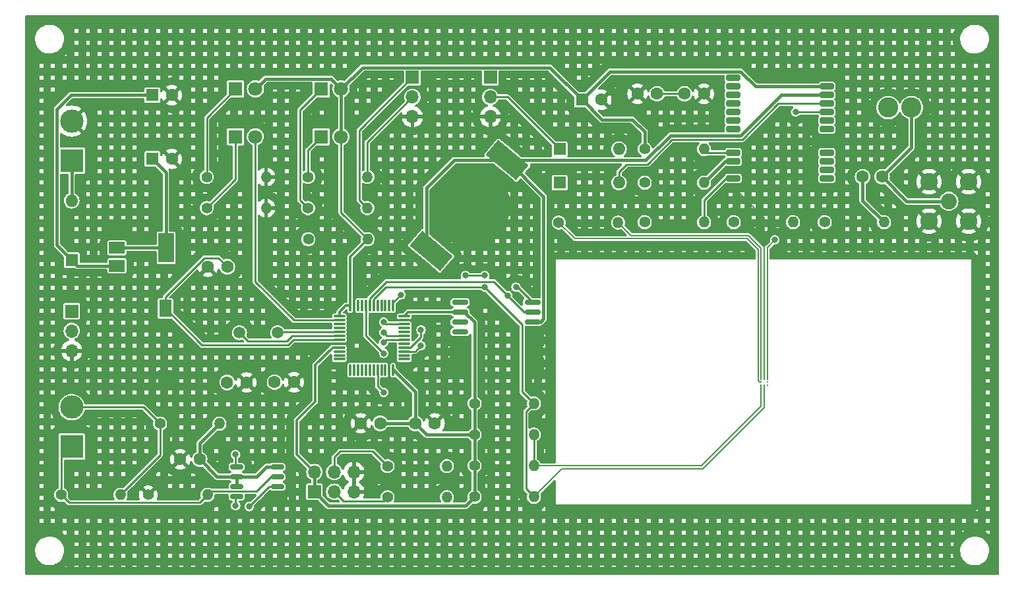
<source format=gbr>
%TF.GenerationSoftware,KiCad,Pcbnew,7.0.10*%
%TF.CreationDate,2024-05-10T14:16:29+08:00*%
%TF.ProjectId,pcb,7063622e-6b69-4636-9164-5f7063625858,rev?*%
%TF.SameCoordinates,Original*%
%TF.FileFunction,Copper,L1,Top*%
%TF.FilePolarity,Positive*%
%FSLAX46Y46*%
G04 Gerber Fmt 4.6, Leading zero omitted, Abs format (unit mm)*
G04 Created by KiCad (PCBNEW 7.0.10) date 2024-05-10 14:16:29*
%MOMM*%
%LPD*%
G01*
G04 APERTURE LIST*
G04 Aperture macros list*
%AMRoundRect*
0 Rectangle with rounded corners*
0 $1 Rounding radius*
0 $2 $3 $4 $5 $6 $7 $8 $9 X,Y pos of 4 corners*
0 Add a 4 corners polygon primitive as box body*
4,1,4,$2,$3,$4,$5,$6,$7,$8,$9,$2,$3,0*
0 Add four circle primitives for the rounded corners*
1,1,$1+$1,$2,$3*
1,1,$1+$1,$4,$5*
1,1,$1+$1,$6,$7*
1,1,$1+$1,$8,$9*
0 Add four rect primitives between the rounded corners*
20,1,$1+$1,$2,$3,$4,$5,0*
20,1,$1+$1,$4,$5,$6,$7,0*
20,1,$1+$1,$6,$7,$8,$9,0*
20,1,$1+$1,$8,$9,$2,$3,0*%
%AMRotRect*
0 Rectangle, with rotation*
0 The origin of the aperture is its center*
0 $1 length*
0 $2 width*
0 $3 Rotation angle, in degrees counterclockwise*
0 Add horizontal line*
21,1,$1,$2,0,0,$3*%
G04 Aperture macros list end*
%TA.AperFunction,ComponentPad*%
%ADD10C,1.400000*%
%TD*%
%TA.AperFunction,ComponentPad*%
%ADD11O,1.400000X1.400000*%
%TD*%
%TA.AperFunction,ComponentPad*%
%ADD12R,1.800000X1.800000*%
%TD*%
%TA.AperFunction,ComponentPad*%
%ADD13C,1.800000*%
%TD*%
%TA.AperFunction,ComponentPad*%
%ADD14C,1.600000*%
%TD*%
%TA.AperFunction,ComponentPad*%
%ADD15R,1.700000X1.700000*%
%TD*%
%TA.AperFunction,ComponentPad*%
%ADD16O,1.700000X1.700000*%
%TD*%
%TA.AperFunction,SMDPad,CuDef*%
%ADD17RoundRect,0.200000X-0.700000X-0.200000X0.700000X-0.200000X0.700000X0.200000X-0.700000X0.200000X0*%
%TD*%
%TA.AperFunction,ComponentPad*%
%ADD18C,1.500000*%
%TD*%
%TA.AperFunction,SMDPad,CuDef*%
%ADD19R,1.600000X2.180000*%
%TD*%
%TA.AperFunction,ComponentPad*%
%ADD20R,3.000000X3.000000*%
%TD*%
%TA.AperFunction,ComponentPad*%
%ADD21C,3.000000*%
%TD*%
%TA.AperFunction,SMDPad,CuDef*%
%ADD22R,2.000000X1.500000*%
%TD*%
%TA.AperFunction,SMDPad,CuDef*%
%ADD23R,2.000000X3.800000*%
%TD*%
%TA.AperFunction,BGAPad,CuDef*%
%ADD24C,0.240000*%
%TD*%
%TA.AperFunction,ComponentPad*%
%ADD25R,1.600000X1.600000*%
%TD*%
%TA.AperFunction,ComponentPad*%
%ADD26O,1.600000X1.600000*%
%TD*%
%TA.AperFunction,ComponentPad*%
%ADD27C,2.050000*%
%TD*%
%TA.AperFunction,ComponentPad*%
%ADD28C,2.250000*%
%TD*%
%TA.AperFunction,SMDPad,CuDef*%
%ADD29RotRect,2.500000X5.100000X50.000000*%
%TD*%
%TA.AperFunction,SMDPad,CuDef*%
%ADD30C,10.200000*%
%TD*%
%TA.AperFunction,ComponentPad*%
%ADD31C,2.600000*%
%TD*%
%TA.AperFunction,SMDPad,CuDef*%
%ADD32RoundRect,0.150000X-0.875000X-0.150000X0.875000X-0.150000X0.875000X0.150000X-0.875000X0.150000X0*%
%TD*%
%TA.AperFunction,SMDPad,CuDef*%
%ADD33RoundRect,0.150000X-0.675000X-0.150000X0.675000X-0.150000X0.675000X0.150000X-0.675000X0.150000X0*%
%TD*%
%TA.AperFunction,SMDPad,CuDef*%
%ADD34RoundRect,0.075000X-0.662500X-0.075000X0.662500X-0.075000X0.662500X0.075000X-0.662500X0.075000X0*%
%TD*%
%TA.AperFunction,SMDPad,CuDef*%
%ADD35RoundRect,0.075000X-0.075000X-0.662500X0.075000X-0.662500X0.075000X0.662500X-0.075000X0.662500X0*%
%TD*%
%TA.AperFunction,ViaPad*%
%ADD36C,0.800000*%
%TD*%
%TA.AperFunction,Conductor*%
%ADD37C,0.250000*%
%TD*%
%TA.AperFunction,Conductor*%
%ADD38C,0.400000*%
%TD*%
%TA.AperFunction,Conductor*%
%ADD39C,0.200000*%
%TD*%
%TA.AperFunction,Conductor*%
%ADD40C,0.300000*%
%TD*%
G04 APERTURE END LIST*
D10*
%TO.P,R12,1*%
%TO.N,Net-(J5-Pin_1)*%
X69596000Y-107188000D03*
D11*
%TO.P,R12,2*%
%TO.N,Net-(J5-Pin_2)*%
X77216000Y-107188000D03*
%TD*%
D12*
%TO.P,D4,1,K*%
%TO.N,Net-(D4-K)*%
X102985000Y-61150000D03*
D13*
%TO.P,D4,2,A*%
%TO.N,+3.3V*%
X105525000Y-61150000D03*
%TD*%
D14*
%TO.P,C10,1*%
%TO.N,GND*%
X143600000Y-55626000D03*
%TO.P,C10,2*%
%TO.N,Net-(C10-Pad2)*%
X146100000Y-55626000D03*
%TD*%
D15*
%TO.P,J4,1,Pin_1*%
%TO.N,+3.3V*%
X102108000Y-106800000D03*
D16*
%TO.P,J4,2,Pin_2*%
X102108000Y-104260000D03*
%TO.P,J4,3,Pin_3*%
%TO.N,Net-(J4-Pin_3)*%
X104648000Y-106800000D03*
%TO.P,J4,4,Pin_4*%
%TO.N,Net-(J4-Pin_4)*%
X104648000Y-104260000D03*
%TO.P,J4,5,Pin_5*%
%TO.N,GND*%
X107188000Y-106800000D03*
%TO.P,J4,6,Pin_6*%
X107188000Y-104260000D03*
%TD*%
D10*
%TO.P,R7,1*%
%TO.N,Net-(D4-K)*%
X101290000Y-66325000D03*
D11*
%TO.P,R7,2*%
%TO.N,/MCU_RXD*%
X108910000Y-66325000D03*
%TD*%
D10*
%TO.P,R15,1*%
%TO.N,+3.3V*%
X122682000Y-99442000D03*
D11*
%TO.P,R15,2*%
%TO.N,/MCU_SDA*%
X130302000Y-99442000D03*
%TD*%
D10*
%TO.P,R16,1*%
%TO.N,+3.3V*%
X122682000Y-95442000D03*
D11*
%TO.P,R16,2*%
%TO.N,/MCU_SCL*%
X130302000Y-95442000D03*
%TD*%
D14*
%TO.P,C7,1*%
%TO.N,/MCU_XTAL1*%
X90910000Y-92750000D03*
%TO.P,C7,2*%
%TO.N,GND*%
X93410000Y-92750000D03*
%TD*%
D10*
%TO.P,R10,1*%
%TO.N,Net-(J4-Pin_4)*%
X111506000Y-103500000D03*
D11*
%TO.P,R10,2*%
%TO.N,/MCU_BOOT0*%
X119126000Y-103500000D03*
%TD*%
D12*
%TO.P,D1,1,K*%
%TO.N,Net-(D1-K)*%
X103000000Y-55000000D03*
D13*
%TO.P,D1,2,A*%
%TO.N,+3.3V*%
X105540000Y-55000000D03*
%TD*%
D10*
%TO.P,R17,1*%
%TO.N,Net-(R17-Pad1)*%
X144526000Y-72136000D03*
D11*
%TO.P,R17,2*%
%TO.N,Net-(U6-RF_IN)*%
X152146000Y-72136000D03*
%TD*%
D17*
%TO.P,U6,1,~{SAFEBOOT}*%
%TO.N,unconnected-(U6-~{SAFEBOOT}-Pad1)*%
X155894000Y-53588000D03*
%TO.P,U6,2,D_SEL*%
%TO.N,unconnected-(U6-D_SEL-Pad2)*%
X155894000Y-54688000D03*
%TO.P,U6,3,TIMEPULSE*%
%TO.N,unconnected-(U6-TIMEPULSE-Pad3)*%
X155894000Y-55788000D03*
%TO.P,U6,4,EXTINT*%
%TO.N,unconnected-(U6-EXTINT-Pad4)*%
X155894000Y-56888000D03*
%TO.P,U6,5,USB_DM*%
%TO.N,unconnected-(U6-USB_DM-Pad5)*%
X155894000Y-57988000D03*
%TO.P,U6,6,USB_DP*%
%TO.N,unconnected-(U6-USB_DP-Pad6)*%
X155894000Y-59088000D03*
%TO.P,U6,7,VDD_USB*%
%TO.N,unconnected-(U6-VDD_USB-Pad7)*%
X155894000Y-60188000D03*
%TO.P,U6,8,~{RESET}*%
%TO.N,Net-(U6-~{RESET})*%
X155894000Y-63188000D03*
%TO.P,U6,9,VCC_RF*%
%TO.N,Net-(U6-VCC_RF)*%
X155894000Y-64288000D03*
%TO.P,U6,10,GND*%
%TO.N,GND*%
X155894000Y-65388000D03*
%TO.P,U6,11,RF_IN*%
%TO.N,Net-(U6-RF_IN)*%
X155894000Y-66488000D03*
%TO.P,U6,12,GND*%
%TO.N,GND*%
X155894000Y-67588000D03*
%TO.P,U6,13,GND*%
X167894000Y-67588000D03*
%TO.P,U6,14,RESERVED*%
%TO.N,unconnected-(U6-RESERVED-Pad14)*%
X167894000Y-66488000D03*
%TO.P,U6,15,RESERVED*%
%TO.N,unconnected-(U6-RESERVED-Pad15)*%
X167894000Y-65388000D03*
%TO.P,U6,16,RESERVED*%
%TO.N,unconnected-(U6-RESERVED-Pad16)*%
X167894000Y-64288000D03*
%TO.P,U6,17,RESERVED*%
%TO.N,unconnected-(U6-RESERVED-Pad17)*%
X167894000Y-63188000D03*
%TO.P,U6,18,SDA/~{SPI_CS}*%
%TO.N,unconnected-(U6-SDA{slash}~{SPI_CS}-Pad18)*%
X167894000Y-60188000D03*
%TO.P,U6,19,SCL/SPI_CLK*%
%TO.N,unconnected-(U6-SCL{slash}SPI_CLK-Pad19)*%
X167894000Y-59088000D03*
%TO.P,U6,20,TXD/SPI_MISO*%
%TO.N,/GNSS_TXD*%
X167894000Y-57988000D03*
%TO.P,U6,21,RXD/SPI_MOSI*%
%TO.N,/GNSS_RXD*%
X167894000Y-56888000D03*
%TO.P,U6,22,V_BCKP*%
%TO.N,/VBAT*%
X167894000Y-55788000D03*
%TO.P,U6,23,VCC*%
%TO.N,+3.3V*%
X167894000Y-54688000D03*
%TO.P,U6,24,GND*%
%TO.N,GND*%
X167894000Y-53588000D03*
%TD*%
D18*
%TO.P,Y1,1,1*%
%TO.N,/MCU_XTAL1*%
X92500000Y-86360000D03*
%TO.P,Y1,2,2*%
%TO.N,/MCU_XTAL0*%
X97400000Y-86360000D03*
%TD*%
D10*
%TO.P,R5,1*%
%TO.N,Net-(D2-K)*%
X88290000Y-66325000D03*
D11*
%TO.P,R5,2*%
%TO.N,GND*%
X95910000Y-66325000D03*
%TD*%
D19*
%TO.P,SW1,2,2*%
%TO.N,GND*%
X82980000Y-92410000D03*
%TO.P,SW1,1,1*%
%TO.N,Net-(U4-NRST)*%
X82980000Y-83230000D03*
%TD*%
D14*
%TO.P,C6,1*%
%TO.N,/MCU_XTAL0*%
X97000000Y-92710000D03*
%TO.P,C6,2*%
%TO.N,GND*%
X99500000Y-92710000D03*
%TD*%
D10*
%TO.P,R20,1*%
%TO.N,+3.3V*%
X144526000Y-62738000D03*
D11*
%TO.P,R20,2*%
%TO.N,Net-(U6-~{RESET})*%
X152146000Y-62738000D03*
%TD*%
D12*
%TO.P,D2,1,K*%
%TO.N,Net-(D2-K)*%
X92000000Y-55000000D03*
D13*
%TO.P,D2,2,A*%
%TO.N,+3.3V*%
X94540000Y-55000000D03*
%TD*%
D10*
%TO.P,R19,1*%
%TO.N,Net-(R18-Pad2)*%
X167640000Y-72136000D03*
D11*
%TO.P,R19,2*%
%TO.N,Net-(C12-Pad1)*%
X175260000Y-72136000D03*
%TD*%
D10*
%TO.P,R9,1*%
%TO.N,Net-(J4-Pin_3)*%
X111506000Y-107500000D03*
D11*
%TO.P,R9,2*%
%TO.N,/MCU_BOOT1*%
X119126000Y-107500000D03*
%TD*%
D12*
%TO.P,D3,1,K*%
%TO.N,Net-(D3-K)*%
X91985000Y-61150000D03*
D13*
%TO.P,D3,2,A*%
%TO.N,/MCU_LED*%
X94525000Y-61150000D03*
%TD*%
D20*
%TO.P,J5,1,Pin_1*%
%TO.N,Net-(J5-Pin_1)*%
X70950000Y-101000000D03*
D21*
%TO.P,J5,2,Pin_2*%
%TO.N,Net-(J5-Pin_2)*%
X70950000Y-95920000D03*
%TD*%
D22*
%TO.P,U1,1,GND*%
%TO.N,GND*%
X76758000Y-73138000D03*
%TO.P,U1,2,VO*%
%TO.N,+3.3V*%
X76758000Y-75438000D03*
D23*
X83058000Y-75438000D03*
D22*
%TO.P,U1,3,VI*%
%TO.N,+5V*%
X76758000Y-77738000D03*
%TD*%
D24*
%TO.P,U2,A1,VCC*%
%TO.N,+3.3V*%
X160274000Y-92310000D03*
%TO.P,U2,A2,CAD*%
%TO.N,unconnected-(U2-CAD-PadA2)*%
X160284000Y-92710000D03*
%TO.P,U2,A3,TST*%
%TO.N,unconnected-(U2-TST-PadA3)*%
X160274000Y-93110000D03*
%TO.P,U2,B1,GND*%
%TO.N,GND*%
X159874000Y-92310000D03*
%TO.P,U2,B3,SCL*%
%TO.N,/MCU_SCL*%
X159874000Y-93110000D03*
%TO.P,U2,C1,VID*%
%TO.N,+3.3V*%
X159474000Y-92310000D03*
%TO.P,U2,C2,RSTN*%
%TO.N,Net-(U2-RSTN)*%
X159474000Y-92710000D03*
%TO.P,U2,C3,SDA*%
%TO.N,/MCU_SDA*%
X159474000Y-93110000D03*
%TD*%
D25*
%TO.P,C1,1*%
%TO.N,+5V*%
X81300000Y-55800000D03*
D14*
%TO.P,C1,2*%
%TO.N,GND*%
X83800000Y-55800000D03*
%TD*%
D25*
%TO.P,D6,1,K*%
%TO.N,Net-(D6-K)*%
X133604000Y-62738000D03*
D26*
%TO.P,D6,2,A*%
%TO.N,/GNSS_RXD*%
X141224000Y-62738000D03*
%TD*%
D10*
%TO.P,R8,1*%
%TO.N,Net-(U4-NRST)*%
X101335000Y-74325000D03*
D11*
%TO.P,R8,2*%
%TO.N,+3.3V*%
X108955000Y-74325000D03*
%TD*%
D10*
%TO.P,R14,1*%
%TO.N,Net-(C10-Pad2)*%
X144526000Y-67056000D03*
D11*
%TO.P,R14,2*%
%TO.N,Net-(U6-VCC_RF)*%
X152146000Y-67056000D03*
%TD*%
D25*
%TO.P,D7,1,K*%
%TO.N,Net-(D7-K)*%
X133604000Y-67056000D03*
D26*
%TO.P,D7,2,A*%
%TO.N,/GNSS_RXD*%
X141224000Y-67056000D03*
%TD*%
D14*
%TO.P,C9,1*%
%TO.N,+3.3V*%
X115062000Y-98000000D03*
%TO.P,C9,2*%
%TO.N,GND*%
X117562000Y-98000000D03*
%TD*%
D25*
%TO.P,C8,1*%
%TO.N,+3.3V*%
X136462888Y-56388000D03*
D14*
%TO.P,C8,2*%
%TO.N,GND*%
X138962888Y-56388000D03*
%TD*%
D10*
%TO.P,R13,1*%
%TO.N,Net-(J5-Pin_2)*%
X82296000Y-98044000D03*
D11*
%TO.P,R13,2*%
%TO.N,+5V*%
X89916000Y-98044000D03*
%TD*%
D15*
%TO.P,J2,1,Pin_1*%
%TO.N,/MCU_SWCLK*%
X70950000Y-83581000D03*
D16*
%TO.P,J2,2,Pin_2*%
%TO.N,/MCU_SWDIO*%
X70950000Y-86121000D03*
%TO.P,J2,3,Pin_3*%
%TO.N,GND*%
X70950000Y-88661000D03*
%TD*%
D14*
%TO.P,C5,1*%
%TO.N,GND*%
X88430000Y-77870000D03*
%TO.P,C5,2*%
%TO.N,Net-(U4-NRST)*%
X90930000Y-77870000D03*
%TD*%
D20*
%TO.P,J1,1,Pin_1*%
%TO.N,Net-(D5-A)*%
X70950000Y-64225000D03*
D21*
%TO.P,J1,2,Pin_2*%
%TO.N,GND*%
X70950000Y-59145000D03*
%TD*%
D10*
%TO.P,R18,1*%
%TO.N,Net-(R17-Pad1)*%
X155956000Y-72136000D03*
D11*
%TO.P,R18,2*%
%TO.N,Net-(R18-Pad2)*%
X163576000Y-72136000D03*
%TD*%
D10*
%TO.P,R2,1*%
%TO.N,+3.3V*%
X122682000Y-107442000D03*
D11*
%TO.P,R2,2*%
%TO.N,/MCU_SCL*%
X130302000Y-107442000D03*
%TD*%
D10*
%TO.P,R1,1*%
%TO.N,Net-(U2-RSTN)*%
X133490000Y-72190000D03*
D11*
%TO.P,R1,2*%
%TO.N,+3.3V*%
X141110000Y-72190000D03*
%TD*%
D15*
%TO.P,J6,1,Pin_1*%
%TO.N,/GNSS_TXD*%
X124700000Y-53500000D03*
D16*
%TO.P,J6,2,Pin_2*%
%TO.N,Net-(D6-K)*%
X124700000Y-56040000D03*
%TO.P,J6,3,Pin_3*%
%TO.N,GND*%
X124700000Y-58580000D03*
%TD*%
D27*
%TO.P,J7,1,In*%
%TO.N,Net-(J7-In)*%
X183580000Y-69460000D03*
D28*
%TO.P,J7,2,Ext*%
%TO.N,GND*%
X181040000Y-66920000D03*
X181040000Y-72000000D03*
X186120000Y-66920000D03*
X186120000Y-72000000D03*
%TD*%
D14*
%TO.P,C11,1*%
%TO.N,Net-(C10-Pad2)*%
X149626000Y-55626000D03*
%TO.P,C11,2*%
%TO.N,GND*%
X152126000Y-55626000D03*
%TD*%
D10*
%TO.P,R6,1*%
%TO.N,Net-(D3-K)*%
X88290000Y-70325000D03*
D11*
%TO.P,R6,2*%
%TO.N,GND*%
X95910000Y-70325000D03*
%TD*%
D14*
%TO.P,C12,1*%
%TO.N,Net-(C12-Pad1)*%
X172506000Y-66294000D03*
%TO.P,C12,2*%
%TO.N,Net-(J7-In)*%
X175006000Y-66294000D03*
%TD*%
D15*
%TO.P,J3,1,Pin_1*%
%TO.N,/MCU_TXD*%
X114700000Y-53500000D03*
D16*
%TO.P,J3,2,Pin_2*%
%TO.N,/MCU_RXD*%
X114700000Y-56040000D03*
%TO.P,J3,3,Pin_3*%
%TO.N,GND*%
X114700000Y-58580000D03*
%TD*%
D29*
%TO.P,BT1,1,+*%
%TO.N,/VBAT*%
X117114814Y-75821938D03*
X126885186Y-64178062D03*
D30*
%TO.P,BT1,2,-*%
%TO.N,GND*%
X122000000Y-70000000D03*
%TD*%
D10*
%TO.P,R4,1*%
%TO.N,Net-(D1-K)*%
X101290000Y-70325000D03*
D11*
%TO.P,R4,2*%
%TO.N,/MCU_TXD*%
X108910000Y-70325000D03*
%TD*%
D14*
%TO.P,C3,1*%
%TO.N,GND*%
X108062000Y-98000000D03*
%TO.P,C3,2*%
%TO.N,+3.3V*%
X110562000Y-98000000D03*
%TD*%
D10*
%TO.P,R11,1*%
%TO.N,GND*%
X80772000Y-107188000D03*
D11*
%TO.P,R11,2*%
%TO.N,Net-(J5-Pin_1)*%
X88392000Y-107188000D03*
%TD*%
D25*
%TO.P,C2,1*%
%TO.N,+3.3V*%
X81300000Y-64000000D03*
D14*
%TO.P,C2,2*%
%TO.N,GND*%
X83800000Y-64000000D03*
%TD*%
D31*
%TO.P,L1,1*%
%TO.N,Net-(C10-Pad2)*%
X175792000Y-57404000D03*
%TO.P,L1,2*%
%TO.N,Net-(J7-In)*%
X178792000Y-57404000D03*
%TD*%
D14*
%TO.P,C4,1*%
%TO.N,GND*%
X84876000Y-102616000D03*
%TO.P,C4,2*%
%TO.N,+5V*%
X87376000Y-102616000D03*
%TD*%
D32*
%TO.P,U5,1,32KHZ*%
%TO.N,unconnected-(U5-32KHZ-Pad1)*%
X120826000Y-82423000D03*
%TO.P,U5,2,VCC*%
%TO.N,+3.3V*%
X120826000Y-83693000D03*
%TO.P,U5,3,~{INT}/SQW*%
%TO.N,unconnected-(U5-~{INT}{slash}SQW-Pad3)*%
X120826000Y-84963000D03*
%TO.P,U5,4,~{RST}*%
%TO.N,unconnected-(U5-~{RST}-Pad4)*%
X120826000Y-86233000D03*
%TO.P,U5,5,GND*%
%TO.N,GND*%
X120826000Y-87503000D03*
%TO.P,U5,6,GND*%
X120826000Y-88773000D03*
%TO.P,U5,7,GND*%
X120826000Y-90043000D03*
%TO.P,U5,8,GND*%
X120826000Y-91313000D03*
%TO.P,U5,9,GND*%
X130126000Y-91313000D03*
%TO.P,U5,10,GND*%
X130126000Y-90043000D03*
%TO.P,U5,11,GND*%
X130126000Y-88773000D03*
%TO.P,U5,12,GND*%
X130126000Y-87503000D03*
%TO.P,U5,13,GND*%
X130126000Y-86233000D03*
%TO.P,U5,14,VBAT*%
%TO.N,/VBAT*%
X130126000Y-84963000D03*
%TO.P,U5,15,SDA*%
%TO.N,/MCU_SDA*%
X130126000Y-83693000D03*
%TO.P,U5,16,SCL*%
%TO.N,/MCU_SCL*%
X130126000Y-82423000D03*
%TD*%
D25*
%TO.P,D5,1,K*%
%TO.N,+5V*%
X70950000Y-77000000D03*
D26*
%TO.P,D5,2,A*%
%TO.N,Net-(D5-A)*%
X70950000Y-69380000D03*
%TD*%
D33*
%TO.P,U3,1,RO*%
%TO.N,/MCU_RXD*%
X92117000Y-103595000D03*
%TO.P,U3,2,~{RE}*%
%TO.N,+5V*%
X92117000Y-104865000D03*
%TO.P,U3,3,~{SHDN}*%
X92117000Y-106135000D03*
%TO.P,U3,4,DI*%
%TO.N,/MCU_TXD*%
X92117000Y-107405000D03*
%TO.P,U3,5,GND*%
%TO.N,GND*%
X97367000Y-107405000D03*
%TO.P,U3,6,A*%
%TO.N,Net-(J5-Pin_2)*%
X97367000Y-106135000D03*
%TO.P,U3,7,B*%
%TO.N,Net-(J5-Pin_1)*%
X97367000Y-104865000D03*
%TO.P,U3,8,VCC*%
%TO.N,+5V*%
X97367000Y-103595000D03*
%TD*%
D34*
%TO.P,U4,1,VBAT*%
%TO.N,+3.3V*%
X105311500Y-84250000D03*
%TO.P,U4,2,PC13*%
%TO.N,/MCU_LED*%
X105311500Y-84750000D03*
%TO.P,U4,3,PC14*%
%TO.N,unconnected-(U4-PC14-Pad3)*%
X105311500Y-85250000D03*
%TO.P,U4,4,PC15*%
%TO.N,unconnected-(U4-PC15-Pad4)*%
X105311500Y-85750000D03*
%TO.P,U4,5,PD0*%
%TO.N,/MCU_XTAL0*%
X105311500Y-86250000D03*
%TO.P,U4,6,PD1*%
%TO.N,/MCU_XTAL1*%
X105311500Y-86750000D03*
%TO.P,U4,7,NRST*%
%TO.N,Net-(U4-NRST)*%
X105311500Y-87250000D03*
%TO.P,U4,8,VSSA*%
%TO.N,GND*%
X105311500Y-87750000D03*
%TO.P,U4,9,VDDA*%
%TO.N,+3.3V*%
X105311500Y-88250000D03*
%TO.P,U4,10,PA0*%
%TO.N,unconnected-(U4-PA0-Pad10)*%
X105311500Y-88750000D03*
%TO.P,U4,11,PA1*%
%TO.N,unconnected-(U4-PA1-Pad11)*%
X105311500Y-89250000D03*
%TO.P,U4,12,PA2*%
%TO.N,unconnected-(U4-PA2-Pad12)*%
X105311500Y-89750000D03*
D35*
%TO.P,U4,13,PA3*%
%TO.N,unconnected-(U4-PA3-Pad13)*%
X106724000Y-91162500D03*
%TO.P,U4,14,PA4*%
%TO.N,unconnected-(U4-PA4-Pad14)*%
X107224000Y-91162500D03*
%TO.P,U4,15,PA5*%
%TO.N,unconnected-(U4-PA5-Pad15)*%
X107724000Y-91162500D03*
%TO.P,U4,16,PA6*%
%TO.N,unconnected-(U4-PA6-Pad16)*%
X108224000Y-91162500D03*
%TO.P,U4,17,PA7*%
%TO.N,unconnected-(U4-PA7-Pad17)*%
X108724000Y-91162500D03*
%TO.P,U4,18,PB0*%
%TO.N,unconnected-(U4-PB0-Pad18)*%
X109224000Y-91162500D03*
%TO.P,U4,19,PB1*%
%TO.N,unconnected-(U4-PB1-Pad19)*%
X109724000Y-91162500D03*
%TO.P,U4,20,PB2*%
%TO.N,/MCU_BOOT1*%
X110224000Y-91162500D03*
%TO.P,U4,21,PB10*%
%TO.N,unconnected-(U4-PB10-Pad21)*%
X110724000Y-91162500D03*
%TO.P,U4,22,PB11*%
%TO.N,unconnected-(U4-PB11-Pad22)*%
X111224000Y-91162500D03*
%TO.P,U4,23,VSS*%
%TO.N,GND*%
X111724000Y-91162500D03*
%TO.P,U4,24,VDD*%
%TO.N,+3.3V*%
X112224000Y-91162500D03*
D34*
%TO.P,U4,25,PB12*%
%TO.N,unconnected-(U4-PB12-Pad25)*%
X113636500Y-89750000D03*
%TO.P,U4,26,PB13*%
%TO.N,unconnected-(U4-PB13-Pad26)*%
X113636500Y-89250000D03*
%TO.P,U4,27,PB14*%
%TO.N,/GNSS_TXD*%
X113636500Y-88750000D03*
%TO.P,U4,28,PB15*%
%TO.N,Net-(D7-K)*%
X113636500Y-88250000D03*
%TO.P,U4,29,PA8*%
%TO.N,unconnected-(U4-PA8-Pad29)*%
X113636500Y-87750000D03*
%TO.P,U4,30,PA9*%
%TO.N,/MCU_TXD*%
X113636500Y-87250000D03*
%TO.P,U4,31,PA10*%
%TO.N,/MCU_RXD*%
X113636500Y-86750000D03*
%TO.P,U4,32,PA11*%
%TO.N,unconnected-(U4-PA11-Pad32)*%
X113636500Y-86250000D03*
%TO.P,U4,33,PA12*%
%TO.N,unconnected-(U4-PA12-Pad33)*%
X113636500Y-85750000D03*
%TO.P,U4,34,PA13*%
%TO.N,/MCU_SWDIO*%
X113636500Y-85250000D03*
%TO.P,U4,35,VSS*%
%TO.N,GND*%
X113636500Y-84750000D03*
%TO.P,U4,36,VDD*%
%TO.N,+3.3V*%
X113636500Y-84250000D03*
D35*
%TO.P,U4,37,PA14*%
%TO.N,/MCU_SWCLK*%
X112224000Y-82837500D03*
%TO.P,U4,38,PA15*%
%TO.N,unconnected-(U4-PA15-Pad38)*%
X111724000Y-82837500D03*
%TO.P,U4,39,PB3*%
%TO.N,unconnected-(U4-PB3-Pad39)*%
X111224000Y-82837500D03*
%TO.P,U4,40,PB4*%
%TO.N,unconnected-(U4-PB4-Pad40)*%
X110724000Y-82837500D03*
%TO.P,U4,41,PB5*%
%TO.N,unconnected-(U4-PB5-Pad41)*%
X110224000Y-82837500D03*
%TO.P,U4,42,PB6*%
%TO.N,/MCU_SCL*%
X109724000Y-82837500D03*
%TO.P,U4,43,PB7*%
%TO.N,/MCU_SDA*%
X109224000Y-82837500D03*
%TO.P,U4,44,BOOT0*%
%TO.N,/MCU_BOOT0*%
X108724000Y-82837500D03*
%TO.P,U4,45,PB8*%
%TO.N,unconnected-(U4-PB8-Pad45)*%
X108224000Y-82837500D03*
%TO.P,U4,46,PB9*%
%TO.N,unconnected-(U4-PB9-Pad46)*%
X107724000Y-82837500D03*
%TO.P,U4,47,VSS*%
%TO.N,GND*%
X107224000Y-82837500D03*
%TO.P,U4,48,VDD*%
%TO.N,+3.3V*%
X106724000Y-82837500D03*
%TD*%
D10*
%TO.P,R3,1*%
%TO.N,+3.3V*%
X122682000Y-103442000D03*
D11*
%TO.P,R3,2*%
%TO.N,/MCU_SDA*%
X130302000Y-103442000D03*
%TD*%
D36*
%TO.N,+3.3V*%
X161250000Y-74410000D03*
%TO.N,Net-(D7-K)*%
X115800000Y-86000000D03*
X121500000Y-79000000D03*
X124000000Y-79000000D03*
%TO.N,/MCU_SWDIO*%
X111000000Y-85000000D03*
%TO.N,/MCU_SWCLK*%
X113230000Y-81460000D03*
%TO.N,/GNSS_TXD*%
X115800000Y-88000000D03*
X163900000Y-57980000D03*
%TO.N,/MCU_SCL*%
X124000000Y-80500000D03*
X128000000Y-80500000D03*
%TO.N,/MCU_SDA*%
X126930000Y-81550000D03*
%TO.N,/MCU_TXD*%
X111000000Y-87600000D03*
X92000000Y-108600000D03*
%TO.N,/MCU_RXD*%
X92000000Y-102000000D03*
X111000000Y-86300000D03*
%TO.N,/MCU_BOOT1*%
X111000000Y-94000000D03*
%TO.N,/MCU_BOOT0*%
X111000000Y-89000000D03*
%TO.N,Net-(J5-Pin_2)*%
X93726000Y-108712000D03*
%TD*%
D37*
%TO.N,Net-(U4-NRST)*%
X82980000Y-83230000D02*
X82980000Y-81729009D01*
X82980000Y-81729009D02*
X87964009Y-76745000D01*
X87964009Y-76745000D02*
X89805000Y-76745000D01*
X89805000Y-76745000D02*
X90930000Y-77870000D01*
X105311500Y-87250000D02*
X99400396Y-87250000D01*
X99400396Y-87250000D02*
X98710396Y-87940000D01*
X98710396Y-87940000D02*
X87690000Y-87940000D01*
X87690000Y-87940000D02*
X82980000Y-83230000D01*
D38*
%TO.N,+5V*%
X69050000Y-75100000D02*
X69050000Y-57600000D01*
X69050000Y-57600000D02*
X70850000Y-55800000D01*
X76758000Y-77738000D02*
X71688000Y-77738000D01*
X92117000Y-104865000D02*
X92117000Y-106135000D01*
X87376000Y-102616000D02*
X87376000Y-100584000D01*
X71688000Y-77738000D02*
X70950000Y-77000000D01*
X89625000Y-104865000D02*
X92117000Y-104865000D01*
X70850000Y-55800000D02*
X81300000Y-55800000D01*
X95967000Y-103595000D02*
X97367000Y-103595000D01*
X87376000Y-100584000D02*
X89916000Y-98044000D01*
X70950000Y-77000000D02*
X69050000Y-75100000D01*
X87376000Y-102616000D02*
X89625000Y-104865000D01*
X94697000Y-104865000D02*
X95967000Y-103595000D01*
X92117000Y-104865000D02*
X94697000Y-104865000D01*
D39*
%TO.N,GND*%
X159874000Y-71568000D02*
X155894000Y-67588000D01*
X159874000Y-92310000D02*
X159874000Y-71568000D01*
D40*
%TO.N,+3.3V*%
X102212000Y-90508880D02*
X102212000Y-95223654D01*
D39*
X160274000Y-92310000D02*
X160274000Y-75386000D01*
X157840000Y-73860000D02*
X142780000Y-73860000D01*
D38*
X121524000Y-108600000D02*
X122682000Y-107442000D01*
D37*
X105525000Y-70895000D02*
X108955000Y-74325000D01*
D38*
X102108000Y-106800000D02*
X103908000Y-108600000D01*
X83058000Y-65758000D02*
X81300000Y-64000000D01*
D40*
X106724000Y-82837500D02*
X106724000Y-76556000D01*
D38*
X105540000Y-55000000D02*
X105540000Y-61135000D01*
D40*
X105311500Y-83664500D02*
X105311500Y-84250000D01*
D38*
X115062000Y-98000000D02*
X116504000Y-99442000D01*
D40*
X114193500Y-83693000D02*
X113636500Y-84250000D01*
X105311500Y-88250000D02*
X104470880Y-88250000D01*
D38*
X94540000Y-55000000D02*
X95840000Y-53700000D01*
D40*
X106138500Y-82837500D02*
X105311500Y-83664500D01*
D38*
X122682000Y-107442000D02*
X122682000Y-95442000D01*
D40*
X106724000Y-82837500D02*
X106138500Y-82837500D01*
D38*
X122682000Y-95442000D02*
X122682000Y-85012026D01*
X102108000Y-106800000D02*
X102108000Y-104260000D01*
X110562000Y-98000000D02*
X115062000Y-98000000D01*
X115062000Y-93950500D02*
X112274000Y-91162500D01*
X115062000Y-98000000D02*
X115062000Y-93950500D01*
X144526000Y-60516000D02*
X144526000Y-62738000D01*
D40*
X99822000Y-97613654D02*
X99822000Y-101974000D01*
D38*
X139014888Y-58940000D02*
X142950000Y-58940000D01*
D40*
X99822000Y-101974000D02*
X102108000Y-104260000D01*
D37*
X105525000Y-61150000D02*
X105525000Y-70895000D01*
D38*
X108290000Y-52250000D02*
X132324888Y-52250000D01*
X142950000Y-58940000D02*
X144526000Y-60516000D01*
D39*
X159474000Y-92310000D02*
X159474000Y-75494000D01*
D38*
X158748070Y-54688000D02*
X156848070Y-52788000D01*
X103908000Y-108600000D02*
X121524000Y-108600000D01*
D39*
X142780000Y-73860000D02*
X141110000Y-72190000D01*
D38*
X140062888Y-52788000D02*
X136462888Y-56388000D01*
X76758000Y-75438000D02*
X83058000Y-75438000D01*
X136462888Y-56388000D02*
X139014888Y-58940000D01*
D40*
X104470880Y-88250000D02*
X102212000Y-90508880D01*
D38*
X83058000Y-75438000D02*
X83058000Y-65758000D01*
X105540000Y-55000000D02*
X108290000Y-52250000D01*
D39*
X159474000Y-75494000D02*
X157840000Y-73860000D01*
D38*
X156848070Y-52788000D02*
X140062888Y-52788000D01*
X104240000Y-53700000D02*
X105540000Y-55000000D01*
D40*
X106724000Y-76556000D02*
X108955000Y-74325000D01*
D38*
X167894000Y-54688000D02*
X158748070Y-54688000D01*
X132324888Y-52250000D02*
X136462888Y-56388000D01*
X122682000Y-85012026D02*
X121362974Y-83693000D01*
X95840000Y-53700000D02*
X104240000Y-53700000D01*
D39*
X160274000Y-75386000D02*
X161250000Y-74410000D01*
D38*
X116504000Y-99442000D02*
X122682000Y-99442000D01*
D40*
X102212000Y-95223654D02*
X99822000Y-97613654D01*
X120826000Y-83693000D02*
X114193500Y-83693000D01*
D37*
%TO.N,/MCU_XTAL0*%
X97510000Y-86250000D02*
X105311500Y-86250000D01*
%TO.N,/MCU_XTAL1*%
X98579000Y-87435000D02*
X99264000Y-86750000D01*
X92500000Y-86360000D02*
X93575000Y-87435000D01*
X93575000Y-87435000D02*
X98579000Y-87435000D01*
X99264000Y-86750000D02*
X105311500Y-86750000D01*
D38*
%TO.N,/VBAT*%
X131150999Y-84963000D02*
X131551000Y-84562999D01*
X126885186Y-64178062D02*
X144641573Y-64178062D01*
X130126000Y-84963000D02*
X131150999Y-84963000D01*
X156848070Y-60988000D02*
X162048070Y-55788000D01*
X116500000Y-67721825D02*
X116500000Y-75207124D01*
X144641573Y-64178062D02*
X147831635Y-60988000D01*
X162048070Y-55788000D02*
X167894000Y-55788000D01*
X126885186Y-64178062D02*
X120043763Y-64178062D01*
X120043763Y-64178062D02*
X116500000Y-67721825D01*
X131551000Y-68843876D02*
X126885186Y-64178062D01*
X147831635Y-60988000D02*
X156848070Y-60988000D01*
X131551000Y-84562999D02*
X131551000Y-68843876D01*
%TO.N,Net-(J7-In)*%
X178792000Y-62508000D02*
X175006000Y-66294000D01*
X178792000Y-57404000D02*
X178792000Y-62508000D01*
X178172000Y-69460000D02*
X183580000Y-69460000D01*
X175006000Y-66294000D02*
X178172000Y-69460000D01*
D37*
%TO.N,Net-(D1-K)*%
X103000000Y-55000000D02*
X100265000Y-57735000D01*
X100265000Y-69300000D02*
X101290000Y-70325000D01*
X100265000Y-57735000D02*
X100265000Y-69300000D01*
%TO.N,Net-(D2-K)*%
X88290000Y-66325000D02*
X88290000Y-58710000D01*
X88290000Y-58710000D02*
X92000000Y-55000000D01*
%TO.N,Net-(D3-K)*%
X88290000Y-70325000D02*
X91985000Y-66630000D01*
X91985000Y-66630000D02*
X91985000Y-61150000D01*
%TO.N,Net-(D4-K)*%
X101290000Y-62845000D02*
X102985000Y-61150000D01*
X101290000Y-66325000D02*
X101290000Y-62845000D01*
%TO.N,/MCU_LED*%
X94525000Y-79790208D02*
X94525000Y-61150000D01*
X105311500Y-84750000D02*
X99484792Y-84750000D01*
X99484792Y-84750000D02*
X94525000Y-79790208D01*
%TO.N,Net-(D7-K)*%
X124000000Y-79000000D02*
X121500000Y-79000000D01*
X114441764Y-88250000D02*
X113636500Y-88250000D01*
X115800000Y-86000000D02*
X115800000Y-86891764D01*
X115800000Y-86891764D02*
X114441764Y-88250000D01*
%TO.N,/GNSS_RXD*%
X144859035Y-64703062D02*
X148049097Y-61513000D01*
X141224000Y-67056000D02*
X141224000Y-65649062D01*
X141224000Y-65649062D02*
X142170000Y-64703062D01*
X161690532Y-56888000D02*
X167894000Y-56888000D01*
X148049097Y-61513000D02*
X157065532Y-61513000D01*
X142170000Y-64703062D02*
X144859035Y-64703062D01*
X157065532Y-61513000D02*
X161690532Y-56888000D01*
%TO.N,/MCU_SWDIO*%
X111250000Y-85250000D02*
X111000000Y-85000000D01*
X113636500Y-85250000D02*
X111250000Y-85250000D01*
%TO.N,/MCU_SWCLK*%
X112224000Y-82466000D02*
X113230000Y-81460000D01*
%TO.N,/GNSS_TXD*%
X163900000Y-57980000D02*
X163908000Y-57988000D01*
X113636500Y-88750000D02*
X115050000Y-88750000D01*
X163908000Y-57988000D02*
X167894000Y-57988000D01*
X115050000Y-88750000D02*
X115800000Y-88000000D01*
D38*
%TO.N,Net-(C12-Pad1)*%
X172506000Y-69382000D02*
X175260000Y-72136000D01*
X172506000Y-66294000D02*
X172506000Y-69382000D01*
D37*
%TO.N,Net-(J4-Pin_3)*%
X111031000Y-107975000D02*
X111506000Y-107500000D01*
X104648000Y-106800000D02*
X105823000Y-107975000D01*
X105823000Y-107975000D02*
X111031000Y-107975000D01*
%TO.N,Net-(J4-Pin_4)*%
X105410000Y-101600000D02*
X109606000Y-101600000D01*
X104648000Y-102362000D02*
X105410000Y-101600000D01*
X104648000Y-104260000D02*
X104648000Y-102362000D01*
X109606000Y-101600000D02*
X111506000Y-103500000D01*
%TO.N,Net-(J5-Pin_1)*%
X88820000Y-106760000D02*
X88392000Y-107188000D01*
X70621000Y-108213000D02*
X69596000Y-107188000D01*
X69596000Y-107188000D02*
X69596000Y-102354000D01*
X96542001Y-104865000D02*
X94647001Y-106760000D01*
X87367000Y-108213000D02*
X70621000Y-108213000D01*
X88392000Y-107188000D02*
X87367000Y-108213000D01*
X94647001Y-106760000D02*
X88820000Y-106760000D01*
X97367000Y-104865000D02*
X96542001Y-104865000D01*
%TO.N,/MCU_SCL*%
X111256236Y-80500000D02*
X109724000Y-82032236D01*
D39*
X159874000Y-93110000D02*
X159874000Y-95956000D01*
D37*
X128776000Y-85276000D02*
X124000000Y-80500000D01*
X128203000Y-80500000D02*
X128000000Y-80500000D01*
D39*
X151987999Y-103842000D02*
X133902000Y-103842000D01*
D37*
X130302000Y-95442000D02*
X128776000Y-93916000D01*
X130126000Y-82423000D02*
X128203000Y-80500000D01*
X129277000Y-96467000D02*
X130302000Y-95442000D01*
D39*
X133902000Y-103842000D02*
X130302000Y-107442000D01*
D37*
X128776000Y-93916000D02*
X128776000Y-85276000D01*
X129277000Y-106417000D02*
X129277000Y-96467000D01*
D39*
X159874000Y-95956000D02*
X151987999Y-103842000D01*
D37*
X130302000Y-107442000D02*
X129277000Y-106417000D01*
X109724000Y-82032236D02*
X109724000Y-82837500D01*
X124000000Y-80500000D02*
X111256236Y-80500000D01*
%TO.N,/MCU_SDA*%
X111344840Y-79775000D02*
X109224000Y-81895840D01*
X109224000Y-81895840D02*
X109224000Y-82837500D01*
X129073000Y-83693000D02*
X130126000Y-83693000D01*
D39*
X159474000Y-93110000D02*
X159474000Y-95790314D01*
D37*
X125155000Y-79775000D02*
X111344840Y-79775000D01*
D39*
X159474000Y-95790314D02*
X151822314Y-103442000D01*
D37*
X126930000Y-81550000D02*
X125155000Y-79775000D01*
X126930000Y-81550000D02*
X129073000Y-83693000D01*
X130302000Y-99442000D02*
X130302000Y-103442000D01*
D39*
X151822314Y-103442000D02*
X130302000Y-103442000D01*
D37*
%TO.N,/MCU_TXD*%
X107885000Y-69300000D02*
X108910000Y-70325000D01*
X107885000Y-60315000D02*
X107885000Y-69300000D01*
X92000000Y-108600000D02*
X92000000Y-107522000D01*
X111350000Y-87250000D02*
X111000000Y-87600000D01*
X114700000Y-53500000D02*
X107885000Y-60315000D01*
X113636500Y-87250000D02*
X111350000Y-87250000D01*
%TO.N,/MCU_RXD*%
X108910000Y-66325000D02*
X108910000Y-61830000D01*
X111450000Y-86750000D02*
X111000000Y-86300000D01*
X92000000Y-102000000D02*
X92000000Y-103478000D01*
X108910000Y-61830000D02*
X114700000Y-56040000D01*
X113636500Y-86750000D02*
X111450000Y-86750000D01*
%TO.N,/MCU_BOOT1*%
X110224000Y-93224000D02*
X111000000Y-94000000D01*
X110224000Y-91162500D02*
X110224000Y-93224000D01*
%TO.N,/MCU_BOOT0*%
X108724000Y-86724000D02*
X111000000Y-89000000D01*
X108724000Y-82837500D02*
X108724000Y-86724000D01*
%TO.N,Net-(J5-Pin_2)*%
X80172000Y-95920000D02*
X70950000Y-95920000D01*
X82296000Y-102108000D02*
X82296000Y-98044000D01*
X82296000Y-98044000D02*
X80172000Y-95920000D01*
X96303000Y-106135000D02*
X93726000Y-108712000D01*
X77216000Y-107188000D02*
X82296000Y-102108000D01*
X97367000Y-106135000D02*
X96303000Y-106135000D01*
D38*
%TO.N,Net-(U6-VCC_RF)*%
X155894000Y-64288000D02*
X154914000Y-64288000D01*
X154914000Y-64288000D02*
X152146000Y-67056000D01*
D37*
%TO.N,Net-(U6-RF_IN)*%
X154994000Y-66488000D02*
X152146000Y-69336000D01*
X155894000Y-66488000D02*
X154994000Y-66488000D01*
X152146000Y-69336000D02*
X152146000Y-72136000D01*
D39*
%TO.N,Net-(U2-RSTN)*%
X159304295Y-92710000D02*
X159074000Y-92479705D01*
X159474000Y-92710000D02*
X159304295Y-92710000D01*
X159074000Y-75659686D02*
X157674314Y-74260000D01*
X159074000Y-92479705D02*
X159074000Y-75659686D01*
X135560000Y-74260000D02*
X133490000Y-72190000D01*
X157674314Y-74260000D02*
X135560000Y-74260000D01*
D37*
%TO.N,Net-(U6-~{RESET})*%
X152596000Y-63188000D02*
X152146000Y-62738000D01*
X155894000Y-63188000D02*
X152596000Y-63188000D01*
%TO.N,Net-(C10-Pad2)*%
X146100000Y-55626000D02*
X149626000Y-55626000D01*
D38*
%TO.N,Net-(D5-A)*%
X70950000Y-64225000D02*
X70950000Y-69380000D01*
D37*
%TO.N,Net-(D6-K)*%
X126906000Y-56040000D02*
X133604000Y-62738000D01*
X124700000Y-56040000D02*
X126906000Y-56040000D01*
%TD*%
%TA.AperFunction,Conductor*%
%TO.N,GND*%
G36*
X107438000Y-106364498D02*
G01*
X107330315Y-106315320D01*
X107223763Y-106300000D01*
X107152237Y-106300000D01*
X107045685Y-106315320D01*
X106938000Y-106364498D01*
X106938000Y-104695501D01*
X107045685Y-104744680D01*
X107152237Y-104760000D01*
X107223763Y-104760000D01*
X107330315Y-104744680D01*
X107438000Y-104695501D01*
X107438000Y-106364498D01*
G37*
%TD.AperFunction*%
%TA.AperFunction,Conductor*%
G36*
X154720149Y-53208462D02*
G01*
X154774687Y-53263000D01*
X154794649Y-53337500D01*
X154793618Y-53350623D01*
X154793959Y-53350650D01*
X154793500Y-53356479D01*
X154793500Y-53819518D01*
X154808354Y-53913304D01*
X154808355Y-53913306D01*
X154865950Y-54026342D01*
X154872249Y-54032641D01*
X154910813Y-54099436D01*
X154910813Y-54176564D01*
X154872249Y-54243359D01*
X154865950Y-54249657D01*
X154808354Y-54362694D01*
X154808354Y-54362696D01*
X154793500Y-54456481D01*
X154793500Y-54456482D01*
X154793500Y-54456485D01*
X154793500Y-54919518D01*
X154808354Y-55013304D01*
X154808355Y-55013306D01*
X154865950Y-55126342D01*
X154872249Y-55132641D01*
X154910813Y-55199436D01*
X154910813Y-55276564D01*
X154872249Y-55343359D01*
X154865950Y-55349657D01*
X154808354Y-55462694D01*
X154805215Y-55482513D01*
X154793500Y-55556481D01*
X154793500Y-55556482D01*
X154793500Y-55556485D01*
X154793500Y-56019518D01*
X154808354Y-56113304D01*
X154808355Y-56113306D01*
X154865950Y-56226342D01*
X154872249Y-56232641D01*
X154910813Y-56299436D01*
X154910813Y-56376564D01*
X154872249Y-56443359D01*
X154865950Y-56449657D01*
X154808354Y-56562694D01*
X154808354Y-56562696D01*
X154793500Y-56656481D01*
X154793500Y-56656482D01*
X154793500Y-56656485D01*
X154793500Y-57119518D01*
X154808354Y-57213304D01*
X154808355Y-57213306D01*
X154865950Y-57326342D01*
X154872249Y-57332641D01*
X154910813Y-57399436D01*
X154910813Y-57476564D01*
X154872249Y-57543359D01*
X154865950Y-57549657D01*
X154808354Y-57662694D01*
X154806063Y-57677159D01*
X154793500Y-57756481D01*
X154793500Y-57756482D01*
X154793500Y-57756485D01*
X154793500Y-58219518D01*
X154808354Y-58313304D01*
X154808355Y-58313306D01*
X154865950Y-58426342D01*
X154872249Y-58432641D01*
X154910813Y-58499436D01*
X154910813Y-58576564D01*
X154872249Y-58643359D01*
X154865950Y-58649657D01*
X154808354Y-58762694D01*
X154805165Y-58782828D01*
X154793500Y-58856481D01*
X154793500Y-58856482D01*
X154793500Y-58856485D01*
X154793500Y-59319518D01*
X154808354Y-59413304D01*
X154808355Y-59413306D01*
X154865950Y-59526342D01*
X154872249Y-59532641D01*
X154910813Y-59599436D01*
X154910813Y-59676564D01*
X154872249Y-59743359D01*
X154865950Y-59749657D01*
X154808354Y-59862694D01*
X154808354Y-59862696D01*
X154793500Y-59956481D01*
X154793500Y-59956482D01*
X154793500Y-59956485D01*
X154793500Y-60419523D01*
X154793960Y-60425359D01*
X154791724Y-60425534D01*
X154784762Y-60491875D01*
X154739437Y-60554280D01*
X154668982Y-60585662D01*
X154645650Y-60587500D01*
X147768199Y-60587500D01*
X147748996Y-60593739D01*
X147726274Y-60599194D01*
X147706331Y-60602353D01*
X147706330Y-60602353D01*
X147688340Y-60611520D01*
X147666745Y-60620464D01*
X147647548Y-60626701D01*
X147647546Y-60626702D01*
X147631208Y-60638572D01*
X147611286Y-60650780D01*
X147593293Y-60659948D01*
X147570728Y-60682514D01*
X147570726Y-60682516D01*
X145655169Y-62598071D01*
X145588374Y-62636635D01*
X145511246Y-62636635D01*
X145444451Y-62598071D01*
X145408103Y-62538755D01*
X145403471Y-62524500D01*
X145353179Y-62369716D01*
X145258533Y-62205784D01*
X145258532Y-62205783D01*
X145258530Y-62205779D01*
X145131872Y-62065113D01*
X145127587Y-62062000D01*
X144987919Y-61960525D01*
X144939382Y-61900586D01*
X144926500Y-61839982D01*
X144926500Y-60452567D01*
X144920262Y-60433369D01*
X144914804Y-60410639D01*
X144911646Y-60390696D01*
X144911645Y-60390694D01*
X144911645Y-60390693D01*
X144902483Y-60372713D01*
X144893534Y-60351108D01*
X144887297Y-60331911D01*
X144875426Y-60315572D01*
X144863211Y-60295638D01*
X144854050Y-60277658D01*
X144831486Y-60255094D01*
X144831484Y-60255091D01*
X143874893Y-59298500D01*
X146298500Y-59298500D01*
X146298500Y-59800500D01*
X146800500Y-59800500D01*
X146800500Y-59298500D01*
X147798500Y-59298500D01*
X147798500Y-59589500D01*
X148300500Y-59589500D01*
X148300500Y-59298500D01*
X149298500Y-59298500D01*
X149298500Y-59589500D01*
X149800500Y-59589500D01*
X149800500Y-59298500D01*
X150798500Y-59298500D01*
X150798500Y-59589500D01*
X151300500Y-59589500D01*
X151300500Y-59298500D01*
X152298500Y-59298500D01*
X152298500Y-59589500D01*
X152800500Y-59589500D01*
X152800500Y-59298500D01*
X152298500Y-59298500D01*
X151300500Y-59298500D01*
X150798500Y-59298500D01*
X149800500Y-59298500D01*
X149298500Y-59298500D01*
X148300500Y-59298500D01*
X147798500Y-59298500D01*
X146800500Y-59298500D01*
X146298500Y-59298500D01*
X143874893Y-59298500D01*
X143210909Y-58634516D01*
X143210908Y-58634515D01*
X143207180Y-58630787D01*
X143207163Y-58630771D01*
X143188342Y-58611950D01*
X143170352Y-58602783D01*
X143150423Y-58590570D01*
X143134089Y-58578703D01*
X143114890Y-58572465D01*
X143093294Y-58563520D01*
X143075305Y-58554354D01*
X143068038Y-58553203D01*
X143055356Y-58551194D01*
X143032633Y-58545738D01*
X143013434Y-58539500D01*
X143013433Y-58539500D01*
X142981519Y-58539500D01*
X139242499Y-58539500D01*
X139167999Y-58519538D01*
X139137140Y-58495859D01*
X138553215Y-57911934D01*
X138514651Y-57845139D01*
X138514651Y-57798500D01*
X144798500Y-57798500D01*
X144798500Y-58300500D01*
X145300500Y-58300500D01*
X145300500Y-57798500D01*
X146298500Y-57798500D01*
X146298500Y-58300500D01*
X146800500Y-58300500D01*
X146800500Y-57798500D01*
X147798500Y-57798500D01*
X147798500Y-58300500D01*
X148300500Y-58300500D01*
X148300500Y-57798500D01*
X149298500Y-57798500D01*
X149298500Y-58300500D01*
X149800500Y-58300500D01*
X149800500Y-57798500D01*
X150798500Y-57798500D01*
X150798500Y-58300500D01*
X151300500Y-58300500D01*
X152298500Y-58300500D01*
X152800500Y-58300500D01*
X152800500Y-58296836D01*
X153798500Y-58296836D01*
X153798500Y-58300500D01*
X153798788Y-58300500D01*
X153798500Y-58296836D01*
X152800500Y-58296836D01*
X152800500Y-57824333D01*
X152589867Y-57880773D01*
X152583549Y-57882319D01*
X152553717Y-57888932D01*
X152547341Y-57890200D01*
X152504444Y-57897763D01*
X152498019Y-57898752D01*
X152467738Y-57902738D01*
X152461278Y-57903445D01*
X152298500Y-57917686D01*
X152298500Y-58300500D01*
X151300500Y-58300500D01*
X151300500Y-57798500D01*
X150798500Y-57798500D01*
X149800500Y-57798500D01*
X149298500Y-57798500D01*
X148300500Y-57798500D01*
X147798500Y-57798500D01*
X146800500Y-57798500D01*
X146298500Y-57798500D01*
X145300500Y-57798500D01*
X144798500Y-57798500D01*
X138514651Y-57798500D01*
X138514651Y-57768011D01*
X138553215Y-57701216D01*
X138620010Y-57662652D01*
X138697139Y-57662652D01*
X138736283Y-57673141D01*
X138962888Y-57692965D01*
X139189494Y-57673140D01*
X139409211Y-57614267D01*
X139409213Y-57614266D01*
X139615366Y-57518136D01*
X139615372Y-57518132D01*
X139688359Y-57467024D01*
X139007288Y-56785953D01*
X139088036Y-56773165D01*
X139200933Y-56715641D01*
X139290529Y-56626045D01*
X139348053Y-56513148D01*
X139360841Y-56432400D01*
X140041912Y-57113471D01*
X140093020Y-57040484D01*
X140093024Y-57040478D01*
X140189154Y-56834325D01*
X140189155Y-56834323D01*
X140248028Y-56614606D01*
X140267853Y-56388000D01*
X140248028Y-56161393D01*
X140189155Y-55941676D01*
X140189154Y-55941674D01*
X140093020Y-55735515D01*
X140093017Y-55735509D01*
X140041913Y-55662526D01*
X139360841Y-56343598D01*
X139348053Y-56262852D01*
X139290529Y-56149955D01*
X139200933Y-56060359D01*
X139088036Y-56002835D01*
X139007288Y-55990046D01*
X139371333Y-55626000D01*
X142295034Y-55626000D01*
X142314859Y-55852606D01*
X142373732Y-56072323D01*
X142373733Y-56072325D01*
X142469866Y-56278483D01*
X142469872Y-56278492D01*
X142520973Y-56351471D01*
X143202045Y-55670399D01*
X143214835Y-55751148D01*
X143272359Y-55864045D01*
X143361955Y-55953641D01*
X143474852Y-56011165D01*
X143555599Y-56023953D01*
X142874526Y-56705025D01*
X142947509Y-56756129D01*
X142947515Y-56756132D01*
X143153674Y-56852266D01*
X143153676Y-56852267D01*
X143373394Y-56911140D01*
X143373393Y-56911140D01*
X143600000Y-56930965D01*
X143826606Y-56911140D01*
X144046323Y-56852267D01*
X144046325Y-56852266D01*
X144252478Y-56756136D01*
X144252484Y-56756132D01*
X144325471Y-56705024D01*
X143644400Y-56023953D01*
X143725148Y-56011165D01*
X143838045Y-55953641D01*
X143927641Y-55864045D01*
X143985165Y-55751148D01*
X143997953Y-55670400D01*
X144679024Y-56351471D01*
X144730132Y-56278484D01*
X144730136Y-56278478D01*
X144826266Y-56072325D01*
X144826267Y-56072323D01*
X144861760Y-55939862D01*
X144900324Y-55873067D01*
X144967119Y-55834503D01*
X145044247Y-55834503D01*
X145111042Y-55873067D01*
X145148266Y-55935172D01*
X145159014Y-55970603D01*
X145171187Y-56010731D01*
X145264083Y-56184526D01*
X145264087Y-56184532D01*
X145264090Y-56184538D01*
X145389117Y-56336883D01*
X145541462Y-56461910D01*
X145541471Y-56461915D01*
X145541473Y-56461916D01*
X145715268Y-56554812D01*
X145715270Y-56554812D01*
X145715273Y-56554814D01*
X145903868Y-56612024D01*
X146100000Y-56631341D01*
X146296132Y-56612024D01*
X146484727Y-56554814D01*
X146658538Y-56461910D01*
X146810883Y-56336883D01*
X146935910Y-56184538D01*
X146980830Y-56100499D01*
X147018373Y-56030262D01*
X147071097Y-55973969D01*
X147144904Y-55951580D01*
X147149779Y-55951500D01*
X148576221Y-55951500D01*
X148650721Y-55971462D01*
X148705259Y-56026000D01*
X148707627Y-56030262D01*
X148790083Y-56184526D01*
X148790087Y-56184532D01*
X148790090Y-56184538D01*
X148915117Y-56336883D01*
X149067462Y-56461910D01*
X149067471Y-56461915D01*
X149067473Y-56461916D01*
X149241268Y-56554812D01*
X149241270Y-56554812D01*
X149241273Y-56554814D01*
X149429868Y-56612024D01*
X149626000Y-56631341D01*
X149822132Y-56612024D01*
X150010727Y-56554814D01*
X150184538Y-56461910D01*
X150336883Y-56336883D01*
X150461910Y-56184538D01*
X150544372Y-56030262D01*
X150554813Y-56010729D01*
X150560329Y-55992546D01*
X150577733Y-55935173D01*
X150618460Y-55869677D01*
X150686481Y-55833319D01*
X150763567Y-55835842D01*
X150829065Y-55876570D01*
X150864239Y-55939861D01*
X150899733Y-56072325D01*
X150995866Y-56278483D01*
X150995872Y-56278492D01*
X151046973Y-56351471D01*
X151728045Y-55670399D01*
X151740835Y-55751148D01*
X151798359Y-55864045D01*
X151887955Y-55953641D01*
X152000852Y-56011165D01*
X152081599Y-56023953D01*
X151400526Y-56705025D01*
X151473509Y-56756129D01*
X151473515Y-56756132D01*
X151679674Y-56852266D01*
X151679676Y-56852267D01*
X151899394Y-56911140D01*
X151899393Y-56911140D01*
X152126000Y-56930965D01*
X152352606Y-56911140D01*
X152572323Y-56852267D01*
X152572325Y-56852266D01*
X152778478Y-56756136D01*
X152778484Y-56756132D01*
X152851471Y-56705024D01*
X152170400Y-56023953D01*
X152251148Y-56011165D01*
X152364045Y-55953641D01*
X152453641Y-55864045D01*
X152511165Y-55751148D01*
X152523953Y-55670400D01*
X153205024Y-56351471D01*
X153256132Y-56278484D01*
X153256136Y-56278478D01*
X153352266Y-56072325D01*
X153352267Y-56072323D01*
X153411140Y-55852606D01*
X153430965Y-55626000D01*
X153411140Y-55399393D01*
X153352267Y-55179676D01*
X153352266Y-55179674D01*
X153256132Y-54973515D01*
X153256129Y-54973509D01*
X153205025Y-54900526D01*
X152523953Y-55581598D01*
X152511165Y-55500852D01*
X152453641Y-55387955D01*
X152364045Y-55298359D01*
X152251148Y-55240835D01*
X152170399Y-55228045D01*
X152851472Y-54546973D01*
X152778492Y-54495872D01*
X152778483Y-54495866D01*
X152572325Y-54399733D01*
X152572323Y-54399732D01*
X152352605Y-54340859D01*
X152352606Y-54340859D01*
X152126000Y-54321034D01*
X151899393Y-54340859D01*
X151679676Y-54399732D01*
X151679674Y-54399733D01*
X151473522Y-54495862D01*
X151473517Y-54495865D01*
X151400527Y-54546974D01*
X152081599Y-55228046D01*
X152000852Y-55240835D01*
X151887955Y-55298359D01*
X151798359Y-55387955D01*
X151740835Y-55500852D01*
X151728046Y-55581599D01*
X151046974Y-54900527D01*
X150995865Y-54973517D01*
X150995862Y-54973522D01*
X150899733Y-55179674D01*
X150864239Y-55312138D01*
X150825674Y-55378933D01*
X150758879Y-55417496D01*
X150681751Y-55417496D01*
X150614956Y-55378931D01*
X150577733Y-55316826D01*
X150554814Y-55241273D01*
X150546650Y-55226000D01*
X150461916Y-55067473D01*
X150461915Y-55067471D01*
X150461910Y-55067462D01*
X150336883Y-54915117D01*
X150184538Y-54790090D01*
X150184532Y-54790087D01*
X150184526Y-54790083D01*
X150010731Y-54697187D01*
X149822134Y-54639976D01*
X149626000Y-54620659D01*
X149429865Y-54639976D01*
X149241268Y-54697187D01*
X149067473Y-54790083D01*
X149067465Y-54790088D01*
X149067463Y-54790089D01*
X149067462Y-54790090D01*
X148915117Y-54915117D01*
X148792538Y-55064480D01*
X148790088Y-55067465D01*
X148790083Y-55067473D01*
X148707627Y-55221738D01*
X148654903Y-55278031D01*
X148581096Y-55300420D01*
X148576221Y-55300500D01*
X147149779Y-55300500D01*
X147075279Y-55280538D01*
X147020741Y-55226000D01*
X147018373Y-55221738D01*
X146935916Y-55067473D01*
X146935915Y-55067471D01*
X146935910Y-55067462D01*
X146810883Y-54915117D01*
X146658538Y-54790090D01*
X146658532Y-54790087D01*
X146658526Y-54790083D01*
X146484731Y-54697187D01*
X146296134Y-54639976D01*
X146100000Y-54620659D01*
X145903865Y-54639976D01*
X145715268Y-54697187D01*
X145541473Y-54790083D01*
X145541465Y-54790088D01*
X145541463Y-54790089D01*
X145541462Y-54790090D01*
X145389117Y-54915117D01*
X145266538Y-55064480D01*
X145264088Y-55067465D01*
X145264083Y-55067473D01*
X145171187Y-55241268D01*
X145148267Y-55316826D01*
X145107538Y-55382323D01*
X145039516Y-55418681D01*
X144962430Y-55416157D01*
X144896933Y-55375428D01*
X144861760Y-55312137D01*
X144826267Y-55179676D01*
X144826266Y-55179674D01*
X144730132Y-54973515D01*
X144730129Y-54973509D01*
X144679025Y-54900526D01*
X143997953Y-55581598D01*
X143985165Y-55500852D01*
X143927641Y-55387955D01*
X143838045Y-55298359D01*
X143725148Y-55240835D01*
X143644399Y-55228045D01*
X144325472Y-54546973D01*
X144252492Y-54495872D01*
X144252483Y-54495866D01*
X144046325Y-54399733D01*
X144046323Y-54399732D01*
X143826605Y-54340859D01*
X143826606Y-54340859D01*
X143600000Y-54321034D01*
X143373393Y-54340859D01*
X143153676Y-54399732D01*
X143153674Y-54399733D01*
X142947522Y-54495862D01*
X142947517Y-54495865D01*
X142874527Y-54546974D01*
X143555599Y-55228046D01*
X143474852Y-55240835D01*
X143361955Y-55298359D01*
X143272359Y-55387955D01*
X143214835Y-55500852D01*
X143202046Y-55581599D01*
X142520974Y-54900527D01*
X142469865Y-54973517D01*
X142469862Y-54973522D01*
X142373733Y-55179674D01*
X142373732Y-55179676D01*
X142314859Y-55399393D01*
X142295034Y-55626000D01*
X139371333Y-55626000D01*
X139688360Y-55308973D01*
X139615380Y-55257872D01*
X139615371Y-55257866D01*
X139409213Y-55161733D01*
X139409211Y-55161732D01*
X139189493Y-55102859D01*
X139189494Y-55102859D01*
X138962888Y-55083034D01*
X138736281Y-55102859D01*
X138736275Y-55102860D01*
X138697136Y-55113347D01*
X138620008Y-55113346D01*
X138553214Y-55074781D01*
X138514651Y-55007986D01*
X138514652Y-54930858D01*
X138553213Y-54864067D01*
X138618780Y-54798500D01*
X140572182Y-54798500D01*
X140683004Y-54862482D01*
X140730558Y-54906056D01*
X140800500Y-55005941D01*
X140800500Y-54798500D01*
X140572182Y-54798500D01*
X138618780Y-54798500D01*
X140185140Y-53232141D01*
X140251935Y-53193577D01*
X140290499Y-53188500D01*
X154645649Y-53188500D01*
X154720149Y-53208462D01*
G37*
%TD.AperFunction*%
%TA.AperFunction,Conductor*%
G36*
X189925000Y-45520462D02*
G01*
X189979538Y-45575000D01*
X189999500Y-45649500D01*
X189999500Y-117350500D01*
X189979538Y-117425000D01*
X189925000Y-117479538D01*
X189850500Y-117499500D01*
X65149500Y-117499500D01*
X65075000Y-117479538D01*
X65020462Y-117425000D01*
X65000500Y-117350500D01*
X65000500Y-116501500D01*
X70029816Y-116501500D01*
X70300500Y-116501500D01*
X70300500Y-116298500D01*
X71298500Y-116298500D01*
X71298500Y-116501500D01*
X71800500Y-116501500D01*
X71800500Y-116298500D01*
X72798500Y-116298500D01*
X72798500Y-116501500D01*
X73300500Y-116501500D01*
X73300500Y-116298500D01*
X74298500Y-116298500D01*
X74298500Y-116501500D01*
X74800500Y-116501500D01*
X74800500Y-116298500D01*
X75798500Y-116298500D01*
X75798500Y-116501500D01*
X76300500Y-116501500D01*
X76300500Y-116298500D01*
X77298500Y-116298500D01*
X77298500Y-116501500D01*
X77800500Y-116501500D01*
X77800500Y-116298500D01*
X78798500Y-116298500D01*
X78798500Y-116501500D01*
X79300500Y-116501500D01*
X79300500Y-116298500D01*
X80298500Y-116298500D01*
X80298500Y-116501500D01*
X80800500Y-116501500D01*
X80800500Y-116298500D01*
X81798500Y-116298500D01*
X81798500Y-116501500D01*
X82300500Y-116501500D01*
X82300500Y-116298500D01*
X83298500Y-116298500D01*
X83298500Y-116501500D01*
X83800500Y-116501500D01*
X83800500Y-116298500D01*
X84798500Y-116298500D01*
X84798500Y-116501500D01*
X85300500Y-116501500D01*
X85300500Y-116298500D01*
X86298500Y-116298500D01*
X86298500Y-116501500D01*
X86800500Y-116501500D01*
X86800500Y-116298500D01*
X87798500Y-116298500D01*
X87798500Y-116501500D01*
X88300500Y-116501500D01*
X88300500Y-116298500D01*
X89298500Y-116298500D01*
X89298500Y-116501500D01*
X89800500Y-116501500D01*
X89800500Y-116298500D01*
X90798500Y-116298500D01*
X90798500Y-116501500D01*
X91300500Y-116501500D01*
X91300500Y-116298500D01*
X92298500Y-116298500D01*
X92298500Y-116501500D01*
X92800500Y-116501500D01*
X92800500Y-116298500D01*
X93798500Y-116298500D01*
X93798500Y-116501500D01*
X94300500Y-116501500D01*
X94300500Y-116298500D01*
X95298500Y-116298500D01*
X95298500Y-116501500D01*
X95800500Y-116501500D01*
X95800500Y-116298500D01*
X96798500Y-116298500D01*
X96798500Y-116501500D01*
X97300500Y-116501500D01*
X97300500Y-116298500D01*
X98298500Y-116298500D01*
X98298500Y-116501500D01*
X98800500Y-116501500D01*
X98800500Y-116298500D01*
X99798500Y-116298500D01*
X99798500Y-116501500D01*
X100300500Y-116501500D01*
X100300500Y-116298500D01*
X101298500Y-116298500D01*
X101298500Y-116501500D01*
X101800500Y-116501500D01*
X101800500Y-116298500D01*
X102798500Y-116298500D01*
X102798500Y-116501500D01*
X103300500Y-116501500D01*
X103300500Y-116298500D01*
X104298500Y-116298500D01*
X104298500Y-116501500D01*
X104800500Y-116501500D01*
X104800500Y-116298500D01*
X105798500Y-116298500D01*
X105798500Y-116501500D01*
X106300500Y-116501500D01*
X106300500Y-116298500D01*
X107298500Y-116298500D01*
X107298500Y-116501500D01*
X107800500Y-116501500D01*
X107800500Y-116298500D01*
X108798500Y-116298500D01*
X108798500Y-116501500D01*
X109300500Y-116501500D01*
X109300500Y-116298500D01*
X110298500Y-116298500D01*
X110298500Y-116501500D01*
X110800500Y-116501500D01*
X110800500Y-116298500D01*
X111798500Y-116298500D01*
X111798500Y-116501500D01*
X112300500Y-116501500D01*
X112300500Y-116298500D01*
X113298500Y-116298500D01*
X113298500Y-116501500D01*
X113800500Y-116501500D01*
X113800500Y-116298500D01*
X114798500Y-116298500D01*
X114798500Y-116501500D01*
X115300500Y-116501500D01*
X115300500Y-116298500D01*
X116298500Y-116298500D01*
X116298500Y-116501500D01*
X116800500Y-116501500D01*
X116800500Y-116298500D01*
X117798500Y-116298500D01*
X117798500Y-116501500D01*
X118300500Y-116501500D01*
X118300500Y-116298500D01*
X119298500Y-116298500D01*
X119298500Y-116501500D01*
X119800500Y-116501500D01*
X119800500Y-116298500D01*
X120798500Y-116298500D01*
X120798500Y-116501500D01*
X121300500Y-116501500D01*
X121300500Y-116298500D01*
X122298500Y-116298500D01*
X122298500Y-116501500D01*
X122800500Y-116501500D01*
X122800500Y-116298500D01*
X123798500Y-116298500D01*
X123798500Y-116501500D01*
X124300500Y-116501500D01*
X124300500Y-116298500D01*
X125298500Y-116298500D01*
X125298500Y-116501500D01*
X125800500Y-116501500D01*
X125800500Y-116298500D01*
X126798500Y-116298500D01*
X126798500Y-116501500D01*
X127300500Y-116501500D01*
X127300500Y-116298500D01*
X128298500Y-116298500D01*
X128298500Y-116501500D01*
X128800500Y-116501500D01*
X128800500Y-116298500D01*
X129798500Y-116298500D01*
X129798500Y-116501500D01*
X130300500Y-116501500D01*
X130300500Y-116298500D01*
X131298500Y-116298500D01*
X131298500Y-116501500D01*
X131800500Y-116501500D01*
X131800500Y-116298500D01*
X132798500Y-116298500D01*
X132798500Y-116501500D01*
X133300500Y-116501500D01*
X133300500Y-116298500D01*
X134298500Y-116298500D01*
X134298500Y-116501500D01*
X134800500Y-116501500D01*
X134800500Y-116298500D01*
X135798500Y-116298500D01*
X135798500Y-116501500D01*
X136300500Y-116501500D01*
X136300500Y-116298500D01*
X137298500Y-116298500D01*
X137298500Y-116501500D01*
X137800500Y-116501500D01*
X137800500Y-116298500D01*
X138798500Y-116298500D01*
X138798500Y-116501500D01*
X139300500Y-116501500D01*
X139300500Y-116298500D01*
X140298500Y-116298500D01*
X140298500Y-116501500D01*
X140800500Y-116501500D01*
X140800500Y-116298500D01*
X141798500Y-116298500D01*
X141798500Y-116501500D01*
X142300500Y-116501500D01*
X142300500Y-116298500D01*
X143298500Y-116298500D01*
X143298500Y-116501500D01*
X143800500Y-116501500D01*
X143800500Y-116298500D01*
X144798500Y-116298500D01*
X144798500Y-116501500D01*
X145300500Y-116501500D01*
X145300500Y-116298500D01*
X146298500Y-116298500D01*
X146298500Y-116501500D01*
X146800500Y-116501500D01*
X146800500Y-116298500D01*
X147798500Y-116298500D01*
X147798500Y-116501500D01*
X148300500Y-116501500D01*
X148300500Y-116298500D01*
X149298500Y-116298500D01*
X149298500Y-116501500D01*
X149800500Y-116501500D01*
X149800500Y-116298500D01*
X150798500Y-116298500D01*
X150798500Y-116501500D01*
X151300500Y-116501500D01*
X151300500Y-116298500D01*
X152298500Y-116298500D01*
X152298500Y-116501500D01*
X152800500Y-116501500D01*
X152800500Y-116298500D01*
X153798500Y-116298500D01*
X153798500Y-116501500D01*
X154300500Y-116501500D01*
X154300500Y-116298500D01*
X155298500Y-116298500D01*
X155298500Y-116501500D01*
X155800500Y-116501500D01*
X155800500Y-116298500D01*
X156798500Y-116298500D01*
X156798500Y-116501500D01*
X157300500Y-116501500D01*
X157300500Y-116298500D01*
X158298500Y-116298500D01*
X158298500Y-116501500D01*
X158800500Y-116501500D01*
X158800500Y-116298500D01*
X159798500Y-116298500D01*
X159798500Y-116501500D01*
X160300500Y-116501500D01*
X160300500Y-116298500D01*
X161298500Y-116298500D01*
X161298500Y-116501500D01*
X161800500Y-116501500D01*
X161800500Y-116298500D01*
X162798500Y-116298500D01*
X162798500Y-116501500D01*
X163300500Y-116501500D01*
X163300500Y-116298500D01*
X164298500Y-116298500D01*
X164298500Y-116501500D01*
X164800500Y-116501500D01*
X164800500Y-116298500D01*
X165798500Y-116298500D01*
X165798500Y-116501500D01*
X166300500Y-116501500D01*
X166300500Y-116298500D01*
X167298500Y-116298500D01*
X167298500Y-116501500D01*
X167800500Y-116501500D01*
X167800500Y-116298500D01*
X168798500Y-116298500D01*
X168798500Y-116501500D01*
X169300500Y-116501500D01*
X169300500Y-116298500D01*
X170298500Y-116298500D01*
X170298500Y-116501500D01*
X170800500Y-116501500D01*
X170800500Y-116298500D01*
X171798500Y-116298500D01*
X171798500Y-116501500D01*
X172300500Y-116501500D01*
X172300500Y-116298500D01*
X173298500Y-116298500D01*
X173298500Y-116501500D01*
X173800500Y-116501500D01*
X173800500Y-116298500D01*
X174798500Y-116298500D01*
X174798500Y-116501500D01*
X175300500Y-116501500D01*
X175300500Y-116298500D01*
X176298500Y-116298500D01*
X176298500Y-116501500D01*
X176800500Y-116501500D01*
X176800500Y-116298500D01*
X177798500Y-116298500D01*
X177798500Y-116501500D01*
X178300500Y-116501500D01*
X178300500Y-116298500D01*
X179298500Y-116298500D01*
X179298500Y-116501500D01*
X179800500Y-116501500D01*
X179800500Y-116298500D01*
X180798500Y-116298500D01*
X180798500Y-116501500D01*
X181300500Y-116501500D01*
X181300500Y-116298500D01*
X182298500Y-116298500D01*
X182298500Y-116501500D01*
X182800500Y-116501500D01*
X182800500Y-116298500D01*
X183798500Y-116298500D01*
X183798500Y-116501500D01*
X184300500Y-116501500D01*
X184300500Y-116298500D01*
X183798500Y-116298500D01*
X182800500Y-116298500D01*
X182298500Y-116298500D01*
X181300500Y-116298500D01*
X180798500Y-116298500D01*
X179800500Y-116298500D01*
X179298500Y-116298500D01*
X178300500Y-116298500D01*
X177798500Y-116298500D01*
X176800500Y-116298500D01*
X176298500Y-116298500D01*
X175300500Y-116298500D01*
X174798500Y-116298500D01*
X173800500Y-116298500D01*
X173298500Y-116298500D01*
X172300500Y-116298500D01*
X171798500Y-116298500D01*
X170800500Y-116298500D01*
X170298500Y-116298500D01*
X169300500Y-116298500D01*
X168798500Y-116298500D01*
X167800500Y-116298500D01*
X167298500Y-116298500D01*
X166300500Y-116298500D01*
X165798500Y-116298500D01*
X164800500Y-116298500D01*
X164298500Y-116298500D01*
X163300500Y-116298500D01*
X162798500Y-116298500D01*
X161800500Y-116298500D01*
X161298500Y-116298500D01*
X160300500Y-116298500D01*
X159798500Y-116298500D01*
X158800500Y-116298500D01*
X158298500Y-116298500D01*
X157300500Y-116298500D01*
X156798500Y-116298500D01*
X155800500Y-116298500D01*
X155298500Y-116298500D01*
X154300500Y-116298500D01*
X153798500Y-116298500D01*
X152800500Y-116298500D01*
X152298500Y-116298500D01*
X151300500Y-116298500D01*
X150798500Y-116298500D01*
X149800500Y-116298500D01*
X149298500Y-116298500D01*
X148300500Y-116298500D01*
X147798500Y-116298500D01*
X146800500Y-116298500D01*
X146298500Y-116298500D01*
X145300500Y-116298500D01*
X144798500Y-116298500D01*
X143800500Y-116298500D01*
X143298500Y-116298500D01*
X142300500Y-116298500D01*
X141798500Y-116298500D01*
X140800500Y-116298500D01*
X140298500Y-116298500D01*
X139300500Y-116298500D01*
X138798500Y-116298500D01*
X137800500Y-116298500D01*
X137298500Y-116298500D01*
X136300500Y-116298500D01*
X135798500Y-116298500D01*
X134800500Y-116298500D01*
X134298500Y-116298500D01*
X133300500Y-116298500D01*
X132798500Y-116298500D01*
X131800500Y-116298500D01*
X131298500Y-116298500D01*
X130300500Y-116298500D01*
X129798500Y-116298500D01*
X128800500Y-116298500D01*
X128298500Y-116298500D01*
X127300500Y-116298500D01*
X126798500Y-116298500D01*
X125800500Y-116298500D01*
X125298500Y-116298500D01*
X124300500Y-116298500D01*
X123798500Y-116298500D01*
X122800500Y-116298500D01*
X122298500Y-116298500D01*
X121300500Y-116298500D01*
X120798500Y-116298500D01*
X119800500Y-116298500D01*
X119298500Y-116298500D01*
X118300500Y-116298500D01*
X117798500Y-116298500D01*
X116800500Y-116298500D01*
X116298500Y-116298500D01*
X115300500Y-116298500D01*
X114798500Y-116298500D01*
X113800500Y-116298500D01*
X113298500Y-116298500D01*
X112300500Y-116298500D01*
X111798500Y-116298500D01*
X110800500Y-116298500D01*
X110298500Y-116298500D01*
X109300500Y-116298500D01*
X108798500Y-116298500D01*
X107800500Y-116298500D01*
X107298500Y-116298500D01*
X106300500Y-116298500D01*
X105798500Y-116298500D01*
X104800500Y-116298500D01*
X104298500Y-116298500D01*
X103300500Y-116298500D01*
X102798500Y-116298500D01*
X101800500Y-116298500D01*
X101298500Y-116298500D01*
X100300500Y-116298500D01*
X99798500Y-116298500D01*
X98800500Y-116298500D01*
X98298500Y-116298500D01*
X97300500Y-116298500D01*
X96798500Y-116298500D01*
X95800500Y-116298500D01*
X95298500Y-116298500D01*
X94300500Y-116298500D01*
X93798500Y-116298500D01*
X92800500Y-116298500D01*
X92298500Y-116298500D01*
X91300500Y-116298500D01*
X90798500Y-116298500D01*
X89800500Y-116298500D01*
X89298500Y-116298500D01*
X88300500Y-116298500D01*
X87798500Y-116298500D01*
X86800500Y-116298500D01*
X86298500Y-116298500D01*
X85300500Y-116298500D01*
X84798500Y-116298500D01*
X83800500Y-116298500D01*
X83298500Y-116298500D01*
X82300500Y-116298500D01*
X81798500Y-116298500D01*
X80800500Y-116298500D01*
X80298500Y-116298500D01*
X79300500Y-116298500D01*
X78798500Y-116298500D01*
X77800500Y-116298500D01*
X77298500Y-116298500D01*
X76300500Y-116298500D01*
X75798500Y-116298500D01*
X74800500Y-116298500D01*
X74298500Y-116298500D01*
X73300500Y-116298500D01*
X72798500Y-116298500D01*
X71800500Y-116298500D01*
X71298500Y-116298500D01*
X70300500Y-116298500D01*
X70226396Y-116298500D01*
X70043992Y-116487694D01*
X70040144Y-116491542D01*
X70029816Y-116501500D01*
X65000500Y-116501500D01*
X65000500Y-114467773D01*
X66245788Y-114467773D01*
X66275412Y-114737005D01*
X66275414Y-114737018D01*
X66343928Y-114999088D01*
X66397722Y-115125675D01*
X66449870Y-115248390D01*
X66449875Y-115248399D01*
X66590981Y-115479610D01*
X66590984Y-115479614D01*
X66764247Y-115687812D01*
X66764259Y-115687824D01*
X66965990Y-115868575D01*
X66965999Y-115868583D01*
X67078954Y-115943313D01*
X67191910Y-116018044D01*
X67437176Y-116133020D01*
X67696569Y-116211060D01*
X67964561Y-116250500D01*
X67964568Y-116250500D01*
X68167622Y-116250500D01*
X68167631Y-116250500D01*
X68370156Y-116235677D01*
X68634553Y-116176780D01*
X68887558Y-116080014D01*
X69123777Y-115947441D01*
X69338177Y-115781888D01*
X69526186Y-115586881D01*
X69683799Y-115366579D01*
X69807656Y-115125675D01*
X69895118Y-114869305D01*
X69908196Y-114798500D01*
X71298500Y-114798500D01*
X71298500Y-115300500D01*
X71800500Y-115300500D01*
X71800500Y-114798500D01*
X72798500Y-114798500D01*
X72798500Y-115300500D01*
X73300500Y-115300500D01*
X73300500Y-114798500D01*
X74298500Y-114798500D01*
X74298500Y-115300500D01*
X74800500Y-115300500D01*
X74800500Y-114798500D01*
X75798500Y-114798500D01*
X75798500Y-115300500D01*
X76300500Y-115300500D01*
X76300500Y-114798500D01*
X77298500Y-114798500D01*
X77298500Y-115300500D01*
X77800500Y-115300500D01*
X77800500Y-114798500D01*
X78798500Y-114798500D01*
X78798500Y-115300500D01*
X79300500Y-115300500D01*
X79300500Y-114798500D01*
X80298500Y-114798500D01*
X80298500Y-115300500D01*
X80800500Y-115300500D01*
X80800500Y-114798500D01*
X81798500Y-114798500D01*
X81798500Y-115300500D01*
X82300500Y-115300500D01*
X82300500Y-114798500D01*
X83298500Y-114798500D01*
X83298500Y-115300500D01*
X83800500Y-115300500D01*
X83800500Y-114798500D01*
X84798500Y-114798500D01*
X84798500Y-115300500D01*
X85300500Y-115300500D01*
X85300500Y-114798500D01*
X86298500Y-114798500D01*
X86298500Y-115300500D01*
X86800500Y-115300500D01*
X86800500Y-114798500D01*
X87798500Y-114798500D01*
X87798500Y-115300500D01*
X88300500Y-115300500D01*
X88300500Y-114798500D01*
X89298500Y-114798500D01*
X89298500Y-115300500D01*
X89800500Y-115300500D01*
X89800500Y-114798500D01*
X90798500Y-114798500D01*
X90798500Y-115300500D01*
X91300500Y-115300500D01*
X91300500Y-114798500D01*
X92298500Y-114798500D01*
X92298500Y-115300500D01*
X92800500Y-115300500D01*
X92800500Y-114798500D01*
X93798500Y-114798500D01*
X93798500Y-115300500D01*
X94300500Y-115300500D01*
X94300500Y-114798500D01*
X95298500Y-114798500D01*
X95298500Y-115300500D01*
X95800500Y-115300500D01*
X95800500Y-114798500D01*
X96798500Y-114798500D01*
X96798500Y-115300500D01*
X97300500Y-115300500D01*
X97300500Y-114798500D01*
X98298500Y-114798500D01*
X98298500Y-115300500D01*
X98800500Y-115300500D01*
X98800500Y-114798500D01*
X99798500Y-114798500D01*
X99798500Y-115300500D01*
X100300500Y-115300500D01*
X100300500Y-114798500D01*
X101298500Y-114798500D01*
X101298500Y-115300500D01*
X101800500Y-115300500D01*
X101800500Y-114798500D01*
X102798500Y-114798500D01*
X102798500Y-115300500D01*
X103300500Y-115300500D01*
X103300500Y-114798500D01*
X104298500Y-114798500D01*
X104298500Y-115300500D01*
X104800500Y-115300500D01*
X104800500Y-114798500D01*
X105798500Y-114798500D01*
X105798500Y-115300500D01*
X106300500Y-115300500D01*
X106300500Y-114798500D01*
X107298500Y-114798500D01*
X107298500Y-115300500D01*
X107800500Y-115300500D01*
X107800500Y-114798500D01*
X108798500Y-114798500D01*
X108798500Y-115300500D01*
X109300500Y-115300500D01*
X109300500Y-114798500D01*
X110298500Y-114798500D01*
X110298500Y-115300500D01*
X110800500Y-115300500D01*
X110800500Y-114798500D01*
X111798500Y-114798500D01*
X111798500Y-115300500D01*
X112300500Y-115300500D01*
X112300500Y-114798500D01*
X113298500Y-114798500D01*
X113298500Y-115300500D01*
X113800500Y-115300500D01*
X113800500Y-114798500D01*
X114798500Y-114798500D01*
X114798500Y-115300500D01*
X115300500Y-115300500D01*
X115300500Y-114798500D01*
X116298500Y-114798500D01*
X116298500Y-115300500D01*
X116800500Y-115300500D01*
X116800500Y-114798500D01*
X117798500Y-114798500D01*
X117798500Y-115300500D01*
X118300500Y-115300500D01*
X118300500Y-114798500D01*
X119298500Y-114798500D01*
X119298500Y-115300500D01*
X119800500Y-115300500D01*
X119800500Y-114798500D01*
X120798500Y-114798500D01*
X120798500Y-115300500D01*
X121300500Y-115300500D01*
X121300500Y-114798500D01*
X122298500Y-114798500D01*
X122298500Y-115300500D01*
X122800500Y-115300500D01*
X122800500Y-114798500D01*
X123798500Y-114798500D01*
X123798500Y-115300500D01*
X124300500Y-115300500D01*
X124300500Y-114798500D01*
X125298500Y-114798500D01*
X125298500Y-115300500D01*
X125800500Y-115300500D01*
X125800500Y-114798500D01*
X126798500Y-114798500D01*
X126798500Y-115300500D01*
X127300500Y-115300500D01*
X127300500Y-114798500D01*
X128298500Y-114798500D01*
X128298500Y-115300500D01*
X128800500Y-115300500D01*
X128800500Y-114798500D01*
X129798500Y-114798500D01*
X129798500Y-115300500D01*
X130300500Y-115300500D01*
X130300500Y-114798500D01*
X131298500Y-114798500D01*
X131298500Y-115300500D01*
X131800500Y-115300500D01*
X131800500Y-114798500D01*
X132798500Y-114798500D01*
X132798500Y-115300500D01*
X133300500Y-115300500D01*
X133300500Y-114798500D01*
X134298500Y-114798500D01*
X134298500Y-115300500D01*
X134800500Y-115300500D01*
X134800500Y-114798500D01*
X135798500Y-114798500D01*
X135798500Y-115300500D01*
X136300500Y-115300500D01*
X136300500Y-114798500D01*
X137298500Y-114798500D01*
X137298500Y-115300500D01*
X137800500Y-115300500D01*
X137800500Y-114798500D01*
X138798500Y-114798500D01*
X138798500Y-115300500D01*
X139300500Y-115300500D01*
X139300500Y-114798500D01*
X140298500Y-114798500D01*
X140298500Y-115300500D01*
X140800500Y-115300500D01*
X140800500Y-114798500D01*
X141798500Y-114798500D01*
X141798500Y-115300500D01*
X142300500Y-115300500D01*
X142300500Y-114798500D01*
X143298500Y-114798500D01*
X143298500Y-115300500D01*
X143800500Y-115300500D01*
X143800500Y-114798500D01*
X144798500Y-114798500D01*
X144798500Y-115300500D01*
X145300500Y-115300500D01*
X145300500Y-114798500D01*
X146298500Y-114798500D01*
X146298500Y-115300500D01*
X146800500Y-115300500D01*
X146800500Y-114798500D01*
X147798500Y-114798500D01*
X147798500Y-115300500D01*
X148300500Y-115300500D01*
X148300500Y-114798500D01*
X149298500Y-114798500D01*
X149298500Y-115300500D01*
X149800500Y-115300500D01*
X149800500Y-114798500D01*
X150798500Y-114798500D01*
X150798500Y-115300500D01*
X151300500Y-115300500D01*
X151300500Y-114798500D01*
X152298500Y-114798500D01*
X152298500Y-115300500D01*
X152800500Y-115300500D01*
X152800500Y-114798500D01*
X153798500Y-114798500D01*
X153798500Y-115300500D01*
X154300500Y-115300500D01*
X154300500Y-114798500D01*
X155298500Y-114798500D01*
X155298500Y-115300500D01*
X155800500Y-115300500D01*
X155800500Y-114798500D01*
X156798500Y-114798500D01*
X156798500Y-115300500D01*
X157300500Y-115300500D01*
X157300500Y-114798500D01*
X158298500Y-114798500D01*
X158298500Y-115300500D01*
X158800500Y-115300500D01*
X158800500Y-114798500D01*
X159798500Y-114798500D01*
X159798500Y-115300500D01*
X160300500Y-115300500D01*
X160300500Y-114798500D01*
X161298500Y-114798500D01*
X161298500Y-115300500D01*
X161800500Y-115300500D01*
X161800500Y-114798500D01*
X162798500Y-114798500D01*
X162798500Y-115300500D01*
X163300500Y-115300500D01*
X163300500Y-114798500D01*
X164298500Y-114798500D01*
X164298500Y-115300500D01*
X164800500Y-115300500D01*
X164800500Y-114798500D01*
X165798500Y-114798500D01*
X165798500Y-115300500D01*
X166300500Y-115300500D01*
X166300500Y-114798500D01*
X167298500Y-114798500D01*
X167298500Y-115300500D01*
X167800500Y-115300500D01*
X167800500Y-114798500D01*
X168798500Y-114798500D01*
X168798500Y-115300500D01*
X169300500Y-115300500D01*
X169300500Y-114798500D01*
X170298500Y-114798500D01*
X170298500Y-115300500D01*
X170800500Y-115300500D01*
X170800500Y-114798500D01*
X171798500Y-114798500D01*
X171798500Y-115300500D01*
X172300500Y-115300500D01*
X172300500Y-114798500D01*
X173298500Y-114798500D01*
X173298500Y-115300500D01*
X173800500Y-115300500D01*
X173800500Y-114798500D01*
X174798500Y-114798500D01*
X174798500Y-115300500D01*
X175300500Y-115300500D01*
X175300500Y-114798500D01*
X176298500Y-114798500D01*
X176298500Y-115300500D01*
X176800500Y-115300500D01*
X176800500Y-114798500D01*
X177798500Y-114798500D01*
X177798500Y-115300500D01*
X178300500Y-115300500D01*
X178300500Y-114798500D01*
X179298500Y-114798500D01*
X179298500Y-115300500D01*
X179800500Y-115300500D01*
X179800500Y-114798500D01*
X180798500Y-114798500D01*
X180798500Y-115300500D01*
X181300500Y-115300500D01*
X181300500Y-114798500D01*
X182298500Y-114798500D01*
X182298500Y-115300500D01*
X182800500Y-115300500D01*
X182800500Y-114798500D01*
X183798500Y-114798500D01*
X183798500Y-115300500D01*
X184192350Y-115300500D01*
X184191837Y-115298903D01*
X184184465Y-115274401D01*
X184182992Y-115269159D01*
X184105257Y-114971817D01*
X184103978Y-114966532D01*
X184098422Y-114941594D01*
X184097336Y-114936267D01*
X184090710Y-114900409D01*
X184089818Y-114895033D01*
X184086090Y-114869707D01*
X184085396Y-114864304D01*
X184078156Y-114798500D01*
X183798500Y-114798500D01*
X182800500Y-114798500D01*
X182298500Y-114798500D01*
X181300500Y-114798500D01*
X180798500Y-114798500D01*
X179800500Y-114798500D01*
X179298500Y-114798500D01*
X178300500Y-114798500D01*
X177798500Y-114798500D01*
X176800500Y-114798500D01*
X176298500Y-114798500D01*
X175300500Y-114798500D01*
X174798500Y-114798500D01*
X173800500Y-114798500D01*
X173298500Y-114798500D01*
X172300500Y-114798500D01*
X171798500Y-114798500D01*
X170800500Y-114798500D01*
X170298500Y-114798500D01*
X169300500Y-114798500D01*
X168798500Y-114798500D01*
X167800500Y-114798500D01*
X167298500Y-114798500D01*
X166300500Y-114798500D01*
X165798500Y-114798500D01*
X164800500Y-114798500D01*
X164298500Y-114798500D01*
X163300500Y-114798500D01*
X162798500Y-114798500D01*
X161800500Y-114798500D01*
X161298500Y-114798500D01*
X160300500Y-114798500D01*
X159798500Y-114798500D01*
X158800500Y-114798500D01*
X158298500Y-114798500D01*
X157300500Y-114798500D01*
X156798500Y-114798500D01*
X155800500Y-114798500D01*
X155298500Y-114798500D01*
X154300500Y-114798500D01*
X153798500Y-114798500D01*
X152800500Y-114798500D01*
X152298500Y-114798500D01*
X151300500Y-114798500D01*
X150798500Y-114798500D01*
X149800500Y-114798500D01*
X149298500Y-114798500D01*
X148300500Y-114798500D01*
X147798500Y-114798500D01*
X146800500Y-114798500D01*
X146298500Y-114798500D01*
X145300500Y-114798500D01*
X144798500Y-114798500D01*
X143800500Y-114798500D01*
X143298500Y-114798500D01*
X142300500Y-114798500D01*
X141798500Y-114798500D01*
X140800500Y-114798500D01*
X140298500Y-114798500D01*
X139300500Y-114798500D01*
X138798500Y-114798500D01*
X137800500Y-114798500D01*
X137298500Y-114798500D01*
X136300500Y-114798500D01*
X135798500Y-114798500D01*
X134800500Y-114798500D01*
X134298500Y-114798500D01*
X133300500Y-114798500D01*
X132798500Y-114798500D01*
X131800500Y-114798500D01*
X131298500Y-114798500D01*
X130300500Y-114798500D01*
X129798500Y-114798500D01*
X128800500Y-114798500D01*
X128298500Y-114798500D01*
X127300500Y-114798500D01*
X126798500Y-114798500D01*
X125800500Y-114798500D01*
X125298500Y-114798500D01*
X124300500Y-114798500D01*
X123798500Y-114798500D01*
X122800500Y-114798500D01*
X122298500Y-114798500D01*
X121300500Y-114798500D01*
X120798500Y-114798500D01*
X119800500Y-114798500D01*
X119298500Y-114798500D01*
X118300500Y-114798500D01*
X117798500Y-114798500D01*
X116800500Y-114798500D01*
X116298500Y-114798500D01*
X115300500Y-114798500D01*
X114798500Y-114798500D01*
X113800500Y-114798500D01*
X113298500Y-114798500D01*
X112300500Y-114798500D01*
X111798500Y-114798500D01*
X110800500Y-114798500D01*
X110298500Y-114798500D01*
X109300500Y-114798500D01*
X108798500Y-114798500D01*
X107800500Y-114798500D01*
X107298500Y-114798500D01*
X106300500Y-114798500D01*
X105798500Y-114798500D01*
X104800500Y-114798500D01*
X104298500Y-114798500D01*
X103300500Y-114798500D01*
X102798500Y-114798500D01*
X101800500Y-114798500D01*
X101298500Y-114798500D01*
X100300500Y-114798500D01*
X99798500Y-114798500D01*
X98800500Y-114798500D01*
X98298500Y-114798500D01*
X97300500Y-114798500D01*
X96798500Y-114798500D01*
X95800500Y-114798500D01*
X95298500Y-114798500D01*
X94300500Y-114798500D01*
X93798500Y-114798500D01*
X92800500Y-114798500D01*
X92298500Y-114798500D01*
X91300500Y-114798500D01*
X90798500Y-114798500D01*
X89800500Y-114798500D01*
X89298500Y-114798500D01*
X88300500Y-114798500D01*
X87798500Y-114798500D01*
X86800500Y-114798500D01*
X86298500Y-114798500D01*
X85300500Y-114798500D01*
X84798500Y-114798500D01*
X83800500Y-114798500D01*
X83298500Y-114798500D01*
X82300500Y-114798500D01*
X81798500Y-114798500D01*
X80800500Y-114798500D01*
X80298500Y-114798500D01*
X79300500Y-114798500D01*
X78798500Y-114798500D01*
X77800500Y-114798500D01*
X77298500Y-114798500D01*
X76300500Y-114798500D01*
X75798500Y-114798500D01*
X74800500Y-114798500D01*
X74298500Y-114798500D01*
X73300500Y-114798500D01*
X72798500Y-114798500D01*
X71800500Y-114798500D01*
X71298500Y-114798500D01*
X69908196Y-114798500D01*
X69944319Y-114602933D01*
X69949259Y-114467773D01*
X185045788Y-114467773D01*
X185075412Y-114737005D01*
X185075414Y-114737018D01*
X185143928Y-114999088D01*
X185197722Y-115125675D01*
X185249870Y-115248390D01*
X185249875Y-115248399D01*
X185390981Y-115479610D01*
X185390984Y-115479614D01*
X185564247Y-115687812D01*
X185564259Y-115687824D01*
X185765990Y-115868575D01*
X185765999Y-115868583D01*
X185878954Y-115943313D01*
X185991910Y-116018044D01*
X186237176Y-116133020D01*
X186496569Y-116211060D01*
X186764561Y-116250500D01*
X186764568Y-116250500D01*
X186967622Y-116250500D01*
X186967631Y-116250500D01*
X187170156Y-116235677D01*
X187434553Y-116176780D01*
X187687558Y-116080014D01*
X187923777Y-115947441D01*
X188138177Y-115781888D01*
X188326186Y-115586881D01*
X188483799Y-115366579D01*
X188607656Y-115125675D01*
X188695118Y-114869305D01*
X188744319Y-114602933D01*
X188754212Y-114332235D01*
X188724586Y-114062982D01*
X188656072Y-113800912D01*
X188550130Y-113551610D01*
X188477999Y-113433419D01*
X188409018Y-113320389D01*
X188409015Y-113320385D01*
X188235752Y-113112187D01*
X188235740Y-113112175D01*
X188034009Y-112931424D01*
X188034000Y-112931416D01*
X187808090Y-112781956D01*
X187562825Y-112666980D01*
X187417369Y-112623219D01*
X187303431Y-112588940D01*
X187303427Y-112588939D01*
X187303426Y-112588939D01*
X187035446Y-112549501D01*
X187035445Y-112549500D01*
X187035439Y-112549500D01*
X186832369Y-112549500D01*
X186629844Y-112564323D01*
X186629836Y-112564324D01*
X186365449Y-112623219D01*
X186365439Y-112623222D01*
X186112440Y-112719986D01*
X186112438Y-112719987D01*
X185876224Y-112852558D01*
X185876217Y-112852562D01*
X185661830Y-113018105D01*
X185661826Y-113018108D01*
X185473810Y-113213123D01*
X185316201Y-113433419D01*
X185192344Y-113674324D01*
X185192344Y-113674325D01*
X185104886Y-113930680D01*
X185104880Y-113930703D01*
X185055681Y-114197060D01*
X185045788Y-114467773D01*
X69949259Y-114467773D01*
X69954212Y-114332235D01*
X69924586Y-114062982D01*
X69856072Y-113800912D01*
X69750130Y-113551610D01*
X69677999Y-113433419D01*
X69609018Y-113320389D01*
X69609015Y-113320385D01*
X69590802Y-113298500D01*
X71298500Y-113298500D01*
X71298500Y-113800500D01*
X71800500Y-113800500D01*
X71800500Y-113298500D01*
X72798500Y-113298500D01*
X72798500Y-113800500D01*
X73300500Y-113800500D01*
X73300500Y-113298500D01*
X74298500Y-113298500D01*
X74298500Y-113800500D01*
X74800500Y-113800500D01*
X74800500Y-113298500D01*
X75798500Y-113298500D01*
X75798500Y-113800500D01*
X76300500Y-113800500D01*
X76300500Y-113298500D01*
X77298500Y-113298500D01*
X77298500Y-113800500D01*
X77800500Y-113800500D01*
X77800500Y-113298500D01*
X78798500Y-113298500D01*
X78798500Y-113800500D01*
X79300500Y-113800500D01*
X79300500Y-113298500D01*
X80298500Y-113298500D01*
X80298500Y-113800500D01*
X80800500Y-113800500D01*
X80800500Y-113298500D01*
X81798500Y-113298500D01*
X81798500Y-113800500D01*
X82300500Y-113800500D01*
X82300500Y-113298500D01*
X83298500Y-113298500D01*
X83298500Y-113800500D01*
X83800500Y-113800500D01*
X83800500Y-113298500D01*
X84798500Y-113298500D01*
X84798500Y-113800500D01*
X85300500Y-113800500D01*
X85300500Y-113298500D01*
X86298500Y-113298500D01*
X86298500Y-113800500D01*
X86800500Y-113800500D01*
X86800500Y-113298500D01*
X87798500Y-113298500D01*
X87798500Y-113800500D01*
X88300500Y-113800500D01*
X88300500Y-113298500D01*
X89298500Y-113298500D01*
X89298500Y-113800500D01*
X89800500Y-113800500D01*
X89800500Y-113298500D01*
X90798500Y-113298500D01*
X90798500Y-113800500D01*
X91300500Y-113800500D01*
X91300500Y-113298500D01*
X92298500Y-113298500D01*
X92298500Y-113800500D01*
X92800500Y-113800500D01*
X92800500Y-113298500D01*
X93798500Y-113298500D01*
X93798500Y-113800500D01*
X94300500Y-113800500D01*
X94300500Y-113298500D01*
X95298500Y-113298500D01*
X95298500Y-113800500D01*
X95800500Y-113800500D01*
X95800500Y-113298500D01*
X96798500Y-113298500D01*
X96798500Y-113800500D01*
X97300500Y-113800500D01*
X97300500Y-113298500D01*
X98298500Y-113298500D01*
X98298500Y-113800500D01*
X98800500Y-113800500D01*
X98800500Y-113298500D01*
X99798500Y-113298500D01*
X99798500Y-113800500D01*
X100300500Y-113800500D01*
X100300500Y-113298500D01*
X101298500Y-113298500D01*
X101298500Y-113800500D01*
X101800500Y-113800500D01*
X101800500Y-113298500D01*
X102798500Y-113298500D01*
X102798500Y-113800500D01*
X103300500Y-113800500D01*
X103300500Y-113298500D01*
X104298500Y-113298500D01*
X104298500Y-113800500D01*
X104800500Y-113800500D01*
X104800500Y-113298500D01*
X105798500Y-113298500D01*
X105798500Y-113800500D01*
X106300500Y-113800500D01*
X106300500Y-113298500D01*
X107298500Y-113298500D01*
X107298500Y-113800500D01*
X107800500Y-113800500D01*
X107800500Y-113298500D01*
X108798500Y-113298500D01*
X108798500Y-113800500D01*
X109300500Y-113800500D01*
X109300500Y-113298500D01*
X110298500Y-113298500D01*
X110298500Y-113800500D01*
X110800500Y-113800500D01*
X110800500Y-113298500D01*
X111798500Y-113298500D01*
X111798500Y-113800500D01*
X112300500Y-113800500D01*
X112300500Y-113298500D01*
X113298500Y-113298500D01*
X113298500Y-113800500D01*
X113800500Y-113800500D01*
X113800500Y-113298500D01*
X114798500Y-113298500D01*
X114798500Y-113800500D01*
X115300500Y-113800500D01*
X115300500Y-113298500D01*
X116298500Y-113298500D01*
X116298500Y-113800500D01*
X116800500Y-113800500D01*
X116800500Y-113298500D01*
X117798500Y-113298500D01*
X117798500Y-113800500D01*
X118300500Y-113800500D01*
X118300500Y-113298500D01*
X119298500Y-113298500D01*
X119298500Y-113800500D01*
X119800500Y-113800500D01*
X119800500Y-113298500D01*
X120798500Y-113298500D01*
X120798500Y-113800500D01*
X121300500Y-113800500D01*
X121300500Y-113298500D01*
X122298500Y-113298500D01*
X122298500Y-113800500D01*
X122800500Y-113800500D01*
X122800500Y-113298500D01*
X123798500Y-113298500D01*
X123798500Y-113800500D01*
X124300500Y-113800500D01*
X124300500Y-113298500D01*
X125298500Y-113298500D01*
X125298500Y-113800500D01*
X125800500Y-113800500D01*
X125800500Y-113298500D01*
X126798500Y-113298500D01*
X126798500Y-113800500D01*
X127300500Y-113800500D01*
X127300500Y-113298500D01*
X128298500Y-113298500D01*
X128298500Y-113800500D01*
X128800500Y-113800500D01*
X128800500Y-113298500D01*
X129798500Y-113298500D01*
X129798500Y-113800500D01*
X130300500Y-113800500D01*
X130300500Y-113298500D01*
X131298500Y-113298500D01*
X131298500Y-113800500D01*
X131800500Y-113800500D01*
X131800500Y-113298500D01*
X132798500Y-113298500D01*
X132798500Y-113800500D01*
X133300500Y-113800500D01*
X133300500Y-113298500D01*
X134298500Y-113298500D01*
X134298500Y-113800500D01*
X134800500Y-113800500D01*
X134800500Y-113298500D01*
X135798500Y-113298500D01*
X135798500Y-113800500D01*
X136300500Y-113800500D01*
X136300500Y-113298500D01*
X137298500Y-113298500D01*
X137298500Y-113800500D01*
X137800500Y-113800500D01*
X137800500Y-113298500D01*
X138798500Y-113298500D01*
X138798500Y-113800500D01*
X139300500Y-113800500D01*
X139300500Y-113298500D01*
X140298500Y-113298500D01*
X140298500Y-113800500D01*
X140800500Y-113800500D01*
X140800500Y-113298500D01*
X141798500Y-113298500D01*
X141798500Y-113800500D01*
X142300500Y-113800500D01*
X142300500Y-113298500D01*
X143298500Y-113298500D01*
X143298500Y-113800500D01*
X143800500Y-113800500D01*
X143800500Y-113298500D01*
X144798500Y-113298500D01*
X144798500Y-113800500D01*
X145300500Y-113800500D01*
X145300500Y-113298500D01*
X146298500Y-113298500D01*
X146298500Y-113800500D01*
X146800500Y-113800500D01*
X146800500Y-113298500D01*
X147798500Y-113298500D01*
X147798500Y-113800500D01*
X148300500Y-113800500D01*
X148300500Y-113298500D01*
X149298500Y-113298500D01*
X149298500Y-113800500D01*
X149800500Y-113800500D01*
X149800500Y-113298500D01*
X150798500Y-113298500D01*
X150798500Y-113800500D01*
X151300500Y-113800500D01*
X151300500Y-113298500D01*
X152298500Y-113298500D01*
X152298500Y-113800500D01*
X152800500Y-113800500D01*
X152800500Y-113298500D01*
X153798500Y-113298500D01*
X153798500Y-113800500D01*
X154300500Y-113800500D01*
X154300500Y-113298500D01*
X155298500Y-113298500D01*
X155298500Y-113800500D01*
X155800500Y-113800500D01*
X155800500Y-113298500D01*
X156798500Y-113298500D01*
X156798500Y-113800500D01*
X157300500Y-113800500D01*
X157300500Y-113298500D01*
X158298500Y-113298500D01*
X158298500Y-113800500D01*
X158800500Y-113800500D01*
X158800500Y-113298500D01*
X159798500Y-113298500D01*
X159798500Y-113800500D01*
X160300500Y-113800500D01*
X160300500Y-113298500D01*
X161298500Y-113298500D01*
X161298500Y-113800500D01*
X161800500Y-113800500D01*
X161800500Y-113298500D01*
X162798500Y-113298500D01*
X162798500Y-113800500D01*
X163300500Y-113800500D01*
X163300500Y-113298500D01*
X164298500Y-113298500D01*
X164298500Y-113800500D01*
X164800500Y-113800500D01*
X164800500Y-113298500D01*
X165798500Y-113298500D01*
X165798500Y-113800500D01*
X166300500Y-113800500D01*
X166300500Y-113298500D01*
X167298500Y-113298500D01*
X167298500Y-113800500D01*
X167800500Y-113800500D01*
X167800500Y-113298500D01*
X168798500Y-113298500D01*
X168798500Y-113800500D01*
X169300500Y-113800500D01*
X169300500Y-113298500D01*
X170298500Y-113298500D01*
X170298500Y-113800500D01*
X170800500Y-113800500D01*
X170800500Y-113298500D01*
X171798500Y-113298500D01*
X171798500Y-113800500D01*
X172300500Y-113800500D01*
X172300500Y-113298500D01*
X173298500Y-113298500D01*
X173298500Y-113800500D01*
X173800500Y-113800500D01*
X173800500Y-113298500D01*
X174798500Y-113298500D01*
X174798500Y-113800500D01*
X175300500Y-113800500D01*
X175300500Y-113298500D01*
X176298500Y-113298500D01*
X176298500Y-113800500D01*
X176800500Y-113800500D01*
X176800500Y-113298500D01*
X177798500Y-113298500D01*
X177798500Y-113800500D01*
X178300500Y-113800500D01*
X178300500Y-113298500D01*
X179298500Y-113298500D01*
X179298500Y-113800500D01*
X179800500Y-113800500D01*
X179800500Y-113298500D01*
X180798500Y-113298500D01*
X180798500Y-113800500D01*
X181300500Y-113800500D01*
X181300500Y-113298500D01*
X182298500Y-113298500D01*
X182298500Y-113800500D01*
X182800500Y-113800500D01*
X182800500Y-113298500D01*
X183798500Y-113298500D01*
X183798500Y-113800500D01*
X184114049Y-113800500D01*
X184126794Y-113731502D01*
X184127878Y-113726177D01*
X184133432Y-113701238D01*
X184134711Y-113695950D01*
X184143932Y-113660669D01*
X184145408Y-113655419D01*
X184152783Y-113630906D01*
X184154446Y-113625723D01*
X184253684Y-113334836D01*
X184255534Y-113329720D01*
X184264666Y-113305843D01*
X184266702Y-113300798D01*
X184267678Y-113298500D01*
X183798500Y-113298500D01*
X182800500Y-113298500D01*
X182298500Y-113298500D01*
X181300500Y-113298500D01*
X180798500Y-113298500D01*
X179800500Y-113298500D01*
X179298500Y-113298500D01*
X178300500Y-113298500D01*
X177798500Y-113298500D01*
X176800500Y-113298500D01*
X176298500Y-113298500D01*
X175300500Y-113298500D01*
X174798500Y-113298500D01*
X173800500Y-113298500D01*
X173298500Y-113298500D01*
X172300500Y-113298500D01*
X171798500Y-113298500D01*
X170800500Y-113298500D01*
X170298500Y-113298500D01*
X169300500Y-113298500D01*
X168798500Y-113298500D01*
X167800500Y-113298500D01*
X167298500Y-113298500D01*
X166300500Y-113298500D01*
X165798500Y-113298500D01*
X164800500Y-113298500D01*
X164298500Y-113298500D01*
X163300500Y-113298500D01*
X162798500Y-113298500D01*
X161800500Y-113298500D01*
X161298500Y-113298500D01*
X160300500Y-113298500D01*
X159798500Y-113298500D01*
X158800500Y-113298500D01*
X158298500Y-113298500D01*
X157300500Y-113298500D01*
X156798500Y-113298500D01*
X155800500Y-113298500D01*
X155298500Y-113298500D01*
X154300500Y-113298500D01*
X153798500Y-113298500D01*
X152800500Y-113298500D01*
X152298500Y-113298500D01*
X151300500Y-113298500D01*
X150798500Y-113298500D01*
X149800500Y-113298500D01*
X149298500Y-113298500D01*
X148300500Y-113298500D01*
X147798500Y-113298500D01*
X146800500Y-113298500D01*
X146298500Y-113298500D01*
X145300500Y-113298500D01*
X144798500Y-113298500D01*
X143800500Y-113298500D01*
X143298500Y-113298500D01*
X142300500Y-113298500D01*
X141798500Y-113298500D01*
X140800500Y-113298500D01*
X140298500Y-113298500D01*
X139300500Y-113298500D01*
X138798500Y-113298500D01*
X137800500Y-113298500D01*
X137298500Y-113298500D01*
X136300500Y-113298500D01*
X135798500Y-113298500D01*
X134800500Y-113298500D01*
X134298500Y-113298500D01*
X133300500Y-113298500D01*
X132798500Y-113298500D01*
X131800500Y-113298500D01*
X131298500Y-113298500D01*
X130300500Y-113298500D01*
X129798500Y-113298500D01*
X128800500Y-113298500D01*
X128298500Y-113298500D01*
X127300500Y-113298500D01*
X126798500Y-113298500D01*
X125800500Y-113298500D01*
X125298500Y-113298500D01*
X124300500Y-113298500D01*
X123798500Y-113298500D01*
X122800500Y-113298500D01*
X122298500Y-113298500D01*
X121300500Y-113298500D01*
X120798500Y-113298500D01*
X119800500Y-113298500D01*
X119298500Y-113298500D01*
X118300500Y-113298500D01*
X117798500Y-113298500D01*
X116800500Y-113298500D01*
X116298500Y-113298500D01*
X115300500Y-113298500D01*
X114798500Y-113298500D01*
X113800500Y-113298500D01*
X113298500Y-113298500D01*
X112300500Y-113298500D01*
X111798500Y-113298500D01*
X110800500Y-113298500D01*
X110298500Y-113298500D01*
X109300500Y-113298500D01*
X108798500Y-113298500D01*
X107800500Y-113298500D01*
X107298500Y-113298500D01*
X106300500Y-113298500D01*
X105798500Y-113298500D01*
X104800500Y-113298500D01*
X104298500Y-113298500D01*
X103300500Y-113298500D01*
X102798500Y-113298500D01*
X101800500Y-113298500D01*
X101298500Y-113298500D01*
X100300500Y-113298500D01*
X99798500Y-113298500D01*
X98800500Y-113298500D01*
X98298500Y-113298500D01*
X97300500Y-113298500D01*
X96798500Y-113298500D01*
X95800500Y-113298500D01*
X95298500Y-113298500D01*
X94300500Y-113298500D01*
X93798500Y-113298500D01*
X92800500Y-113298500D01*
X92298500Y-113298500D01*
X91300500Y-113298500D01*
X90798500Y-113298500D01*
X89800500Y-113298500D01*
X89298500Y-113298500D01*
X88300500Y-113298500D01*
X87798500Y-113298500D01*
X86800500Y-113298500D01*
X86298500Y-113298500D01*
X85300500Y-113298500D01*
X84798500Y-113298500D01*
X83800500Y-113298500D01*
X83298500Y-113298500D01*
X82300500Y-113298500D01*
X81798500Y-113298500D01*
X80800500Y-113298500D01*
X80298500Y-113298500D01*
X79300500Y-113298500D01*
X78798500Y-113298500D01*
X77800500Y-113298500D01*
X77298500Y-113298500D01*
X76300500Y-113298500D01*
X75798500Y-113298500D01*
X74800500Y-113298500D01*
X74298500Y-113298500D01*
X73300500Y-113298500D01*
X72798500Y-113298500D01*
X71800500Y-113298500D01*
X71298500Y-113298500D01*
X69590802Y-113298500D01*
X69435752Y-113112187D01*
X69435740Y-113112175D01*
X69234009Y-112931424D01*
X69234000Y-112931416D01*
X69008090Y-112781956D01*
X68762825Y-112666980D01*
X68617369Y-112623219D01*
X68503431Y-112588940D01*
X68503427Y-112588939D01*
X68503426Y-112588939D01*
X68235446Y-112549501D01*
X68235445Y-112549500D01*
X68235439Y-112549500D01*
X68032369Y-112549500D01*
X67829844Y-112564323D01*
X67829836Y-112564324D01*
X67565449Y-112623219D01*
X67565439Y-112623222D01*
X67312440Y-112719986D01*
X67312438Y-112719987D01*
X67076224Y-112852558D01*
X67076217Y-112852562D01*
X66861830Y-113018105D01*
X66861826Y-113018108D01*
X66673810Y-113213123D01*
X66516201Y-113433419D01*
X66392344Y-113674324D01*
X66392344Y-113674325D01*
X66304886Y-113930680D01*
X66304880Y-113930703D01*
X66255681Y-114197060D01*
X66245788Y-114467773D01*
X65000500Y-114467773D01*
X65000500Y-111798500D01*
X66798500Y-111798500D01*
X66798500Y-111863993D01*
X66839903Y-111840757D01*
X66844699Y-111838180D01*
X66867447Y-111826485D01*
X66872331Y-111824086D01*
X66905349Y-111808608D01*
X66910315Y-111806390D01*
X66928881Y-111798500D01*
X69798500Y-111798500D01*
X69798500Y-112108240D01*
X69799871Y-112109148D01*
X69804353Y-112112232D01*
X69825149Y-112127110D01*
X69829517Y-112130357D01*
X69858379Y-112152643D01*
X69862626Y-112156048D01*
X69882286Y-112172409D01*
X69886406Y-112175967D01*
X70025393Y-112300500D01*
X70300500Y-112300500D01*
X70300500Y-111798500D01*
X71298500Y-111798500D01*
X71298500Y-112300500D01*
X71800500Y-112300500D01*
X71800500Y-111798500D01*
X72798500Y-111798500D01*
X72798500Y-112300500D01*
X73300500Y-112300500D01*
X73300500Y-111798500D01*
X74298500Y-111798500D01*
X74298500Y-112300500D01*
X74800500Y-112300500D01*
X74800500Y-111798500D01*
X75798500Y-111798500D01*
X75798500Y-112300500D01*
X76300500Y-112300500D01*
X76300500Y-111798500D01*
X77298500Y-111798500D01*
X77298500Y-112300500D01*
X77800500Y-112300500D01*
X77800500Y-111798500D01*
X78798500Y-111798500D01*
X78798500Y-112300500D01*
X79300500Y-112300500D01*
X79300500Y-111798500D01*
X80298500Y-111798500D01*
X80298500Y-112300500D01*
X80800500Y-112300500D01*
X80800500Y-111798500D01*
X81798500Y-111798500D01*
X81798500Y-112300500D01*
X82300500Y-112300500D01*
X82300500Y-111798500D01*
X83298500Y-111798500D01*
X83298500Y-112300500D01*
X83800500Y-112300500D01*
X83800500Y-111798500D01*
X84798500Y-111798500D01*
X84798500Y-112300500D01*
X85300500Y-112300500D01*
X85300500Y-111798500D01*
X86298500Y-111798500D01*
X86298500Y-112300500D01*
X86800500Y-112300500D01*
X86800500Y-111798500D01*
X87798500Y-111798500D01*
X87798500Y-112300500D01*
X88300500Y-112300500D01*
X88300500Y-111798500D01*
X89298500Y-111798500D01*
X89298500Y-112300500D01*
X89800500Y-112300500D01*
X89800500Y-111798500D01*
X90798500Y-111798500D01*
X90798500Y-112300500D01*
X91300500Y-112300500D01*
X91300500Y-111798500D01*
X92298500Y-111798500D01*
X92298500Y-112300500D01*
X92800500Y-112300500D01*
X92800500Y-111798500D01*
X93798500Y-111798500D01*
X93798500Y-112300500D01*
X94300500Y-112300500D01*
X94300500Y-111798500D01*
X95298500Y-111798500D01*
X95298500Y-112300500D01*
X95800500Y-112300500D01*
X95800500Y-111798500D01*
X96798500Y-111798500D01*
X96798500Y-112300500D01*
X97300500Y-112300500D01*
X97300500Y-111798500D01*
X98298500Y-111798500D01*
X98298500Y-112300500D01*
X98800500Y-112300500D01*
X98800500Y-111798500D01*
X99798500Y-111798500D01*
X99798500Y-112300500D01*
X100300500Y-112300500D01*
X100300500Y-111798500D01*
X101298500Y-111798500D01*
X101298500Y-112300500D01*
X101800500Y-112300500D01*
X101800500Y-111798500D01*
X102798500Y-111798500D01*
X102798500Y-112300500D01*
X103300500Y-112300500D01*
X103300500Y-111798500D01*
X104298500Y-111798500D01*
X104298500Y-112300500D01*
X104800500Y-112300500D01*
X104800500Y-111798500D01*
X105798500Y-111798500D01*
X105798500Y-112300500D01*
X106300500Y-112300500D01*
X106300500Y-111798500D01*
X107298500Y-111798500D01*
X107298500Y-112300500D01*
X107800500Y-112300500D01*
X107800500Y-111798500D01*
X108798500Y-111798500D01*
X108798500Y-112300500D01*
X109300500Y-112300500D01*
X109300500Y-111798500D01*
X110298500Y-111798500D01*
X110298500Y-112300500D01*
X110800500Y-112300500D01*
X110800500Y-111798500D01*
X111798500Y-111798500D01*
X111798500Y-112300500D01*
X112300500Y-112300500D01*
X112300500Y-111798500D01*
X113298500Y-111798500D01*
X113298500Y-112300500D01*
X113800500Y-112300500D01*
X113800500Y-111798500D01*
X114798500Y-111798500D01*
X114798500Y-112300500D01*
X115300500Y-112300500D01*
X115300500Y-111798500D01*
X116298500Y-111798500D01*
X116298500Y-112300500D01*
X116800500Y-112300500D01*
X116800500Y-111798500D01*
X117798500Y-111798500D01*
X117798500Y-112300500D01*
X118300500Y-112300500D01*
X118300500Y-111798500D01*
X119298500Y-111798500D01*
X119298500Y-112300500D01*
X119800500Y-112300500D01*
X119800500Y-111798500D01*
X120798500Y-111798500D01*
X120798500Y-112300500D01*
X121300500Y-112300500D01*
X121300500Y-111798500D01*
X122298500Y-111798500D01*
X122298500Y-112300500D01*
X122800500Y-112300500D01*
X122800500Y-111798500D01*
X123798500Y-111798500D01*
X123798500Y-112300500D01*
X124300500Y-112300500D01*
X124300500Y-111798500D01*
X125298500Y-111798500D01*
X125298500Y-112300500D01*
X125800500Y-112300500D01*
X125800500Y-111798500D01*
X126798500Y-111798500D01*
X126798500Y-112300500D01*
X127300500Y-112300500D01*
X127300500Y-111798500D01*
X128298500Y-111798500D01*
X128298500Y-112300500D01*
X128800500Y-112300500D01*
X128800500Y-111798500D01*
X129798500Y-111798500D01*
X129798500Y-112300500D01*
X130300500Y-112300500D01*
X130300500Y-111798500D01*
X131298500Y-111798500D01*
X131298500Y-112300500D01*
X131800500Y-112300500D01*
X131800500Y-111798500D01*
X132798500Y-111798500D01*
X132798500Y-112300500D01*
X133300500Y-112300500D01*
X133300500Y-111798500D01*
X134298500Y-111798500D01*
X134298500Y-112300500D01*
X134800500Y-112300500D01*
X134800500Y-111798500D01*
X135798500Y-111798500D01*
X135798500Y-112300500D01*
X136300500Y-112300500D01*
X136300500Y-111798500D01*
X137298500Y-111798500D01*
X137298500Y-112300500D01*
X137800500Y-112300500D01*
X137800500Y-111798500D01*
X138798500Y-111798500D01*
X138798500Y-112300500D01*
X139300500Y-112300500D01*
X139300500Y-111798500D01*
X140298500Y-111798500D01*
X140298500Y-112300500D01*
X140800500Y-112300500D01*
X140800500Y-111798500D01*
X141798500Y-111798500D01*
X141798500Y-112300500D01*
X142300500Y-112300500D01*
X142300500Y-111798500D01*
X143298500Y-111798500D01*
X143298500Y-112300500D01*
X143800500Y-112300500D01*
X143800500Y-111798500D01*
X144798500Y-111798500D01*
X144798500Y-112300500D01*
X145300500Y-112300500D01*
X145300500Y-111798500D01*
X146298500Y-111798500D01*
X146298500Y-112300500D01*
X146800500Y-112300500D01*
X146800500Y-111798500D01*
X147798500Y-111798500D01*
X147798500Y-112300500D01*
X148300500Y-112300500D01*
X148300500Y-111798500D01*
X149298500Y-111798500D01*
X149298500Y-112300500D01*
X149800500Y-112300500D01*
X149800500Y-111798500D01*
X150798500Y-111798500D01*
X150798500Y-112300500D01*
X151300500Y-112300500D01*
X151300500Y-111798500D01*
X152298500Y-111798500D01*
X152298500Y-112300500D01*
X152800500Y-112300500D01*
X152800500Y-111798500D01*
X153798500Y-111798500D01*
X153798500Y-112300500D01*
X154300500Y-112300500D01*
X154300500Y-111798500D01*
X155298500Y-111798500D01*
X155298500Y-112300500D01*
X155800500Y-112300500D01*
X155800500Y-111798500D01*
X156798500Y-111798500D01*
X156798500Y-112300500D01*
X157300500Y-112300500D01*
X157300500Y-111798500D01*
X158298500Y-111798500D01*
X158298500Y-112300500D01*
X158800500Y-112300500D01*
X158800500Y-111798500D01*
X159798500Y-111798500D01*
X159798500Y-112300500D01*
X160300500Y-112300500D01*
X160300500Y-111798500D01*
X161298500Y-111798500D01*
X161298500Y-112300500D01*
X161800500Y-112300500D01*
X161800500Y-111798500D01*
X162798500Y-111798500D01*
X162798500Y-112300500D01*
X163300500Y-112300500D01*
X163300500Y-111798500D01*
X164298500Y-111798500D01*
X164298500Y-112300500D01*
X164800500Y-112300500D01*
X164800500Y-111798500D01*
X165798500Y-111798500D01*
X165798500Y-112300500D01*
X166300500Y-112300500D01*
X166300500Y-111798500D01*
X167298500Y-111798500D01*
X167298500Y-112300500D01*
X167800500Y-112300500D01*
X167800500Y-111798500D01*
X168798500Y-111798500D01*
X168798500Y-112300500D01*
X169300500Y-112300500D01*
X169300500Y-111798500D01*
X170298500Y-111798500D01*
X170298500Y-112300500D01*
X170800500Y-112300500D01*
X170800500Y-111798500D01*
X171798500Y-111798500D01*
X171798500Y-112300500D01*
X172300500Y-112300500D01*
X172300500Y-111798500D01*
X173298500Y-111798500D01*
X173298500Y-112300500D01*
X173800500Y-112300500D01*
X173800500Y-111798500D01*
X174798500Y-111798500D01*
X174798500Y-112300500D01*
X175300500Y-112300500D01*
X175300500Y-111798500D01*
X176298500Y-111798500D01*
X176298500Y-112300500D01*
X176800500Y-112300500D01*
X176800500Y-111798500D01*
X177798500Y-111798500D01*
X177798500Y-112300500D01*
X178300500Y-112300500D01*
X178300500Y-111798500D01*
X179298500Y-111798500D01*
X179298500Y-112300500D01*
X179800500Y-112300500D01*
X179800500Y-111798500D01*
X180798500Y-111798500D01*
X180798500Y-112300500D01*
X181300500Y-112300500D01*
X181300500Y-111798500D01*
X182298500Y-111798500D01*
X182298500Y-112300500D01*
X182800500Y-112300500D01*
X182800500Y-111798500D01*
X183798500Y-111798500D01*
X183798500Y-112300500D01*
X184300500Y-112300500D01*
X184300500Y-111798500D01*
X185298500Y-111798500D01*
X185298500Y-112038647D01*
X185305879Y-112033368D01*
X185310364Y-112030282D01*
X185340775Y-112010163D01*
X185345366Y-112007245D01*
X185367190Y-111993926D01*
X185371887Y-111991176D01*
X185639903Y-111840758D01*
X185644699Y-111838180D01*
X185667447Y-111826485D01*
X185672331Y-111824086D01*
X185705349Y-111808608D01*
X185710315Y-111806390D01*
X185728881Y-111798500D01*
X188298500Y-111798500D01*
X188298500Y-111912757D01*
X188312430Y-111920575D01*
X188317126Y-111923325D01*
X188338955Y-111936647D01*
X188343548Y-111939566D01*
X188599870Y-112109147D01*
X188604353Y-112112232D01*
X188625149Y-112127110D01*
X188629517Y-112130357D01*
X188658379Y-112152643D01*
X188662626Y-112156048D01*
X188682286Y-112172409D01*
X188686406Y-112175967D01*
X188800500Y-112278195D01*
X188800500Y-111798500D01*
X188298500Y-111798500D01*
X185728881Y-111798500D01*
X185298500Y-111798500D01*
X184300500Y-111798500D01*
X183798500Y-111798500D01*
X182800500Y-111798500D01*
X182298500Y-111798500D01*
X181300500Y-111798500D01*
X180798500Y-111798500D01*
X179800500Y-111798500D01*
X179298500Y-111798500D01*
X178300500Y-111798500D01*
X177798500Y-111798500D01*
X176800500Y-111798500D01*
X176298500Y-111798500D01*
X175300500Y-111798500D01*
X174798500Y-111798500D01*
X173800500Y-111798500D01*
X173298500Y-111798500D01*
X172300500Y-111798500D01*
X171798500Y-111798500D01*
X170800500Y-111798500D01*
X170298500Y-111798500D01*
X169300500Y-111798500D01*
X168798500Y-111798500D01*
X167800500Y-111798500D01*
X167298500Y-111798500D01*
X166300500Y-111798500D01*
X165798500Y-111798500D01*
X164800500Y-111798500D01*
X164298500Y-111798500D01*
X163300500Y-111798500D01*
X162798500Y-111798500D01*
X161800500Y-111798500D01*
X161298500Y-111798500D01*
X160300500Y-111798500D01*
X159798500Y-111798500D01*
X158800500Y-111798500D01*
X158298500Y-111798500D01*
X157300500Y-111798500D01*
X156798500Y-111798500D01*
X155800500Y-111798500D01*
X155298500Y-111798500D01*
X154300500Y-111798500D01*
X153798500Y-111798500D01*
X152800500Y-111798500D01*
X152298500Y-111798500D01*
X151300500Y-111798500D01*
X150798500Y-111798500D01*
X149800500Y-111798500D01*
X149298500Y-111798500D01*
X148300500Y-111798500D01*
X147798500Y-111798500D01*
X146800500Y-111798500D01*
X146298500Y-111798500D01*
X145300500Y-111798500D01*
X144798500Y-111798500D01*
X143800500Y-111798500D01*
X143298500Y-111798500D01*
X142300500Y-111798500D01*
X141798500Y-111798500D01*
X140800500Y-111798500D01*
X140298500Y-111798500D01*
X139300500Y-111798500D01*
X138798500Y-111798500D01*
X137800500Y-111798500D01*
X137298500Y-111798500D01*
X136300500Y-111798500D01*
X135798500Y-111798500D01*
X134800500Y-111798500D01*
X134298500Y-111798500D01*
X133300500Y-111798500D01*
X132798500Y-111798500D01*
X131800500Y-111798500D01*
X131298500Y-111798500D01*
X130300500Y-111798500D01*
X129798500Y-111798500D01*
X128800500Y-111798500D01*
X128298500Y-111798500D01*
X127300500Y-111798500D01*
X126798500Y-111798500D01*
X125800500Y-111798500D01*
X125298500Y-111798500D01*
X124300500Y-111798500D01*
X123798500Y-111798500D01*
X122800500Y-111798500D01*
X122298500Y-111798500D01*
X121300500Y-111798500D01*
X120798500Y-111798500D01*
X119800500Y-111798500D01*
X119298500Y-111798500D01*
X118300500Y-111798500D01*
X117798500Y-111798500D01*
X116800500Y-111798500D01*
X116298500Y-111798500D01*
X115300500Y-111798500D01*
X114798500Y-111798500D01*
X113800500Y-111798500D01*
X113298500Y-111798500D01*
X112300500Y-111798500D01*
X111798500Y-111798500D01*
X110800500Y-111798500D01*
X110298500Y-111798500D01*
X109300500Y-111798500D01*
X108798500Y-111798500D01*
X107800500Y-111798500D01*
X107298500Y-111798500D01*
X106300500Y-111798500D01*
X105798500Y-111798500D01*
X104800500Y-111798500D01*
X104298500Y-111798500D01*
X103300500Y-111798500D01*
X102798500Y-111798500D01*
X101800500Y-111798500D01*
X101298500Y-111798500D01*
X100300500Y-111798500D01*
X99798500Y-111798500D01*
X98800500Y-111798500D01*
X98298500Y-111798500D01*
X97300500Y-111798500D01*
X96798500Y-111798500D01*
X95800500Y-111798500D01*
X95298500Y-111798500D01*
X94300500Y-111798500D01*
X93798500Y-111798500D01*
X92800500Y-111798500D01*
X92298500Y-111798500D01*
X91300500Y-111798500D01*
X90798500Y-111798500D01*
X89800500Y-111798500D01*
X89298500Y-111798500D01*
X88300500Y-111798500D01*
X87798500Y-111798500D01*
X86800500Y-111798500D01*
X86298500Y-111798500D01*
X85300500Y-111798500D01*
X84798500Y-111798500D01*
X83800500Y-111798500D01*
X83298500Y-111798500D01*
X82300500Y-111798500D01*
X81798500Y-111798500D01*
X80800500Y-111798500D01*
X80298500Y-111798500D01*
X79300500Y-111798500D01*
X78798500Y-111798500D01*
X77800500Y-111798500D01*
X77298500Y-111798500D01*
X76300500Y-111798500D01*
X75798500Y-111798500D01*
X74800500Y-111798500D01*
X74298500Y-111798500D01*
X73300500Y-111798500D01*
X72798500Y-111798500D01*
X71800500Y-111798500D01*
X71298500Y-111798500D01*
X70300500Y-111798500D01*
X69798500Y-111798500D01*
X66928881Y-111798500D01*
X66798500Y-111798500D01*
X65000500Y-111798500D01*
X65000500Y-110298500D01*
X66798500Y-110298500D01*
X66798500Y-110800500D01*
X67300500Y-110800500D01*
X67300500Y-110298500D01*
X68298500Y-110298500D01*
X68298500Y-110800500D01*
X68800500Y-110800500D01*
X68800500Y-110298500D01*
X69798500Y-110298500D01*
X69798500Y-110800500D01*
X70300500Y-110800500D01*
X70300500Y-110298500D01*
X71298500Y-110298500D01*
X71298500Y-110800500D01*
X71800500Y-110800500D01*
X71800500Y-110298500D01*
X72798500Y-110298500D01*
X72798500Y-110800500D01*
X73300500Y-110800500D01*
X73300500Y-110298500D01*
X74298500Y-110298500D01*
X74298500Y-110800500D01*
X74800500Y-110800500D01*
X74800500Y-110298500D01*
X75798500Y-110298500D01*
X75798500Y-110800500D01*
X76300500Y-110800500D01*
X76300500Y-110298500D01*
X77298500Y-110298500D01*
X77298500Y-110800500D01*
X77800500Y-110800500D01*
X77800500Y-110298500D01*
X78798500Y-110298500D01*
X78798500Y-110800500D01*
X79300500Y-110800500D01*
X79300500Y-110298500D01*
X80298500Y-110298500D01*
X80298500Y-110800500D01*
X80800500Y-110800500D01*
X80800500Y-110298500D01*
X81798500Y-110298500D01*
X81798500Y-110800500D01*
X82300500Y-110800500D01*
X82300500Y-110298500D01*
X83298500Y-110298500D01*
X83298500Y-110800500D01*
X83800500Y-110800500D01*
X83800500Y-110298500D01*
X84798500Y-110298500D01*
X84798500Y-110800500D01*
X85300500Y-110800500D01*
X85300500Y-110298500D01*
X86298500Y-110298500D01*
X86298500Y-110800500D01*
X86800500Y-110800500D01*
X86800500Y-110298500D01*
X87798500Y-110298500D01*
X87798500Y-110800500D01*
X88300500Y-110800500D01*
X88300500Y-110298500D01*
X89298500Y-110298500D01*
X89298500Y-110800500D01*
X89800500Y-110800500D01*
X89800500Y-110298500D01*
X90798500Y-110298500D01*
X90798500Y-110800500D01*
X91300500Y-110800500D01*
X91300500Y-110298500D01*
X92298500Y-110298500D01*
X92298500Y-110800500D01*
X92800500Y-110800500D01*
X93798500Y-110800500D01*
X94300500Y-110800500D01*
X94300500Y-110298500D01*
X95298500Y-110298500D01*
X95298500Y-110800500D01*
X95800500Y-110800500D01*
X95800500Y-110298500D01*
X96798500Y-110298500D01*
X96798500Y-110800500D01*
X97300500Y-110800500D01*
X97300500Y-110298500D01*
X98298500Y-110298500D01*
X98298500Y-110800500D01*
X98800500Y-110800500D01*
X98800500Y-110298500D01*
X99798500Y-110298500D01*
X99798500Y-110800500D01*
X100300500Y-110800500D01*
X100300500Y-110298500D01*
X101298500Y-110298500D01*
X101298500Y-110800500D01*
X101800500Y-110800500D01*
X101800500Y-110298500D01*
X102798500Y-110298500D01*
X102798500Y-110800500D01*
X103300500Y-110800500D01*
X103300500Y-110298500D01*
X104298500Y-110298500D01*
X104298500Y-110800500D01*
X104800500Y-110800500D01*
X104800500Y-110298500D01*
X105798500Y-110298500D01*
X105798500Y-110800500D01*
X106300500Y-110800500D01*
X106300500Y-110298500D01*
X107298500Y-110298500D01*
X107298500Y-110800500D01*
X107800500Y-110800500D01*
X107800500Y-110298500D01*
X108798500Y-110298500D01*
X108798500Y-110800500D01*
X109300500Y-110800500D01*
X109300500Y-110298500D01*
X110298500Y-110298500D01*
X110298500Y-110800500D01*
X110800500Y-110800500D01*
X110800500Y-110298500D01*
X111798500Y-110298500D01*
X111798500Y-110800500D01*
X112300500Y-110800500D01*
X112300500Y-110298500D01*
X113298500Y-110298500D01*
X113298500Y-110800500D01*
X113800500Y-110800500D01*
X113800500Y-110298500D01*
X114798500Y-110298500D01*
X114798500Y-110800500D01*
X115300500Y-110800500D01*
X115300500Y-110298500D01*
X116298500Y-110298500D01*
X116298500Y-110800500D01*
X116800500Y-110800500D01*
X116800500Y-110298500D01*
X117798500Y-110298500D01*
X117798500Y-110800500D01*
X118300500Y-110800500D01*
X118300500Y-110298500D01*
X119298500Y-110298500D01*
X119298500Y-110800500D01*
X119800500Y-110800500D01*
X119800500Y-110298500D01*
X120798500Y-110298500D01*
X120798500Y-110800500D01*
X121300500Y-110800500D01*
X121300500Y-110298500D01*
X122298500Y-110298500D01*
X122298500Y-110800500D01*
X122800500Y-110800500D01*
X122800500Y-110298500D01*
X123798500Y-110298500D01*
X123798500Y-110800500D01*
X124300500Y-110800500D01*
X124300500Y-110298500D01*
X125298500Y-110298500D01*
X125298500Y-110800500D01*
X125800500Y-110800500D01*
X125800500Y-110298500D01*
X126798500Y-110298500D01*
X126798500Y-110800500D01*
X127300500Y-110800500D01*
X127300500Y-110298500D01*
X128298500Y-110298500D01*
X128298500Y-110800500D01*
X128800500Y-110800500D01*
X128800500Y-110298500D01*
X129798500Y-110298500D01*
X129798500Y-110800500D01*
X130300500Y-110800500D01*
X130300500Y-110298500D01*
X131298500Y-110298500D01*
X131298500Y-110800500D01*
X131800500Y-110800500D01*
X131800500Y-110298500D01*
X132798500Y-110298500D01*
X132798500Y-110800500D01*
X133300500Y-110800500D01*
X133300500Y-110298500D01*
X134298500Y-110298500D01*
X134298500Y-110800500D01*
X134800500Y-110800500D01*
X134800500Y-110298500D01*
X135798500Y-110298500D01*
X135798500Y-110800500D01*
X136300500Y-110800500D01*
X136300500Y-110298500D01*
X137298500Y-110298500D01*
X137298500Y-110800500D01*
X137800500Y-110800500D01*
X137800500Y-110298500D01*
X138798500Y-110298500D01*
X138798500Y-110800500D01*
X139300500Y-110800500D01*
X139300500Y-110298500D01*
X140298500Y-110298500D01*
X140298500Y-110800500D01*
X140800500Y-110800500D01*
X140800500Y-110298500D01*
X141798500Y-110298500D01*
X141798500Y-110800500D01*
X142300500Y-110800500D01*
X142300500Y-110298500D01*
X143298500Y-110298500D01*
X143298500Y-110800500D01*
X143800500Y-110800500D01*
X143800500Y-110298500D01*
X144798500Y-110298500D01*
X144798500Y-110800500D01*
X145300500Y-110800500D01*
X145300500Y-110298500D01*
X146298500Y-110298500D01*
X146298500Y-110800500D01*
X146800500Y-110800500D01*
X146800500Y-110298500D01*
X147798500Y-110298500D01*
X147798500Y-110800500D01*
X148300500Y-110800500D01*
X148300500Y-110298500D01*
X149298500Y-110298500D01*
X149298500Y-110800500D01*
X149800500Y-110800500D01*
X149800500Y-110298500D01*
X150798500Y-110298500D01*
X150798500Y-110800500D01*
X151300500Y-110800500D01*
X151300500Y-110298500D01*
X152298500Y-110298500D01*
X152298500Y-110800500D01*
X152800500Y-110800500D01*
X152800500Y-110298500D01*
X153798500Y-110298500D01*
X153798500Y-110800500D01*
X154300500Y-110800500D01*
X154300500Y-110298500D01*
X155298500Y-110298500D01*
X155298500Y-110800500D01*
X155800500Y-110800500D01*
X155800500Y-110298500D01*
X156798500Y-110298500D01*
X156798500Y-110800500D01*
X157300500Y-110800500D01*
X157300500Y-110298500D01*
X158298500Y-110298500D01*
X158298500Y-110800500D01*
X158800500Y-110800500D01*
X158800500Y-110298500D01*
X159798500Y-110298500D01*
X159798500Y-110800500D01*
X160300500Y-110800500D01*
X160300500Y-110298500D01*
X161298500Y-110298500D01*
X161298500Y-110800500D01*
X161800500Y-110800500D01*
X161800500Y-110298500D01*
X162798500Y-110298500D01*
X162798500Y-110800500D01*
X163300500Y-110800500D01*
X163300500Y-110298500D01*
X164298500Y-110298500D01*
X164298500Y-110800500D01*
X164800500Y-110800500D01*
X164800500Y-110298500D01*
X165798500Y-110298500D01*
X165798500Y-110800500D01*
X166300500Y-110800500D01*
X166300500Y-110298500D01*
X167298500Y-110298500D01*
X167298500Y-110800500D01*
X167800500Y-110800500D01*
X167800500Y-110298500D01*
X168798500Y-110298500D01*
X168798500Y-110800500D01*
X169300500Y-110800500D01*
X169300500Y-110298500D01*
X170298500Y-110298500D01*
X170298500Y-110800500D01*
X170800500Y-110800500D01*
X170800500Y-110298500D01*
X171798500Y-110298500D01*
X171798500Y-110800500D01*
X172300500Y-110800500D01*
X172300500Y-110298500D01*
X173298500Y-110298500D01*
X173298500Y-110800500D01*
X173800500Y-110800500D01*
X173800500Y-110298500D01*
X174798500Y-110298500D01*
X174798500Y-110800500D01*
X175300500Y-110800500D01*
X175300500Y-110298500D01*
X176298500Y-110298500D01*
X176298500Y-110800500D01*
X176800500Y-110800500D01*
X176800500Y-110298500D01*
X177798500Y-110298500D01*
X177798500Y-110800500D01*
X178300500Y-110800500D01*
X178300500Y-110298500D01*
X179298500Y-110298500D01*
X179298500Y-110800500D01*
X179800500Y-110800500D01*
X179800500Y-110298500D01*
X180798500Y-110298500D01*
X180798500Y-110800500D01*
X181300500Y-110800500D01*
X181300500Y-110298500D01*
X182298500Y-110298500D01*
X182298500Y-110800500D01*
X182800500Y-110800500D01*
X182800500Y-110298500D01*
X183798500Y-110298500D01*
X183798500Y-110800500D01*
X184300500Y-110800500D01*
X184300500Y-110298500D01*
X185298500Y-110298500D01*
X185298500Y-110800500D01*
X185800500Y-110800500D01*
X185800500Y-110298500D01*
X186798500Y-110298500D01*
X186798500Y-110800500D01*
X187300500Y-110800500D01*
X187300500Y-110298500D01*
X188298500Y-110298500D01*
X188298500Y-110800500D01*
X188800500Y-110800500D01*
X188800500Y-110298500D01*
X188298500Y-110298500D01*
X187300500Y-110298500D01*
X186798500Y-110298500D01*
X185800500Y-110298500D01*
X185298500Y-110298500D01*
X184300500Y-110298500D01*
X183798500Y-110298500D01*
X182800500Y-110298500D01*
X182298500Y-110298500D01*
X181300500Y-110298500D01*
X180798500Y-110298500D01*
X179800500Y-110298500D01*
X179298500Y-110298500D01*
X178300500Y-110298500D01*
X177798500Y-110298500D01*
X176800500Y-110298500D01*
X176298500Y-110298500D01*
X175300500Y-110298500D01*
X174798500Y-110298500D01*
X173800500Y-110298500D01*
X173298500Y-110298500D01*
X172300500Y-110298500D01*
X171798500Y-110298500D01*
X170800500Y-110298500D01*
X170298500Y-110298500D01*
X169300500Y-110298500D01*
X168798500Y-110298500D01*
X167800500Y-110298500D01*
X167298500Y-110298500D01*
X166300500Y-110298500D01*
X165798500Y-110298500D01*
X164800500Y-110298500D01*
X164298500Y-110298500D01*
X163300500Y-110298500D01*
X162798500Y-110298500D01*
X161800500Y-110298500D01*
X161298500Y-110298500D01*
X160300500Y-110298500D01*
X159798500Y-110298500D01*
X158800500Y-110298500D01*
X158298500Y-110298500D01*
X157300500Y-110298500D01*
X156798500Y-110298500D01*
X155800500Y-110298500D01*
X155298500Y-110298500D01*
X154300500Y-110298500D01*
X153798500Y-110298500D01*
X152800500Y-110298500D01*
X152298500Y-110298500D01*
X151300500Y-110298500D01*
X150798500Y-110298500D01*
X149800500Y-110298500D01*
X149298500Y-110298500D01*
X148300500Y-110298500D01*
X147798500Y-110298500D01*
X146800500Y-110298500D01*
X146298500Y-110298500D01*
X145300500Y-110298500D01*
X144798500Y-110298500D01*
X143800500Y-110298500D01*
X143298500Y-110298500D01*
X142300500Y-110298500D01*
X141798500Y-110298500D01*
X140800500Y-110298500D01*
X140298500Y-110298500D01*
X139300500Y-110298500D01*
X138798500Y-110298500D01*
X137800500Y-110298500D01*
X137298500Y-110298500D01*
X136300500Y-110298500D01*
X135798500Y-110298500D01*
X134800500Y-110298500D01*
X134298500Y-110298500D01*
X133300500Y-110298500D01*
X132798500Y-110298500D01*
X131800500Y-110298500D01*
X131298500Y-110298500D01*
X130300500Y-110298500D01*
X129798500Y-110298500D01*
X128800500Y-110298500D01*
X128298500Y-110298500D01*
X127300500Y-110298500D01*
X126798500Y-110298500D01*
X125800500Y-110298500D01*
X125298500Y-110298500D01*
X124300500Y-110298500D01*
X123798500Y-110298500D01*
X122800500Y-110298500D01*
X122298500Y-110298500D01*
X121300500Y-110298500D01*
X120798500Y-110298500D01*
X119800500Y-110298500D01*
X119298500Y-110298500D01*
X118300500Y-110298500D01*
X117798500Y-110298500D01*
X116800500Y-110298500D01*
X116298500Y-110298500D01*
X115300500Y-110298500D01*
X114798500Y-110298500D01*
X113800500Y-110298500D01*
X113298500Y-110298500D01*
X112300500Y-110298500D01*
X111798500Y-110298500D01*
X110800500Y-110298500D01*
X110298500Y-110298500D01*
X109300500Y-110298500D01*
X108798500Y-110298500D01*
X107800500Y-110298500D01*
X107298500Y-110298500D01*
X106300500Y-110298500D01*
X105798500Y-110298500D01*
X104800500Y-110298500D01*
X104298500Y-110298500D01*
X103300500Y-110298500D01*
X102798500Y-110298500D01*
X101800500Y-110298500D01*
X101298500Y-110298500D01*
X100300500Y-110298500D01*
X99798500Y-110298500D01*
X98800500Y-110298500D01*
X98298500Y-110298500D01*
X97300500Y-110298500D01*
X96798500Y-110298500D01*
X95800500Y-110298500D01*
X95298500Y-110298500D01*
X94300500Y-110298500D01*
X93921925Y-110298500D01*
X93823861Y-110311410D01*
X93814157Y-110312366D01*
X93798500Y-110313392D01*
X93798500Y-110800500D01*
X92800500Y-110800500D01*
X92800500Y-110298500D01*
X92298500Y-110298500D01*
X91300500Y-110298500D01*
X90798500Y-110298500D01*
X89800500Y-110298500D01*
X89298500Y-110298500D01*
X88300500Y-110298500D01*
X87798500Y-110298500D01*
X86800500Y-110298500D01*
X86298500Y-110298500D01*
X85300500Y-110298500D01*
X84798500Y-110298500D01*
X83800500Y-110298500D01*
X83298500Y-110298500D01*
X82300500Y-110298500D01*
X81798500Y-110298500D01*
X80800500Y-110298500D01*
X80298500Y-110298500D01*
X79300500Y-110298500D01*
X78798500Y-110298500D01*
X77800500Y-110298500D01*
X77298500Y-110298500D01*
X76300500Y-110298500D01*
X75798500Y-110298500D01*
X74800500Y-110298500D01*
X74298500Y-110298500D01*
X73300500Y-110298500D01*
X72798500Y-110298500D01*
X71800500Y-110298500D01*
X71298500Y-110298500D01*
X70300500Y-110298500D01*
X69798500Y-110298500D01*
X68800500Y-110298500D01*
X68298500Y-110298500D01*
X67300500Y-110298500D01*
X66798500Y-110298500D01*
X65000500Y-110298500D01*
X65000500Y-108798500D01*
X66798500Y-108798500D01*
X66798500Y-109300500D01*
X67300500Y-109300500D01*
X67300500Y-108798500D01*
X68298500Y-108798500D01*
X68298500Y-109300500D01*
X68800500Y-109300500D01*
X68800500Y-109257102D01*
X69798500Y-109257102D01*
X69798500Y-109300500D01*
X69859105Y-109300500D01*
X88128894Y-109300500D01*
X88300500Y-109300500D01*
X89298500Y-109300500D01*
X89800500Y-109300500D01*
X89800500Y-108798500D01*
X89404976Y-108798500D01*
X89403767Y-108799331D01*
X89373027Y-108819294D01*
X89366378Y-108823368D01*
X89321106Y-108849507D01*
X89314249Y-108853230D01*
X89298500Y-108861254D01*
X89298500Y-109300500D01*
X88300500Y-109300500D01*
X88300500Y-109157339D01*
X88263940Y-109193900D01*
X88254354Y-109202684D01*
X88187549Y-109258739D01*
X88177236Y-109266652D01*
X88128894Y-109300500D01*
X69859105Y-109300500D01*
X69810748Y-109266640D01*
X69800433Y-109258725D01*
X69798500Y-109257102D01*
X68800500Y-109257102D01*
X68800500Y-108911987D01*
X68713462Y-108873235D01*
X68706420Y-108869876D01*
X68673751Y-108853230D01*
X68666894Y-108849507D01*
X68621622Y-108823368D01*
X68614973Y-108819294D01*
X68584233Y-108799331D01*
X68583024Y-108798500D01*
X68298500Y-108798500D01*
X67300500Y-108798500D01*
X66798500Y-108798500D01*
X65000500Y-108798500D01*
X65000500Y-107298500D01*
X66798500Y-107298500D01*
X66798500Y-107800500D01*
X67300500Y-107800500D01*
X67300500Y-107298500D01*
X66798500Y-107298500D01*
X65000500Y-107298500D01*
X65000500Y-107188000D01*
X68690540Y-107188000D01*
X68710325Y-107376254D01*
X68757136Y-107520321D01*
X68768821Y-107556284D01*
X68787287Y-107588268D01*
X68863469Y-107720220D01*
X68985351Y-107855582D01*
X68990129Y-107860888D01*
X69143270Y-107972151D01*
X69316197Y-108049144D01*
X69455051Y-108078658D01*
X69501352Y-108088500D01*
X69501354Y-108088500D01*
X69690648Y-108088500D01*
X69771707Y-108071270D01*
X69875803Y-108049144D01*
X69875811Y-108049140D01*
X69880298Y-108047683D01*
X69957320Y-108043644D01*
X70026043Y-108078658D01*
X70031704Y-108084030D01*
X70376186Y-108428512D01*
X70384967Y-108438095D01*
X70401669Y-108458000D01*
X70408546Y-108466195D01*
X70408545Y-108466195D01*
X70440308Y-108484533D01*
X70451271Y-108491517D01*
X70481313Y-108512552D01*
X70481316Y-108512554D01*
X70481319Y-108512554D01*
X70493131Y-108518063D01*
X70493090Y-108518149D01*
X70495672Y-108519218D01*
X70495705Y-108519129D01*
X70507950Y-108523585D01*
X70507955Y-108523588D01*
X70544073Y-108529956D01*
X70556761Y-108532770D01*
X70592191Y-108542264D01*
X70592192Y-108542263D01*
X70592193Y-108542264D01*
X70620507Y-108539786D01*
X70628734Y-108539067D01*
X70641720Y-108538500D01*
X87346280Y-108538500D01*
X87359266Y-108539067D01*
X87360897Y-108539209D01*
X87395807Y-108542264D01*
X87431241Y-108532768D01*
X87443922Y-108529957D01*
X87480045Y-108523588D01*
X87492295Y-108519129D01*
X87492327Y-108519219D01*
X87494907Y-108518151D01*
X87494867Y-108518064D01*
X87506677Y-108512555D01*
X87506684Y-108512554D01*
X87536748Y-108491501D01*
X87547674Y-108484542D01*
X87579455Y-108466194D01*
X87603034Y-108438092D01*
X87611805Y-108428519D01*
X87956296Y-108084028D01*
X88023089Y-108045466D01*
X88100217Y-108045466D01*
X88107693Y-108047680D01*
X88112186Y-108049139D01*
X88112197Y-108049144D01*
X88249289Y-108078283D01*
X88297352Y-108088500D01*
X88297354Y-108088500D01*
X88486648Y-108088500D01*
X88532949Y-108078658D01*
X88671803Y-108049144D01*
X88844730Y-107972151D01*
X88997871Y-107860888D01*
X89077179Y-107772808D01*
X89124530Y-107720220D01*
X89124531Y-107720218D01*
X89124533Y-107720216D01*
X89219179Y-107556284D01*
X89277674Y-107376256D01*
X89292573Y-107234500D01*
X89294210Y-107218926D01*
X89321850Y-107146920D01*
X89381790Y-107098382D01*
X89442394Y-107085500D01*
X90942500Y-107085500D01*
X91017000Y-107105462D01*
X91071538Y-107160000D01*
X91091500Y-107234500D01*
X91091500Y-107588268D01*
X91101426Y-107656393D01*
X91101426Y-107656394D01*
X91152800Y-107761481D01*
X91235518Y-107844199D01*
X91340605Y-107895573D01*
X91408731Y-107905499D01*
X91408737Y-107905499D01*
X91408740Y-107905500D01*
X91479720Y-107905500D01*
X91554220Y-107925462D01*
X91608758Y-107980000D01*
X91628720Y-108054500D01*
X91608758Y-108129000D01*
X91577945Y-108164135D01*
X91578623Y-108164813D01*
X91571717Y-108171718D01*
X91475463Y-108297159D01*
X91414954Y-108443242D01*
X91394318Y-108599997D01*
X91394318Y-108600002D01*
X91414954Y-108756757D01*
X91475463Y-108902840D01*
X91561404Y-109014840D01*
X91571718Y-109028282D01*
X91697159Y-109124536D01*
X91843238Y-109185044D01*
X91843241Y-109185044D01*
X91843243Y-109185045D01*
X91843240Y-109185045D01*
X91999997Y-109205682D01*
X92000000Y-109205682D01*
X92000003Y-109205682D01*
X92156757Y-109185045D01*
X92156758Y-109185044D01*
X92156762Y-109185044D01*
X92302841Y-109124536D01*
X92428282Y-109028282D01*
X92524536Y-108902841D01*
X92585044Y-108756762D01*
X92590938Y-108711997D01*
X92605682Y-108600002D01*
X92605682Y-108599997D01*
X92585045Y-108443242D01*
X92585044Y-108443240D01*
X92585044Y-108443238D01*
X92524536Y-108297159D01*
X92428282Y-108171718D01*
X92421377Y-108164813D01*
X92422586Y-108163603D01*
X92382621Y-108111518D01*
X92372555Y-108035050D01*
X92402072Y-107963793D01*
X92463262Y-107916841D01*
X92520280Y-107905500D01*
X92825259Y-107905500D01*
X92825260Y-107905500D01*
X92825263Y-107905499D01*
X92825268Y-107905499D01*
X92893393Y-107895573D01*
X92893394Y-107895573D01*
X92998481Y-107844199D01*
X92998481Y-107844198D01*
X92998483Y-107844198D01*
X93081198Y-107761483D01*
X93104193Y-107714446D01*
X93132573Y-107656394D01*
X93132573Y-107656393D01*
X93142499Y-107588268D01*
X93142500Y-107588258D01*
X93142500Y-107234500D01*
X93162462Y-107160000D01*
X93217000Y-107105462D01*
X93291500Y-107085500D01*
X94532455Y-107085500D01*
X94606955Y-107105462D01*
X94661493Y-107160000D01*
X94681455Y-107234500D01*
X94661493Y-107309000D01*
X94637814Y-107339859D01*
X93906401Y-108071270D01*
X93839606Y-108109834D01*
X93781595Y-108113637D01*
X93764515Y-108111388D01*
X93726000Y-108106318D01*
X93725998Y-108106318D01*
X93725997Y-108106318D01*
X93569242Y-108126954D01*
X93423159Y-108187463D01*
X93297718Y-108283717D01*
X93297717Y-108283718D01*
X93201463Y-108409159D01*
X93140954Y-108555242D01*
X93120318Y-108711997D01*
X93120318Y-108712002D01*
X93140954Y-108868757D01*
X93140955Y-108868761D01*
X93140956Y-108868762D01*
X93142809Y-108873235D01*
X93201463Y-109014840D01*
X93285636Y-109124536D01*
X93297718Y-109140282D01*
X93423159Y-109236536D01*
X93569238Y-109297044D01*
X93569241Y-109297044D01*
X93569243Y-109297045D01*
X93569240Y-109297045D01*
X93725997Y-109317682D01*
X93726000Y-109317682D01*
X93726003Y-109317682D01*
X93856514Y-109300500D01*
X95298500Y-109300500D01*
X95800500Y-109300500D01*
X95800500Y-108798500D01*
X96798500Y-108798500D01*
X96798500Y-109300500D01*
X97300500Y-109300500D01*
X97300500Y-108798500D01*
X98298500Y-108798500D01*
X98298500Y-109300500D01*
X98800500Y-109300500D01*
X98800500Y-108798500D01*
X99798500Y-108798500D01*
X99798500Y-109300500D01*
X100300500Y-109300500D01*
X100300500Y-108848500D01*
X101298500Y-108848500D01*
X101298500Y-109300500D01*
X101800500Y-109300500D01*
X123798500Y-109300500D01*
X124300500Y-109300500D01*
X124300500Y-108798500D01*
X125298500Y-108798500D01*
X125298500Y-109300500D01*
X125800500Y-109300500D01*
X125800500Y-108798500D01*
X126798500Y-108798500D01*
X126798500Y-109300500D01*
X127300500Y-109300500D01*
X127300500Y-108798500D01*
X128298500Y-108798500D01*
X128298500Y-109300500D01*
X128800500Y-109300500D01*
X128800500Y-109275891D01*
X129798500Y-109275891D01*
X129798500Y-109300500D01*
X129914273Y-109300500D01*
X131298500Y-109300500D01*
X131800500Y-109300500D01*
X187004885Y-109300500D01*
X187300500Y-109300500D01*
X187300500Y-108996586D01*
X187283790Y-109021595D01*
X187004885Y-109300500D01*
X131800500Y-109300500D01*
X131800500Y-108798500D01*
X188298500Y-108798500D01*
X188298500Y-109300500D01*
X188800500Y-109300500D01*
X188800500Y-108798500D01*
X188298500Y-108798500D01*
X131800500Y-108798500D01*
X131635286Y-108798500D01*
X131632036Y-108802109D01*
X131626665Y-108807769D01*
X131600742Y-108833691D01*
X131595084Y-108839060D01*
X131556234Y-108874040D01*
X131550306Y-108879103D01*
X131521817Y-108902174D01*
X131515626Y-108906925D01*
X131320195Y-109048913D01*
X131313767Y-109053331D01*
X131298500Y-109063245D01*
X131298500Y-109300500D01*
X129914273Y-109300500D01*
X129798500Y-109275891D01*
X128800500Y-109275891D01*
X128800500Y-108798500D01*
X128298500Y-108798500D01*
X127300500Y-108798500D01*
X126798500Y-108798500D01*
X125800500Y-108798500D01*
X125298500Y-108798500D01*
X124300500Y-108798500D01*
X124015286Y-108798500D01*
X124012036Y-108802109D01*
X124006665Y-108807769D01*
X123980742Y-108833691D01*
X123975084Y-108839060D01*
X123936234Y-108874040D01*
X123930306Y-108879103D01*
X123901817Y-108902174D01*
X123895625Y-108906925D01*
X123798500Y-108977489D01*
X123798500Y-109300500D01*
X101800500Y-109300500D01*
X101800500Y-108848500D01*
X101298500Y-108848500D01*
X100300500Y-108848500D01*
X100300500Y-108798500D01*
X99798500Y-108798500D01*
X98800500Y-108798500D01*
X98298500Y-108798500D01*
X97300500Y-108798500D01*
X96798500Y-108798500D01*
X95800500Y-108798500D01*
X95511209Y-108798500D01*
X95298963Y-109010745D01*
X95298500Y-109014265D01*
X95298500Y-109300500D01*
X93856514Y-109300500D01*
X93882757Y-109297045D01*
X93882758Y-109297044D01*
X93882762Y-109297044D01*
X94028841Y-109236536D01*
X94154282Y-109140282D01*
X94250536Y-109014841D01*
X94311044Y-108868762D01*
X94312033Y-108861254D01*
X94331682Y-108712002D01*
X94331682Y-108712000D01*
X94331682Y-108711997D01*
X94324362Y-108656403D01*
X94334428Y-108579937D01*
X94366725Y-108531599D01*
X95097824Y-107800500D01*
X98643108Y-107800500D01*
X98800500Y-107800500D01*
X98800500Y-107406337D01*
X98794787Y-107410417D01*
X98784475Y-107417154D01*
X98734731Y-107446794D01*
X98723902Y-107452655D01*
X98691000Y-107468739D01*
X98691000Y-107602828D01*
X98690146Y-107618755D01*
X98683744Y-107678303D01*
X98675204Y-107714446D01*
X98643108Y-107800500D01*
X95097824Y-107800500D01*
X95599824Y-107298500D01*
X99798500Y-107298500D01*
X99798500Y-107800500D01*
X100067793Y-107800500D01*
X100067603Y-107799218D01*
X100066707Y-107791956D01*
X100061904Y-107743185D01*
X100061367Y-107735895D01*
X100059680Y-107701566D01*
X100059500Y-107694253D01*
X100059500Y-107298500D01*
X99798500Y-107298500D01*
X95599824Y-107298500D01*
X96302123Y-106596201D01*
X96368916Y-106557639D01*
X96446044Y-106557639D01*
X96473530Y-106570606D01*
X96474425Y-106568776D01*
X96590605Y-106625573D01*
X96658731Y-106635499D01*
X96658737Y-106635499D01*
X96658740Y-106635500D01*
X96658741Y-106635500D01*
X98075259Y-106635500D01*
X98075260Y-106635500D01*
X98075263Y-106635499D01*
X98075268Y-106635499D01*
X98143393Y-106625573D01*
X98143394Y-106625573D01*
X98248481Y-106574199D01*
X98248481Y-106574198D01*
X98248483Y-106574198D01*
X98331198Y-106491483D01*
X98336267Y-106481114D01*
X98382573Y-106386394D01*
X98382573Y-106386393D01*
X98392499Y-106318268D01*
X98392500Y-106318258D01*
X98392500Y-105951741D01*
X98392499Y-105951731D01*
X98382573Y-105883606D01*
X98382573Y-105883605D01*
X98340968Y-105798500D01*
X99798500Y-105798500D01*
X99798500Y-106300500D01*
X100059500Y-106300500D01*
X100059500Y-105905747D01*
X100059680Y-105898434D01*
X100061367Y-105864105D01*
X100061904Y-105856815D01*
X100066707Y-105808044D01*
X100067603Y-105800782D01*
X100067942Y-105798500D01*
X99798500Y-105798500D01*
X98340968Y-105798500D01*
X98331199Y-105778518D01*
X98248481Y-105695800D01*
X98143398Y-105644429D01*
X98143395Y-105644428D01*
X98143393Y-105644427D01*
X98143390Y-105644426D01*
X98136702Y-105642360D01*
X98071416Y-105601294D01*
X98035408Y-105533087D01*
X98038328Y-105456014D01*
X98079394Y-105390728D01*
X98136702Y-105357640D01*
X98143384Y-105355574D01*
X98143393Y-105355573D01*
X98248483Y-105304198D01*
X98331198Y-105221483D01*
X98340619Y-105202212D01*
X98382573Y-105116394D01*
X98382573Y-105116393D01*
X98392499Y-105048268D01*
X98392500Y-105048258D01*
X98392500Y-104681741D01*
X98392499Y-104681731D01*
X98382573Y-104613606D01*
X98382573Y-104613605D01*
X98331199Y-104508518D01*
X98248481Y-104425800D01*
X98143398Y-104374429D01*
X98143395Y-104374428D01*
X98143393Y-104374427D01*
X98143390Y-104374426D01*
X98136702Y-104372360D01*
X98071416Y-104331294D01*
X98054103Y-104298500D01*
X99798500Y-104298500D01*
X99798500Y-104800500D01*
X100131282Y-104800500D01*
X100110560Y-104732187D01*
X100108609Y-104725137D01*
X100100259Y-104691800D01*
X100098657Y-104684667D01*
X100089096Y-104636602D01*
X100087846Y-104629397D01*
X100082803Y-104595401D01*
X100081908Y-104588142D01*
X100056821Y-104333437D01*
X100056282Y-104326141D01*
X100054924Y-104298500D01*
X99798500Y-104298500D01*
X98054103Y-104298500D01*
X98035408Y-104263087D01*
X98038328Y-104186014D01*
X98079394Y-104120728D01*
X98136702Y-104087640D01*
X98143384Y-104085574D01*
X98143393Y-104085573D01*
X98248483Y-104034198D01*
X98331198Y-103951483D01*
X98336267Y-103941114D01*
X98382573Y-103846394D01*
X98382573Y-103846393D01*
X98392499Y-103778268D01*
X98392500Y-103778258D01*
X98392500Y-103411741D01*
X98392499Y-103411731D01*
X98382573Y-103343606D01*
X98382573Y-103343605D01*
X98331199Y-103238518D01*
X98248481Y-103155800D01*
X98143394Y-103104426D01*
X98075268Y-103094500D01*
X98075260Y-103094500D01*
X96658740Y-103094500D01*
X96658731Y-103094500D01*
X96590606Y-103104426D01*
X96590605Y-103104426D01*
X96485518Y-103155800D01*
X96475469Y-103162976D01*
X96473718Y-103160524D01*
X96423665Y-103189423D01*
X96385101Y-103194500D01*
X95929338Y-103194500D01*
X95929314Y-103194501D01*
X95903566Y-103194501D01*
X95884365Y-103200739D01*
X95861638Y-103206195D01*
X95841695Y-103209353D01*
X95823701Y-103218522D01*
X95802108Y-103227465D01*
X95793425Y-103230287D01*
X95782909Y-103233704D01*
X95766582Y-103245567D01*
X95746647Y-103257784D01*
X95728657Y-103266950D01*
X95706091Y-103289517D01*
X94574748Y-104420859D01*
X94507953Y-104459423D01*
X94469389Y-104464500D01*
X93098899Y-104464500D01*
X93024399Y-104444538D01*
X93008814Y-104432579D01*
X93008531Y-104432976D01*
X92998481Y-104425800D01*
X92893398Y-104374429D01*
X92893395Y-104374428D01*
X92893393Y-104374427D01*
X92893390Y-104374426D01*
X92886702Y-104372360D01*
X92821416Y-104331294D01*
X92785408Y-104263087D01*
X92788328Y-104186014D01*
X92829394Y-104120728D01*
X92886702Y-104087640D01*
X92893384Y-104085574D01*
X92893393Y-104085573D01*
X92998483Y-104034198D01*
X93081198Y-103951483D01*
X93086267Y-103941114D01*
X93132573Y-103846394D01*
X93132573Y-103846393D01*
X93142499Y-103778268D01*
X93142500Y-103778258D01*
X93142500Y-103411741D01*
X93142499Y-103411731D01*
X93132573Y-103343606D01*
X93132573Y-103343605D01*
X93081199Y-103238518D01*
X92998481Y-103155800D01*
X92893394Y-103104426D01*
X92825268Y-103094500D01*
X92825260Y-103094500D01*
X92474500Y-103094500D01*
X92400000Y-103074538D01*
X92345462Y-103020000D01*
X92325500Y-102945500D01*
X92325500Y-102798500D01*
X93976961Y-102798500D01*
X94046171Y-102940071D01*
X94050837Y-102950632D01*
X94070831Y-103001101D01*
X94074664Y-103011994D01*
X94097520Y-103085966D01*
X94100498Y-103097119D01*
X94112458Y-103150060D01*
X94114564Y-103161410D01*
X94132676Y-103285719D01*
X94133357Y-103291065D01*
X94134385Y-103300500D01*
X94283721Y-103300500D01*
X94300500Y-103283721D01*
X94300500Y-102798500D01*
X93976961Y-102798500D01*
X92325500Y-102798500D01*
X92325500Y-102580628D01*
X92345462Y-102506128D01*
X92383795Y-102462418D01*
X92388855Y-102458534D01*
X92428282Y-102428282D01*
X92524536Y-102302841D01*
X92585044Y-102156762D01*
X92587983Y-102134444D01*
X92605682Y-102000002D01*
X92605682Y-101999997D01*
X92600326Y-101959315D01*
X99466957Y-101959315D01*
X99468182Y-101969141D01*
X99470356Y-101986581D01*
X99471010Y-101997132D01*
X99471500Y-102003048D01*
X99474583Y-102021525D01*
X99475469Y-102027608D01*
X99481426Y-102075392D01*
X99483523Y-102082437D01*
X99485906Y-102089376D01*
X99485907Y-102089379D01*
X99485908Y-102089381D01*
X99508845Y-102131765D01*
X99511627Y-102137170D01*
X99532802Y-102180484D01*
X99532803Y-102180485D01*
X99532804Y-102180487D01*
X99537078Y-102186473D01*
X99541581Y-102192258D01*
X99577008Y-102224871D01*
X99581453Y-102229135D01*
X101087213Y-103734895D01*
X101125777Y-103801690D01*
X101125777Y-103878818D01*
X101124438Y-103883506D01*
X101072700Y-104054062D01*
X101052417Y-104260000D01*
X101072700Y-104465937D01*
X101132768Y-104663955D01*
X101230310Y-104846442D01*
X101230313Y-104846446D01*
X101230315Y-104846450D01*
X101361590Y-105006410D01*
X101521550Y-105137685D01*
X101521559Y-105137690D01*
X101521561Y-105137691D01*
X101628738Y-105194979D01*
X101685031Y-105247703D01*
X101707420Y-105321510D01*
X101707500Y-105326385D01*
X101707500Y-105600500D01*
X101687538Y-105675000D01*
X101633000Y-105729538D01*
X101558500Y-105749500D01*
X101238252Y-105749500D01*
X101179769Y-105761132D01*
X101113448Y-105805448D01*
X101069132Y-105871769D01*
X101057500Y-105930251D01*
X101057500Y-107669748D01*
X101069132Y-107728230D01*
X101079125Y-107743185D01*
X101113448Y-107794552D01*
X101179769Y-107838867D01*
X101238252Y-107850500D01*
X102530389Y-107850500D01*
X102604889Y-107870462D01*
X102635748Y-107894141D01*
X103579950Y-108838342D01*
X103579949Y-108838342D01*
X103669655Y-108928047D01*
X103669662Y-108928053D01*
X103687640Y-108937212D01*
X103707586Y-108949435D01*
X103723908Y-108961295D01*
X103723909Y-108961295D01*
X103723910Y-108961296D01*
X103743109Y-108967534D01*
X103764703Y-108976478D01*
X103782696Y-108985646D01*
X103789022Y-108986647D01*
X103802630Y-108988803D01*
X103825371Y-108994262D01*
X103844563Y-109000498D01*
X103844565Y-109000498D01*
X103844567Y-109000499D01*
X103870314Y-109000499D01*
X103870338Y-109000500D01*
X103876481Y-109000500D01*
X121587430Y-109000500D01*
X121587433Y-109000500D01*
X121599479Y-108996586D01*
X121606629Y-108994263D01*
X121629363Y-108988804D01*
X121649304Y-108985646D01*
X121667292Y-108976479D01*
X121688893Y-108967532D01*
X121708090Y-108961296D01*
X121724424Y-108949427D01*
X121744349Y-108937217D01*
X121762342Y-108928050D01*
X121776408Y-108913982D01*
X121776416Y-108913977D01*
X121867025Y-108823368D01*
X122332664Y-108357726D01*
X122399457Y-108319164D01*
X122468998Y-108317343D01*
X122517486Y-108327649D01*
X122587352Y-108342500D01*
X122587354Y-108342500D01*
X122776648Y-108342500D01*
X122816004Y-108334134D01*
X122961803Y-108303144D01*
X123134730Y-108226151D01*
X123287871Y-108114888D01*
X123380570Y-108011936D01*
X123414530Y-107974220D01*
X123414531Y-107974218D01*
X123414533Y-107974216D01*
X123509179Y-107810284D01*
X123567674Y-107630256D01*
X123587460Y-107442000D01*
X123572378Y-107298500D01*
X125298500Y-107298500D01*
X125298500Y-107800500D01*
X125800500Y-107800500D01*
X125800500Y-107298500D01*
X126798500Y-107298500D01*
X126798500Y-107800500D01*
X127300500Y-107800500D01*
X127300500Y-107316340D01*
X128298500Y-107316340D01*
X128298500Y-107800500D01*
X128432643Y-107800500D01*
X128427544Y-107768316D01*
X128426525Y-107760576D01*
X128401274Y-107520321D01*
X128400662Y-107512543D01*
X128398744Y-107475934D01*
X128398540Y-107468138D01*
X128398540Y-107415862D01*
X128398683Y-107410395D01*
X128381998Y-107393710D01*
X128348907Y-107365944D01*
X128339322Y-107357162D01*
X128298500Y-107316340D01*
X127300500Y-107316340D01*
X127300500Y-107298500D01*
X126798500Y-107298500D01*
X125800500Y-107298500D01*
X125298500Y-107298500D01*
X123572378Y-107298500D01*
X123567674Y-107253744D01*
X123509179Y-107073716D01*
X123414533Y-106909784D01*
X123414532Y-106909783D01*
X123414530Y-106909779D01*
X123287872Y-106769113D01*
X123277930Y-106761890D01*
X123143919Y-106664525D01*
X123095382Y-106604586D01*
X123082500Y-106543982D01*
X123082500Y-105798500D01*
X124080500Y-105798500D01*
X124080500Y-106157927D01*
X124173686Y-106261421D01*
X124178752Y-106267352D01*
X124201834Y-106295856D01*
X124205397Y-106300500D01*
X124300500Y-106300500D01*
X124300500Y-105798500D01*
X125298500Y-105798500D01*
X125298500Y-106300500D01*
X125800500Y-106300500D01*
X125800500Y-105798500D01*
X126798500Y-105798500D01*
X126798500Y-106300500D01*
X127300500Y-106300500D01*
X127300500Y-105798500D01*
X126798500Y-105798500D01*
X125800500Y-105798500D01*
X125298500Y-105798500D01*
X124300500Y-105798500D01*
X124080500Y-105798500D01*
X123082500Y-105798500D01*
X123082500Y-104800500D01*
X124080500Y-104800500D01*
X124300500Y-104800500D01*
X124300500Y-104435676D01*
X124265761Y-104495846D01*
X124261687Y-104502495D01*
X124241729Y-104533229D01*
X124237313Y-104539654D01*
X124206587Y-104581949D01*
X124201834Y-104588144D01*
X124178752Y-104616648D01*
X124173685Y-104622580D01*
X124080500Y-104726071D01*
X124080500Y-104800500D01*
X123082500Y-104800500D01*
X123082500Y-104340017D01*
X123093624Y-104298500D01*
X125298500Y-104298500D01*
X125298500Y-104800500D01*
X125800500Y-104800500D01*
X125800500Y-104298500D01*
X126798500Y-104298500D01*
X126798500Y-104800500D01*
X127300500Y-104800500D01*
X127300500Y-104298500D01*
X126798500Y-104298500D01*
X125800500Y-104298500D01*
X125298500Y-104298500D01*
X123093624Y-104298500D01*
X123102462Y-104265517D01*
X123143920Y-104219474D01*
X123287871Y-104114888D01*
X123382314Y-104009999D01*
X123414530Y-103974220D01*
X123414531Y-103974218D01*
X123414533Y-103974216D01*
X123509179Y-103810284D01*
X123567674Y-103630256D01*
X123587460Y-103442000D01*
X123567674Y-103253744D01*
X123509179Y-103073716D01*
X123414533Y-102909784D01*
X123414532Y-102909783D01*
X123414530Y-102909779D01*
X123314333Y-102798500D01*
X125298500Y-102798500D01*
X125298500Y-103300500D01*
X125800500Y-103300500D01*
X125800500Y-102798500D01*
X126798500Y-102798500D01*
X126798500Y-103300500D01*
X127300500Y-103300500D01*
X127300500Y-102798500D01*
X126798500Y-102798500D01*
X125800500Y-102798500D01*
X125298500Y-102798500D01*
X123314333Y-102798500D01*
X123287872Y-102769113D01*
X123249381Y-102741148D01*
X123143919Y-102664525D01*
X123095382Y-102604586D01*
X123082500Y-102543982D01*
X123082500Y-101298500D01*
X124080500Y-101298500D01*
X124080500Y-101800500D01*
X124300500Y-101800500D01*
X124300500Y-101298500D01*
X125298500Y-101298500D01*
X125298500Y-101800500D01*
X125800500Y-101800500D01*
X125800500Y-101298500D01*
X126798500Y-101298500D01*
X126798500Y-101800500D01*
X127300500Y-101800500D01*
X127300500Y-101298500D01*
X126798500Y-101298500D01*
X125800500Y-101298500D01*
X125298500Y-101298500D01*
X124300500Y-101298500D01*
X124080500Y-101298500D01*
X123082500Y-101298500D01*
X123082500Y-100340017D01*
X123102462Y-100265517D01*
X123143920Y-100219474D01*
X123287871Y-100114888D01*
X123368427Y-100025422D01*
X123414530Y-99974220D01*
X123414531Y-99974218D01*
X123414533Y-99974216D01*
X123509179Y-99810284D01*
X123513008Y-99798500D01*
X125298500Y-99798500D01*
X125298500Y-100300500D01*
X125800500Y-100300500D01*
X125800500Y-99798500D01*
X126798500Y-99798500D01*
X126798500Y-100300500D01*
X127300500Y-100300500D01*
X127300500Y-99798500D01*
X126798500Y-99798500D01*
X125800500Y-99798500D01*
X125298500Y-99798500D01*
X123513008Y-99798500D01*
X123567674Y-99630256D01*
X123587460Y-99442000D01*
X123567674Y-99253744D01*
X123509179Y-99073716D01*
X123414533Y-98909784D01*
X123414532Y-98909783D01*
X123414530Y-98909779D01*
X123287872Y-98769113D01*
X123265551Y-98752896D01*
X123143919Y-98664525D01*
X123095382Y-98604586D01*
X123082500Y-98543982D01*
X123082500Y-98298500D01*
X124203863Y-98298500D01*
X124206587Y-98302051D01*
X124237313Y-98344346D01*
X124241729Y-98350771D01*
X124261687Y-98381505D01*
X124265761Y-98388154D01*
X124300500Y-98448323D01*
X124300500Y-98298500D01*
X125298500Y-98298500D01*
X125298500Y-98800500D01*
X125800500Y-98800500D01*
X125800500Y-98298500D01*
X126798500Y-98298500D01*
X126798500Y-98800500D01*
X127300500Y-98800500D01*
X127300500Y-98298500D01*
X126798500Y-98298500D01*
X125800500Y-98298500D01*
X125298500Y-98298500D01*
X124300500Y-98298500D01*
X124203863Y-98298500D01*
X123082500Y-98298500D01*
X123082500Y-96798500D01*
X124080500Y-96798500D01*
X124080500Y-97300500D01*
X124300500Y-97300500D01*
X124300500Y-96798500D01*
X125298500Y-96798500D01*
X125298500Y-97300500D01*
X125800500Y-97300500D01*
X125800500Y-96798500D01*
X126798500Y-96798500D01*
X126798500Y-97300500D01*
X127300500Y-97300500D01*
X127300500Y-96798500D01*
X126798500Y-96798500D01*
X125800500Y-96798500D01*
X125298500Y-96798500D01*
X124300500Y-96798500D01*
X124080500Y-96798500D01*
X123082500Y-96798500D01*
X123082500Y-96340017D01*
X123102462Y-96265517D01*
X123143920Y-96219474D01*
X123287871Y-96114888D01*
X123363797Y-96030562D01*
X123414530Y-95974220D01*
X123414531Y-95974218D01*
X123414533Y-95974216D01*
X123509179Y-95810284D01*
X123567674Y-95630256D01*
X123587460Y-95442000D01*
X123572378Y-95298500D01*
X125298500Y-95298500D01*
X125298500Y-95800500D01*
X125800500Y-95800500D01*
X125800500Y-95298500D01*
X126798500Y-95298500D01*
X126798500Y-95800500D01*
X127300500Y-95800500D01*
X127300500Y-95310212D01*
X128298500Y-95310212D01*
X128298500Y-95567661D01*
X128339315Y-95526846D01*
X128348894Y-95518068D01*
X128381990Y-95490294D01*
X128398682Y-95473602D01*
X128398540Y-95468138D01*
X128398540Y-95415862D01*
X128398683Y-95410395D01*
X128298500Y-95310212D01*
X127300500Y-95310212D01*
X127300500Y-95298500D01*
X126798500Y-95298500D01*
X125800500Y-95298500D01*
X125298500Y-95298500D01*
X123572378Y-95298500D01*
X123567674Y-95253744D01*
X123509179Y-95073716D01*
X123414533Y-94909784D01*
X123414532Y-94909783D01*
X123414530Y-94909779D01*
X123287872Y-94769113D01*
X123275502Y-94760126D01*
X123143919Y-94664525D01*
X123095382Y-94604586D01*
X123082500Y-94543982D01*
X123082500Y-93798500D01*
X124080500Y-93798500D01*
X124080500Y-94157927D01*
X124173686Y-94261421D01*
X124178752Y-94267352D01*
X124201834Y-94295856D01*
X124205397Y-94300500D01*
X124300500Y-94300500D01*
X124300500Y-93798500D01*
X125298500Y-93798500D01*
X125298500Y-94300500D01*
X125800500Y-94300500D01*
X125800500Y-93798500D01*
X126798500Y-93798500D01*
X126798500Y-94300500D01*
X127300500Y-94300500D01*
X127300500Y-93798500D01*
X126798500Y-93798500D01*
X125800500Y-93798500D01*
X125298500Y-93798500D01*
X124300500Y-93798500D01*
X124080500Y-93798500D01*
X123082500Y-93798500D01*
X123082500Y-92298500D01*
X124080500Y-92298500D01*
X124080500Y-92800500D01*
X124300500Y-92800500D01*
X124300500Y-92298500D01*
X125298500Y-92298500D01*
X125298500Y-92800500D01*
X125800500Y-92800500D01*
X125800500Y-92298500D01*
X126798500Y-92298500D01*
X126798500Y-92800500D01*
X127300500Y-92800500D01*
X127300500Y-92298500D01*
X126798500Y-92298500D01*
X125800500Y-92298500D01*
X125298500Y-92298500D01*
X124300500Y-92298500D01*
X124080500Y-92298500D01*
X123082500Y-92298500D01*
X123082500Y-90798500D01*
X124080500Y-90798500D01*
X124080500Y-91300500D01*
X124300500Y-91300500D01*
X124300500Y-90798500D01*
X125298500Y-90798500D01*
X125298500Y-91300500D01*
X125800500Y-91300500D01*
X125800500Y-90798500D01*
X126798500Y-90798500D01*
X126798500Y-91300500D01*
X127300500Y-91300500D01*
X127300500Y-90798500D01*
X126798500Y-90798500D01*
X125800500Y-90798500D01*
X125298500Y-90798500D01*
X124300500Y-90798500D01*
X124080500Y-90798500D01*
X123082500Y-90798500D01*
X123082500Y-89298500D01*
X124080500Y-89298500D01*
X124080500Y-89800500D01*
X124300500Y-89800500D01*
X124300500Y-89298500D01*
X125298500Y-89298500D01*
X125298500Y-89800500D01*
X125800500Y-89800500D01*
X125800500Y-89298500D01*
X126798500Y-89298500D01*
X126798500Y-89800500D01*
X127300500Y-89800500D01*
X127300500Y-89298500D01*
X126798500Y-89298500D01*
X125800500Y-89298500D01*
X125298500Y-89298500D01*
X124300500Y-89298500D01*
X124080500Y-89298500D01*
X123082500Y-89298500D01*
X123082500Y-87798500D01*
X124080500Y-87798500D01*
X124080500Y-88300500D01*
X124300500Y-88300500D01*
X124300500Y-87798500D01*
X125298500Y-87798500D01*
X125298500Y-88300500D01*
X125800500Y-88300500D01*
X125800500Y-87798500D01*
X126798500Y-87798500D01*
X126798500Y-88300500D01*
X127300500Y-88300500D01*
X127300500Y-87798500D01*
X126798500Y-87798500D01*
X125800500Y-87798500D01*
X125298500Y-87798500D01*
X124300500Y-87798500D01*
X124080500Y-87798500D01*
X123082500Y-87798500D01*
X123082500Y-86298500D01*
X124080500Y-86298500D01*
X124080500Y-86800500D01*
X124300500Y-86800500D01*
X124300500Y-86298500D01*
X125298500Y-86298500D01*
X125298500Y-86800500D01*
X125800500Y-86800500D01*
X125800500Y-86298500D01*
X126798500Y-86298500D01*
X126798500Y-86800500D01*
X127300500Y-86800500D01*
X127300500Y-86298500D01*
X126798500Y-86298500D01*
X125800500Y-86298500D01*
X125298500Y-86298500D01*
X124300500Y-86298500D01*
X124080500Y-86298500D01*
X123082500Y-86298500D01*
X123082500Y-84975234D01*
X123082499Y-84975204D01*
X123082499Y-84948594D01*
X123082498Y-84948589D01*
X123076262Y-84929397D01*
X123070803Y-84906656D01*
X123067646Y-84886724D01*
X123067646Y-84886723D01*
X123067646Y-84886722D01*
X123058478Y-84868729D01*
X123049534Y-84847135D01*
X123043296Y-84827936D01*
X123040369Y-84823908D01*
X123031435Y-84811612D01*
X123023400Y-84798500D01*
X124069168Y-84798500D01*
X124074350Y-84831221D01*
X124075725Y-84842840D01*
X124080040Y-84897675D01*
X124080499Y-84909364D01*
X124080499Y-84963505D01*
X124080500Y-84963568D01*
X124080500Y-85300500D01*
X124300500Y-85300500D01*
X124300500Y-84798500D01*
X125298500Y-84798500D01*
X125298500Y-85300500D01*
X125800500Y-85300500D01*
X125800500Y-85170212D01*
X126798500Y-85170212D01*
X126798500Y-85300500D01*
X126928788Y-85300500D01*
X126798500Y-85170212D01*
X125800500Y-85170212D01*
X125800500Y-84798500D01*
X125298500Y-84798500D01*
X124300500Y-84798500D01*
X124069168Y-84798500D01*
X123023400Y-84798500D01*
X123019212Y-84791666D01*
X123010053Y-84773688D01*
X123010047Y-84773681D01*
X122920342Y-84683975D01*
X122920342Y-84683976D01*
X122095141Y-83858774D01*
X122056577Y-83791979D01*
X122051500Y-83753415D01*
X122051500Y-83509741D01*
X122051499Y-83509731D01*
X122041573Y-83441606D01*
X122041573Y-83441605D01*
X121990199Y-83336518D01*
X121952181Y-83298500D01*
X123798500Y-83298500D01*
X123798500Y-83800500D01*
X124300500Y-83800500D01*
X124300500Y-83670212D01*
X125298500Y-83670212D01*
X125298500Y-83800500D01*
X125428788Y-83800500D01*
X125298500Y-83670212D01*
X124300500Y-83670212D01*
X124300500Y-83298500D01*
X123798500Y-83298500D01*
X121952181Y-83298500D01*
X121907481Y-83253800D01*
X121802398Y-83202429D01*
X121802395Y-83202428D01*
X121802393Y-83202427D01*
X121802390Y-83202426D01*
X121795702Y-83200360D01*
X121730416Y-83159294D01*
X121694408Y-83091087D01*
X121697328Y-83014014D01*
X121738394Y-82948728D01*
X121795702Y-82915640D01*
X121802384Y-82913574D01*
X121802393Y-82913573D01*
X121907483Y-82862198D01*
X121990198Y-82779483D01*
X122023554Y-82711252D01*
X122041573Y-82674394D01*
X122041573Y-82674393D01*
X122051499Y-82606268D01*
X122051500Y-82606258D01*
X122051500Y-82239741D01*
X122051499Y-82239731D01*
X122041573Y-82171606D01*
X122041573Y-82171605D01*
X122040892Y-82170212D01*
X123798500Y-82170212D01*
X123798500Y-82300500D01*
X123928788Y-82300500D01*
X123798500Y-82170212D01*
X122040892Y-82170212D01*
X121990199Y-82066518D01*
X121907481Y-81983800D01*
X121802394Y-81932426D01*
X121734268Y-81922500D01*
X121734260Y-81922500D01*
X119917740Y-81922500D01*
X119917731Y-81922500D01*
X119849606Y-81932426D01*
X119849605Y-81932426D01*
X119744518Y-81983800D01*
X119661800Y-82066518D01*
X119610426Y-82171605D01*
X119610426Y-82171606D01*
X119600500Y-82239731D01*
X119600500Y-82606268D01*
X119610426Y-82674393D01*
X119610426Y-82674394D01*
X119661800Y-82779481D01*
X119744518Y-82862199D01*
X119849604Y-82913572D01*
X119856299Y-82915641D01*
X119921585Y-82956707D01*
X119957591Y-83024915D01*
X119954670Y-83101988D01*
X119913604Y-83167274D01*
X119856299Y-83200359D01*
X119849604Y-83202427D01*
X119744518Y-83253800D01*
X119744517Y-83253801D01*
X119699460Y-83298859D01*
X119632665Y-83337423D01*
X119594101Y-83342500D01*
X114245304Y-83342500D01*
X114214729Y-83339329D01*
X114208185Y-83337957D01*
X114180917Y-83341356D01*
X114170367Y-83342010D01*
X114164456Y-83342500D01*
X114145979Y-83345583D01*
X114139894Y-83346469D01*
X114092107Y-83352427D01*
X114085052Y-83354526D01*
X114078123Y-83356905D01*
X114035758Y-83379832D01*
X114030285Y-83382649D01*
X113987008Y-83403805D01*
X113981066Y-83408047D01*
X113975242Y-83412580D01*
X113942627Y-83448009D01*
X113938366Y-83452450D01*
X113534957Y-83855859D01*
X113468162Y-83894423D01*
X113429598Y-83899500D01*
X112946867Y-83899500D01*
X112866504Y-83915485D01*
X112775376Y-83976375D01*
X112775375Y-83976376D01*
X112714485Y-84067503D01*
X112714484Y-84067507D01*
X112698501Y-84147861D01*
X112698500Y-84147871D01*
X112698500Y-84352132D01*
X112714485Y-84432495D01*
X112775375Y-84523623D01*
X112775376Y-84523624D01*
X112866503Y-84584514D01*
X112866505Y-84584515D01*
X112946867Y-84600500D01*
X113584692Y-84600499D01*
X113615246Y-84603665D01*
X113620032Y-84604669D01*
X113626009Y-84607692D01*
X113641052Y-84602644D01*
X113647277Y-84601868D01*
X113649087Y-84601643D01*
X113667512Y-84600499D01*
X114326132Y-84600499D01*
X114406495Y-84584515D01*
X114497624Y-84523624D01*
X114558515Y-84432495D01*
X114574500Y-84352133D01*
X114574499Y-84192500D01*
X114594461Y-84118001D01*
X114648998Y-84063463D01*
X114723498Y-84043500D01*
X119594101Y-84043500D01*
X119668601Y-84063462D01*
X119699460Y-84087141D01*
X119744518Y-84132199D01*
X119849604Y-84183572D01*
X119856299Y-84185641D01*
X119921585Y-84226707D01*
X119957591Y-84294915D01*
X119954670Y-84371988D01*
X119913604Y-84437274D01*
X119856299Y-84470359D01*
X119849604Y-84472427D01*
X119744518Y-84523800D01*
X119661800Y-84606518D01*
X119610426Y-84711605D01*
X119610426Y-84711606D01*
X119600500Y-84779731D01*
X119600500Y-85146268D01*
X119610426Y-85214393D01*
X119610426Y-85214394D01*
X119661800Y-85319481D01*
X119744518Y-85402199D01*
X119849604Y-85453572D01*
X119856299Y-85455641D01*
X119921585Y-85496707D01*
X119957591Y-85564915D01*
X119954670Y-85641988D01*
X119913604Y-85707274D01*
X119856299Y-85740359D01*
X119849604Y-85742427D01*
X119744518Y-85793800D01*
X119661800Y-85876518D01*
X119610426Y-85981605D01*
X119610426Y-85981606D01*
X119600500Y-86049731D01*
X119600500Y-86416268D01*
X119610426Y-86484393D01*
X119610426Y-86484394D01*
X119661800Y-86589481D01*
X119744518Y-86672199D01*
X119849605Y-86723573D01*
X119917731Y-86733499D01*
X119917737Y-86733499D01*
X119917740Y-86733500D01*
X119917741Y-86733500D01*
X121734259Y-86733500D01*
X121734260Y-86733500D01*
X121734263Y-86733499D01*
X121734268Y-86733499D01*
X121802393Y-86723573D01*
X121802394Y-86723573D01*
X121907481Y-86672199D01*
X121907481Y-86672198D01*
X121907483Y-86672198D01*
X121990198Y-86589483D01*
X121998639Y-86572215D01*
X122049292Y-86514053D01*
X122122241Y-86489009D01*
X122197939Y-86503794D01*
X122256102Y-86554447D01*
X122281146Y-86627396D01*
X122281500Y-86637655D01*
X122281500Y-94543982D01*
X122261538Y-94618482D01*
X122220080Y-94664526D01*
X122076127Y-94769113D01*
X121949469Y-94909779D01*
X121854822Y-95073714D01*
X121854819Y-95073721D01*
X121796325Y-95253745D01*
X121776540Y-95442000D01*
X121796325Y-95630254D01*
X121838670Y-95760576D01*
X121854821Y-95810284D01*
X121854822Y-95810285D01*
X121949469Y-95974220D01*
X122076127Y-96114886D01*
X122076129Y-96114888D01*
X122220079Y-96219473D01*
X122268618Y-96279413D01*
X122281500Y-96340017D01*
X122281500Y-98543982D01*
X122261538Y-98618482D01*
X122220080Y-98664525D01*
X122193812Y-98683610D01*
X122076127Y-98769113D01*
X121949472Y-98909777D01*
X121949470Y-98909779D01*
X121949467Y-98909783D01*
X121949467Y-98909784D01*
X121916432Y-98967001D01*
X121861896Y-99021538D01*
X121787396Y-99041500D01*
X118705967Y-99041500D01*
X118631467Y-99021538D01*
X118576929Y-98967000D01*
X118556967Y-98892500D01*
X118576929Y-98818000D01*
X118583914Y-98807037D01*
X118692129Y-98652490D01*
X118692137Y-98652477D01*
X118788266Y-98446325D01*
X118788267Y-98446323D01*
X118847140Y-98226606D01*
X118866965Y-98000000D01*
X118847140Y-97773393D01*
X118788267Y-97553676D01*
X118788266Y-97553674D01*
X118692132Y-97347515D01*
X118692129Y-97347509D01*
X118641025Y-97274526D01*
X118641024Y-97274526D01*
X117959953Y-97955597D01*
X117947165Y-97874852D01*
X117889641Y-97761955D01*
X117800045Y-97672359D01*
X117687148Y-97614835D01*
X117606398Y-97602045D01*
X118287471Y-96920973D01*
X118214492Y-96869872D01*
X118214483Y-96869866D01*
X118061438Y-96798500D01*
X119525859Y-96798500D01*
X119542188Y-96824133D01*
X119545563Y-96829696D01*
X119567341Y-96867423D01*
X119570465Y-96873118D01*
X119584557Y-96900191D01*
X119587430Y-96906017D01*
X119701966Y-97151640D01*
X119704584Y-97157591D01*
X119716273Y-97185811D01*
X119718628Y-97191866D01*
X119733527Y-97232798D01*
X119735619Y-97238959D01*
X119744805Y-97268095D01*
X119746623Y-97274333D01*
X119753635Y-97300500D01*
X119800500Y-97300500D01*
X119800500Y-96798500D01*
X120798500Y-96798500D01*
X120798500Y-97300500D01*
X121283500Y-97300500D01*
X121283500Y-96798500D01*
X120798500Y-96798500D01*
X119800500Y-96798500D01*
X119525859Y-96798500D01*
X118061438Y-96798500D01*
X118008325Y-96773733D01*
X118008323Y-96773732D01*
X117788605Y-96714859D01*
X117788606Y-96714859D01*
X117562000Y-96695034D01*
X117335393Y-96714859D01*
X117115676Y-96773732D01*
X117115674Y-96773733D01*
X116909522Y-96869862D01*
X116909517Y-96869865D01*
X116836527Y-96920974D01*
X117517599Y-97602046D01*
X117436852Y-97614835D01*
X117323955Y-97672359D01*
X117234359Y-97761955D01*
X117176835Y-97874852D01*
X117164046Y-97955599D01*
X116482974Y-97274527D01*
X116431865Y-97347517D01*
X116431862Y-97347522D01*
X116335733Y-97553674D01*
X116300239Y-97686138D01*
X116261674Y-97752933D01*
X116194879Y-97791496D01*
X116117751Y-97791496D01*
X116050956Y-97752931D01*
X116013733Y-97690826D01*
X115990814Y-97615273D01*
X115982650Y-97600000D01*
X115897916Y-97441473D01*
X115897914Y-97441469D01*
X115897910Y-97441462D01*
X115772883Y-97289117D01*
X115772881Y-97289115D01*
X115772880Y-97289114D01*
X115620540Y-97164091D01*
X115541260Y-97121714D01*
X115484968Y-97068990D01*
X115462580Y-96995182D01*
X115462500Y-96990309D01*
X115462500Y-95298500D01*
X116460500Y-95298500D01*
X116460500Y-95800500D01*
X116800500Y-95800500D01*
X116800500Y-95298500D01*
X117798500Y-95298500D01*
X117798500Y-95713912D01*
X117897279Y-95722555D01*
X117903738Y-95723262D01*
X117934019Y-95727248D01*
X117940444Y-95728237D01*
X117983341Y-95735800D01*
X117989717Y-95737068D01*
X118019549Y-95743681D01*
X118025867Y-95745227D01*
X118232146Y-95800500D01*
X118300500Y-95800500D01*
X118300500Y-95298500D01*
X119298500Y-95298500D01*
X119298500Y-95800500D01*
X119800500Y-95800500D01*
X119800500Y-95684220D01*
X120798500Y-95684220D01*
X120798500Y-95800500D01*
X120812643Y-95800500D01*
X120807544Y-95768316D01*
X120806525Y-95760576D01*
X120798500Y-95684220D01*
X119800500Y-95684220D01*
X119800500Y-95298500D01*
X119298500Y-95298500D01*
X118300500Y-95298500D01*
X117798500Y-95298500D01*
X116800500Y-95298500D01*
X116460500Y-95298500D01*
X115462500Y-95298500D01*
X115462500Y-93913708D01*
X115462499Y-93913678D01*
X115462499Y-93887068D01*
X115462498Y-93887063D01*
X115456262Y-93867871D01*
X115450803Y-93845130D01*
X115447646Y-93825198D01*
X115447646Y-93825197D01*
X115447646Y-93825196D01*
X115438478Y-93807203D01*
X115434873Y-93798500D01*
X116457077Y-93798500D01*
X116460040Y-93836149D01*
X116460499Y-93847838D01*
X116460499Y-93901979D01*
X116460500Y-93902042D01*
X116460500Y-94300500D01*
X116800500Y-94300500D01*
X116800500Y-93798500D01*
X117798500Y-93798500D01*
X117798500Y-94300500D01*
X118300500Y-94300500D01*
X118300500Y-93798500D01*
X119298500Y-93798500D01*
X119298500Y-94300500D01*
X119800500Y-94300500D01*
X119800500Y-93798500D01*
X120798500Y-93798500D01*
X120798500Y-94300500D01*
X121158603Y-94300500D01*
X121162166Y-94295856D01*
X121185248Y-94267352D01*
X121190314Y-94261421D01*
X121283500Y-94157927D01*
X121283500Y-93798500D01*
X120798500Y-93798500D01*
X119800500Y-93798500D01*
X119298500Y-93798500D01*
X118300500Y-93798500D01*
X117798500Y-93798500D01*
X116800500Y-93798500D01*
X116457077Y-93798500D01*
X115434873Y-93798500D01*
X115429534Y-93785609D01*
X115423296Y-93766410D01*
X115411433Y-93750084D01*
X115399212Y-93730140D01*
X115390053Y-93712162D01*
X115390047Y-93712155D01*
X115300342Y-93622449D01*
X115300342Y-93622450D01*
X113976393Y-92298500D01*
X116298500Y-92298500D01*
X116298500Y-92800500D01*
X116800500Y-92800500D01*
X116800500Y-92298500D01*
X117798500Y-92298500D01*
X117798500Y-92800500D01*
X118300500Y-92800500D01*
X118300500Y-92298500D01*
X119298500Y-92298500D01*
X119298500Y-92800500D01*
X119800500Y-92800500D01*
X119800500Y-92298500D01*
X120798500Y-92298500D01*
X120798500Y-92800500D01*
X121283500Y-92800500D01*
X121283500Y-92298500D01*
X120798500Y-92298500D01*
X119800500Y-92298500D01*
X119298500Y-92298500D01*
X118300500Y-92298500D01*
X117798500Y-92298500D01*
X116800500Y-92298500D01*
X116298500Y-92298500D01*
X113976393Y-92298500D01*
X112978393Y-91300500D01*
X114798500Y-91300500D01*
X115300500Y-91300500D01*
X115300500Y-90798500D01*
X116298500Y-90798500D01*
X116298500Y-91300500D01*
X116800500Y-91300500D01*
X116800500Y-90798500D01*
X117798500Y-90798500D01*
X117798500Y-91300500D01*
X118300500Y-91300500D01*
X118300500Y-90798500D01*
X119298500Y-90798500D01*
X119298500Y-91300500D01*
X119302000Y-91300500D01*
X119302000Y-91115172D01*
X119302854Y-91099245D01*
X119309256Y-91039697D01*
X119317796Y-91003554D01*
X119368041Y-90868841D01*
X119388367Y-90831618D01*
X119413159Y-90798500D01*
X119298500Y-90798500D01*
X118300500Y-90798500D01*
X117798500Y-90798500D01*
X116800500Y-90798500D01*
X116298500Y-90798500D01*
X115300500Y-90798500D01*
X115127728Y-90798500D01*
X115104624Y-90817461D01*
X115092879Y-90826172D01*
X114920157Y-90941582D01*
X114907612Y-90949101D01*
X114846948Y-90981525D01*
X114833730Y-90987776D01*
X114798500Y-91002368D01*
X114798500Y-91300500D01*
X112978393Y-91300500D01*
X112618140Y-90940247D01*
X112579576Y-90873452D01*
X112574499Y-90834888D01*
X112574499Y-90472867D01*
X112570029Y-90450395D01*
X112558515Y-90392505D01*
X112497624Y-90301376D01*
X112497623Y-90301375D01*
X112406496Y-90240485D01*
X112406492Y-90240484D01*
X112326138Y-90224501D01*
X112326133Y-90224500D01*
X112326128Y-90224500D01*
X112121867Y-90224500D01*
X112041504Y-90240485D01*
X111950376Y-90301375D01*
X111950375Y-90301376D01*
X111889485Y-90392503D01*
X111889484Y-90392507D01*
X111873500Y-90472866D01*
X111873500Y-91852132D01*
X111889485Y-91932495D01*
X111950375Y-92023623D01*
X111950376Y-92023624D01*
X112041503Y-92084514D01*
X112041505Y-92084515D01*
X112121867Y-92100500D01*
X112326132Y-92100499D01*
X112406495Y-92084515D01*
X112438577Y-92063077D01*
X112511609Y-92038286D01*
X112587255Y-92053332D01*
X112626715Y-92081608D01*
X114617859Y-94072751D01*
X114656423Y-94139546D01*
X114661500Y-94178110D01*
X114661500Y-96990309D01*
X114641538Y-97064809D01*
X114587000Y-97119347D01*
X114582740Y-97121714D01*
X114503459Y-97164091D01*
X114351119Y-97289114D01*
X114226088Y-97441465D01*
X114226085Y-97441469D01*
X114183717Y-97520737D01*
X114130993Y-97577031D01*
X114057186Y-97599420D01*
X114052310Y-97599500D01*
X111571690Y-97599500D01*
X111497190Y-97579538D01*
X111442652Y-97525000D01*
X111440283Y-97520737D01*
X111433148Y-97507389D01*
X111403300Y-97451546D01*
X111397914Y-97441469D01*
X111397913Y-97441467D01*
X111397910Y-97441462D01*
X111272883Y-97289117D01*
X111120538Y-97164090D01*
X111120532Y-97164087D01*
X111120526Y-97164083D01*
X110946731Y-97071187D01*
X110758134Y-97013976D01*
X110562000Y-96994659D01*
X110365865Y-97013976D01*
X110177268Y-97071187D01*
X110003473Y-97164083D01*
X110003465Y-97164088D01*
X110003463Y-97164089D01*
X110003462Y-97164090D01*
X109851117Y-97289117D01*
X109762740Y-97396805D01*
X109726088Y-97441465D01*
X109726083Y-97441473D01*
X109633187Y-97615268D01*
X109610267Y-97690826D01*
X109569538Y-97756323D01*
X109501516Y-97792681D01*
X109424430Y-97790157D01*
X109358933Y-97749428D01*
X109323760Y-97686137D01*
X109288267Y-97553676D01*
X109288266Y-97553674D01*
X109192132Y-97347515D01*
X109192129Y-97347509D01*
X109141025Y-97274526D01*
X108459953Y-97955598D01*
X108447165Y-97874852D01*
X108389641Y-97761955D01*
X108300045Y-97672359D01*
X108187148Y-97614835D01*
X108106399Y-97602045D01*
X108787472Y-96920973D01*
X108714492Y-96869872D01*
X108714483Y-96869866D01*
X108508325Y-96773733D01*
X108508323Y-96773732D01*
X108288605Y-96714859D01*
X108288606Y-96714859D01*
X108062000Y-96695034D01*
X107835393Y-96714859D01*
X107615676Y-96773732D01*
X107615674Y-96773733D01*
X107409522Y-96869862D01*
X107409517Y-96869865D01*
X107336527Y-96920974D01*
X108017599Y-97602046D01*
X107936852Y-97614835D01*
X107823955Y-97672359D01*
X107734359Y-97761955D01*
X107676835Y-97874852D01*
X107664046Y-97955599D01*
X106982974Y-97274527D01*
X106931865Y-97347517D01*
X106931862Y-97347522D01*
X106835733Y-97553674D01*
X106835732Y-97553676D01*
X106776859Y-97773393D01*
X106757034Y-98000000D01*
X106776859Y-98226606D01*
X106835732Y-98446323D01*
X106835733Y-98446325D01*
X106931866Y-98652483D01*
X106931872Y-98652492D01*
X106982973Y-98725471D01*
X107664045Y-98044399D01*
X107676835Y-98125148D01*
X107734359Y-98238045D01*
X107823955Y-98327641D01*
X107936852Y-98385165D01*
X108017599Y-98397953D01*
X107336526Y-99079025D01*
X107409509Y-99130129D01*
X107409515Y-99130132D01*
X107615674Y-99226266D01*
X107615676Y-99226267D01*
X107835394Y-99285140D01*
X107835393Y-99285140D01*
X108062000Y-99304965D01*
X108288606Y-99285140D01*
X108508323Y-99226267D01*
X108508325Y-99226266D01*
X108714478Y-99130136D01*
X108714484Y-99130132D01*
X108787471Y-99079024D01*
X108106400Y-98397953D01*
X108187148Y-98385165D01*
X108300045Y-98327641D01*
X108389641Y-98238045D01*
X108447165Y-98125148D01*
X108459953Y-98044400D01*
X109141024Y-98725471D01*
X109192132Y-98652484D01*
X109192136Y-98652478D01*
X109288266Y-98446325D01*
X109288267Y-98446323D01*
X109323760Y-98313862D01*
X109362324Y-98247067D01*
X109429119Y-98208503D01*
X109506247Y-98208503D01*
X109573042Y-98247067D01*
X109610267Y-98309173D01*
X109633187Y-98384731D01*
X109726083Y-98558526D01*
X109726086Y-98558530D01*
X109726090Y-98558538D01*
X109851117Y-98710883D01*
X110003462Y-98835910D01*
X110003471Y-98835915D01*
X110003473Y-98835916D01*
X110177268Y-98928812D01*
X110177270Y-98928812D01*
X110177273Y-98928814D01*
X110365868Y-98986024D01*
X110562000Y-99005341D01*
X110758132Y-98986024D01*
X110946727Y-98928814D01*
X111120538Y-98835910D01*
X111272883Y-98710883D01*
X111397910Y-98558538D01*
X111440283Y-98479262D01*
X111493007Y-98422969D01*
X111566814Y-98400580D01*
X111571690Y-98400500D01*
X114052310Y-98400500D01*
X114126810Y-98420462D01*
X114181348Y-98475000D01*
X114183717Y-98479263D01*
X114226085Y-98558530D01*
X114226087Y-98558533D01*
X114226090Y-98558538D01*
X114351117Y-98710883D01*
X114503462Y-98835910D01*
X114503471Y-98835915D01*
X114503473Y-98835916D01*
X114677268Y-98928812D01*
X114677270Y-98928812D01*
X114677273Y-98928814D01*
X114865868Y-98986024D01*
X115062000Y-99005341D01*
X115258132Y-98986024D01*
X115344150Y-98959929D01*
X115421236Y-98957406D01*
X115489257Y-98993763D01*
X115492762Y-98997155D01*
X116243091Y-99747484D01*
X116243094Y-99747486D01*
X116265658Y-99770050D01*
X116281782Y-99778265D01*
X116283645Y-99779215D01*
X116303577Y-99791430D01*
X116319909Y-99803296D01*
X116339101Y-99809531D01*
X116360707Y-99818479D01*
X116378696Y-99827646D01*
X116398640Y-99830804D01*
X116421372Y-99836263D01*
X116440566Y-99842500D01*
X116440567Y-99842500D01*
X116472481Y-99842500D01*
X121787396Y-99842500D01*
X121861896Y-99862462D01*
X121916432Y-99916998D01*
X121949467Y-99974216D01*
X121949468Y-99974218D01*
X121949470Y-99974220D01*
X121949472Y-99974222D01*
X122076128Y-100114887D01*
X122076130Y-100114889D01*
X122110646Y-100139966D01*
X122220079Y-100219473D01*
X122268618Y-100279413D01*
X122281500Y-100340017D01*
X122281500Y-102543982D01*
X122261538Y-102618482D01*
X122220080Y-102664525D01*
X122193812Y-102683610D01*
X122076127Y-102769113D01*
X121949469Y-102909779D01*
X121854822Y-103073714D01*
X121854819Y-103073721D01*
X121796325Y-103253745D01*
X121776540Y-103442000D01*
X121796325Y-103630254D01*
X121843460Y-103775320D01*
X121854821Y-103810284D01*
X121881242Y-103856046D01*
X121949469Y-103974220D01*
X122058672Y-104095500D01*
X122076129Y-104114888D01*
X122220079Y-104219473D01*
X122268618Y-104279413D01*
X122281500Y-104340017D01*
X122281500Y-106543982D01*
X122261538Y-106618482D01*
X122220080Y-106664526D01*
X122076127Y-106769113D01*
X121949469Y-106909779D01*
X121854822Y-107073714D01*
X121854819Y-107073721D01*
X121796325Y-107253745D01*
X121776540Y-107442000D01*
X121796326Y-107630258D01*
X121800243Y-107642315D01*
X121804277Y-107719338D01*
X121769259Y-107788058D01*
X121763893Y-107793713D01*
X121401748Y-108155859D01*
X121334953Y-108194423D01*
X121296389Y-108199500D01*
X120020027Y-108199500D01*
X119945527Y-108179538D01*
X119890989Y-108125000D01*
X119871027Y-108050500D01*
X119890989Y-107976000D01*
X119898037Y-107963793D01*
X119953179Y-107868284D01*
X120011674Y-107688256D01*
X120031460Y-107500000D01*
X120011674Y-107311744D01*
X119953179Y-107131716D01*
X119858533Y-106967784D01*
X119858532Y-106967783D01*
X119858530Y-106967779D01*
X119731872Y-106827113D01*
X119723177Y-106820796D01*
X119578730Y-106715849D01*
X119578729Y-106715848D01*
X119578727Y-106715847D01*
X119405805Y-106638857D01*
X119405803Y-106638856D01*
X119299360Y-106616231D01*
X119220648Y-106599500D01*
X119220646Y-106599500D01*
X119031354Y-106599500D01*
X119031352Y-106599500D01*
X118943673Y-106618137D01*
X118846197Y-106638856D01*
X118846195Y-106638856D01*
X118846194Y-106638857D01*
X118673272Y-106715847D01*
X118520127Y-106827113D01*
X118393469Y-106967779D01*
X118298822Y-107131714D01*
X118298819Y-107131721D01*
X118240325Y-107311745D01*
X118220540Y-107500000D01*
X118240325Y-107688254D01*
X118279976Y-107810285D01*
X118298821Y-107868284D01*
X118353963Y-107963793D01*
X118361011Y-107976000D01*
X118380973Y-108050500D01*
X118361011Y-108125000D01*
X118306473Y-108179538D01*
X118231973Y-108199500D01*
X112400027Y-108199500D01*
X112325527Y-108179538D01*
X112270989Y-108125000D01*
X112251027Y-108050500D01*
X112270989Y-107976000D01*
X112278037Y-107963793D01*
X112333179Y-107868284D01*
X112391674Y-107688256D01*
X112411460Y-107500000D01*
X112391674Y-107311744D01*
X112333179Y-107131716D01*
X112238533Y-106967784D01*
X112238532Y-106967783D01*
X112238530Y-106967779D01*
X112111872Y-106827113D01*
X112103177Y-106820796D01*
X111958730Y-106715849D01*
X111958729Y-106715848D01*
X111958727Y-106715847D01*
X111785805Y-106638857D01*
X111785803Y-106638856D01*
X111679360Y-106616231D01*
X111600648Y-106599500D01*
X111600646Y-106599500D01*
X111411354Y-106599500D01*
X111411352Y-106599500D01*
X111323673Y-106618137D01*
X111226197Y-106638856D01*
X111226195Y-106638856D01*
X111226194Y-106638857D01*
X111053272Y-106715847D01*
X110900127Y-106827113D01*
X110773469Y-106967779D01*
X110678822Y-107131714D01*
X110678819Y-107131721D01*
X110620325Y-107311745D01*
X110600540Y-107500001D01*
X110600540Y-107500500D01*
X110600453Y-107500821D01*
X110599724Y-107507766D01*
X110598624Y-107507650D01*
X110580578Y-107575000D01*
X110526040Y-107629538D01*
X110451540Y-107649500D01*
X108515315Y-107649500D01*
X108440815Y-107629538D01*
X108386277Y-107575000D01*
X108366315Y-107500500D01*
X108380275Y-107437530D01*
X108461430Y-107263491D01*
X108461431Y-107263489D01*
X108518636Y-107050000D01*
X107621686Y-107050000D01*
X107647493Y-107009844D01*
X107688000Y-106871889D01*
X107688000Y-106728111D01*
X107647493Y-106590156D01*
X107621686Y-106550000D01*
X108518636Y-106550000D01*
X108518635Y-106549999D01*
X108461431Y-106336512D01*
X108361597Y-106122419D01*
X108226108Y-105928920D01*
X108095688Y-105798500D01*
X110298500Y-105798500D01*
X110298500Y-106030624D01*
X110487805Y-105893087D01*
X110494233Y-105888669D01*
X110524973Y-105868706D01*
X110531622Y-105864632D01*
X110576894Y-105838493D01*
X110583751Y-105834770D01*
X110616420Y-105818124D01*
X110623462Y-105814765D01*
X110659993Y-105798500D01*
X113298500Y-105798500D01*
X113298500Y-106300500D01*
X113800500Y-106300500D01*
X113800500Y-105798500D01*
X114798500Y-105798500D01*
X114798500Y-106300500D01*
X115300500Y-106300500D01*
X115300500Y-105798500D01*
X116298500Y-105798500D01*
X116298500Y-106300500D01*
X116800500Y-106300500D01*
X116800500Y-105798500D01*
X117798500Y-105798500D01*
X117798500Y-106137218D01*
X117801335Y-106134231D01*
X117827258Y-106108309D01*
X117832916Y-106102940D01*
X117871766Y-106067960D01*
X117877694Y-106062897D01*
X117906183Y-106039826D01*
X117912374Y-106035075D01*
X118107805Y-105893087D01*
X118114233Y-105888669D01*
X118144973Y-105868706D01*
X118151622Y-105864632D01*
X118196894Y-105838493D01*
X118203751Y-105834770D01*
X118236420Y-105818124D01*
X118243461Y-105814765D01*
X118279992Y-105798500D01*
X120798500Y-105798500D01*
X120798500Y-106300500D01*
X121158603Y-106300500D01*
X121162166Y-106295856D01*
X121185248Y-106267352D01*
X121190314Y-106261421D01*
X121283500Y-106157927D01*
X121283500Y-105798500D01*
X120798500Y-105798500D01*
X118279992Y-105798500D01*
X117798500Y-105798500D01*
X116800500Y-105798500D01*
X116298500Y-105798500D01*
X115300500Y-105798500D01*
X114798500Y-105798500D01*
X113800500Y-105798500D01*
X113298500Y-105798500D01*
X110659993Y-105798500D01*
X110298500Y-105798500D01*
X108095688Y-105798500D01*
X108059079Y-105761891D01*
X107902215Y-105652054D01*
X107852638Y-105592970D01*
X107839245Y-105517014D01*
X107865624Y-105444537D01*
X107902215Y-105407946D01*
X108059079Y-105298108D01*
X108226111Y-105131076D01*
X108361593Y-104937588D01*
X108361599Y-104937579D01*
X108461430Y-104723491D01*
X108461431Y-104723489D01*
X108518636Y-104510000D01*
X107621686Y-104510000D01*
X107647493Y-104469844D01*
X107688000Y-104331889D01*
X107688000Y-104188111D01*
X107647493Y-104050156D01*
X107621686Y-104010000D01*
X108518636Y-104010000D01*
X108518635Y-104009999D01*
X108461431Y-103796512D01*
X108361597Y-103582419D01*
X108226108Y-103388920D01*
X108059076Y-103221888D01*
X107888930Y-103102750D01*
X109237038Y-103102750D01*
X109239921Y-103108004D01*
X109254019Y-103135088D01*
X109256892Y-103140914D01*
X109300500Y-103234430D01*
X109300500Y-103166212D01*
X109237038Y-103102750D01*
X107888930Y-103102750D01*
X107865588Y-103086406D01*
X107865579Y-103086400D01*
X107651491Y-102986569D01*
X107651489Y-102986568D01*
X107438000Y-102929364D01*
X107438000Y-103824498D01*
X107330315Y-103775320D01*
X107223763Y-103760000D01*
X107152237Y-103760000D01*
X107045685Y-103775320D01*
X106938000Y-103824498D01*
X106938000Y-102929364D01*
X106937999Y-102929364D01*
X106724512Y-102986568D01*
X106510419Y-103086402D01*
X106316920Y-103221891D01*
X106149891Y-103388920D01*
X106014402Y-103582419D01*
X105914568Y-103796511D01*
X105904053Y-103835756D01*
X105865488Y-103902551D01*
X105798693Y-103941114D01*
X105721565Y-103941114D01*
X105654770Y-103902549D01*
X105627663Y-103861977D01*
X105626683Y-103862502D01*
X105525689Y-103673557D01*
X105525687Y-103673555D01*
X105525685Y-103673550D01*
X105394410Y-103513590D01*
X105377850Y-103500000D01*
X105341090Y-103469831D01*
X105234450Y-103382315D01*
X105234446Y-103382313D01*
X105234442Y-103382310D01*
X105052261Y-103284931D01*
X104995968Y-103232206D01*
X104973580Y-103158399D01*
X104973500Y-103153525D01*
X104973500Y-102558544D01*
X104993462Y-102484044D01*
X105017141Y-102453185D01*
X105501185Y-101969141D01*
X105567980Y-101930577D01*
X105606544Y-101925500D01*
X109409456Y-101925500D01*
X109483956Y-101945462D01*
X109514815Y-101969141D01*
X110613906Y-103068232D01*
X110652470Y-103135027D01*
X110652470Y-103212155D01*
X110650260Y-103219616D01*
X110620326Y-103311744D01*
X110620325Y-103311748D01*
X110600540Y-103500000D01*
X110620325Y-103688254D01*
X110671708Y-103846393D01*
X110678821Y-103868284D01*
X110713992Y-103929202D01*
X110773469Y-104032220D01*
X110889704Y-104161310D01*
X110900129Y-104172888D01*
X111053270Y-104284151D01*
X111226197Y-104361144D01*
X111367315Y-104391139D01*
X111411352Y-104400500D01*
X111411354Y-104400500D01*
X111600648Y-104400500D01*
X111640004Y-104392134D01*
X111785803Y-104361144D01*
X111926502Y-104298500D01*
X113298500Y-104298500D01*
X113298500Y-104800500D01*
X113800500Y-104800500D01*
X113800500Y-104298500D01*
X114798500Y-104298500D01*
X114798500Y-104800500D01*
X115300500Y-104800500D01*
X115300500Y-104298500D01*
X116298500Y-104298500D01*
X116298500Y-104800500D01*
X116800500Y-104800500D01*
X120798500Y-104800500D01*
X121283500Y-104800500D01*
X121283500Y-104726071D01*
X121190315Y-104622580D01*
X121185248Y-104616648D01*
X121162166Y-104588144D01*
X121157413Y-104581949D01*
X121126687Y-104539654D01*
X121122271Y-104533229D01*
X121102313Y-104502495D01*
X121098239Y-104495846D01*
X120984301Y-104298500D01*
X120854068Y-104298500D01*
X120850909Y-104305122D01*
X120834266Y-104337787D01*
X120830543Y-104344645D01*
X120798500Y-104400144D01*
X120798500Y-104800500D01*
X116800500Y-104800500D01*
X116800500Y-104298500D01*
X116298500Y-104298500D01*
X115300500Y-104298500D01*
X114798500Y-104298500D01*
X113800500Y-104298500D01*
X113298500Y-104298500D01*
X111926502Y-104298500D01*
X111958730Y-104284151D01*
X112111871Y-104172888D01*
X112232298Y-104039141D01*
X112238530Y-104032220D01*
X112238531Y-104032218D01*
X112238533Y-104032216D01*
X112333179Y-103868284D01*
X112391674Y-103688256D01*
X112411460Y-103500000D01*
X118220540Y-103500000D01*
X118240325Y-103688254D01*
X118291708Y-103846393D01*
X118298821Y-103868284D01*
X118333992Y-103929202D01*
X118393469Y-104032220D01*
X118509704Y-104161310D01*
X118520129Y-104172888D01*
X118673270Y-104284151D01*
X118846197Y-104361144D01*
X118987315Y-104391139D01*
X119031352Y-104400500D01*
X119031354Y-104400500D01*
X119220648Y-104400500D01*
X119260004Y-104392134D01*
X119405803Y-104361144D01*
X119578730Y-104284151D01*
X119731871Y-104172888D01*
X119852298Y-104039141D01*
X119858530Y-104032220D01*
X119858531Y-104032218D01*
X119858533Y-104032216D01*
X119953179Y-103868284D01*
X120011674Y-103688256D01*
X120031460Y-103500000D01*
X120011674Y-103311744D01*
X119953179Y-103131716D01*
X119858533Y-102967784D01*
X119858532Y-102967783D01*
X119858530Y-102967779D01*
X119731872Y-102827113D01*
X119711252Y-102812132D01*
X119578730Y-102715849D01*
X119578729Y-102715848D01*
X119578727Y-102715847D01*
X119405805Y-102638857D01*
X119405803Y-102638856D01*
X119266898Y-102609331D01*
X119220648Y-102599500D01*
X119220646Y-102599500D01*
X119031354Y-102599500D01*
X119031352Y-102599500D01*
X118942050Y-102618482D01*
X118846197Y-102638856D01*
X118846195Y-102638856D01*
X118846194Y-102638857D01*
X118673272Y-102715847D01*
X118520127Y-102827113D01*
X118393469Y-102967779D01*
X118298822Y-103131714D01*
X118298819Y-103131721D01*
X118240325Y-103311745D01*
X118220540Y-103500000D01*
X112411460Y-103500000D01*
X112391674Y-103311744D01*
X112333179Y-103131716D01*
X112238533Y-102967784D01*
X112238532Y-102967783D01*
X112238530Y-102967779D01*
X112111872Y-102827113D01*
X112091252Y-102812132D01*
X112072489Y-102798500D01*
X113298500Y-102798500D01*
X113298500Y-102873074D01*
X113348902Y-103028195D01*
X113351117Y-103035671D01*
X113360602Y-103071066D01*
X113362423Y-103078648D01*
X113373295Y-103129785D01*
X113374717Y-103137457D01*
X113380456Y-103173684D01*
X113381475Y-103181424D01*
X113393990Y-103300500D01*
X113800500Y-103300500D01*
X113800500Y-102798500D01*
X114798500Y-102798500D01*
X114798500Y-103300500D01*
X115300500Y-103300500D01*
X115300500Y-102798500D01*
X116298500Y-102798500D01*
X116298500Y-103300500D01*
X116800500Y-103300500D01*
X116800500Y-102798500D01*
X116298500Y-102798500D01*
X115300500Y-102798500D01*
X114798500Y-102798500D01*
X113800500Y-102798500D01*
X113298500Y-102798500D01*
X112072489Y-102798500D01*
X111958730Y-102715849D01*
X111958729Y-102715848D01*
X111958727Y-102715847D01*
X111785805Y-102638857D01*
X111785803Y-102638856D01*
X111646898Y-102609331D01*
X111600648Y-102599500D01*
X111600646Y-102599500D01*
X111411354Y-102599500D01*
X111411352Y-102599500D01*
X111226192Y-102638857D01*
X111221687Y-102640321D01*
X111144664Y-102644352D01*
X111075945Y-102609331D01*
X111070295Y-102603969D01*
X109850812Y-101384486D01*
X109842030Y-101374901D01*
X109818459Y-101346809D01*
X109818454Y-101346805D01*
X109799469Y-101335844D01*
X109786681Y-101328460D01*
X109775724Y-101321480D01*
X109745687Y-101300448D01*
X109745686Y-101300447D01*
X109745684Y-101300446D01*
X109745680Y-101300445D01*
X109741509Y-101298500D01*
X111798500Y-101298500D01*
X111798500Y-101621258D01*
X112018865Y-101668099D01*
X112026450Y-101669920D01*
X112061852Y-101679406D01*
X112069328Y-101681620D01*
X112119049Y-101697774D01*
X112126405Y-101700379D01*
X112160639Y-101713520D01*
X112167847Y-101716506D01*
X112300500Y-101775567D01*
X112300500Y-101298500D01*
X113298500Y-101298500D01*
X113298500Y-101800500D01*
X113800500Y-101800500D01*
X113800500Y-101298500D01*
X114798500Y-101298500D01*
X114798500Y-101800500D01*
X115300500Y-101800500D01*
X115300500Y-101298500D01*
X116298500Y-101298500D01*
X116298500Y-101800500D01*
X116800500Y-101800500D01*
X116800500Y-101298500D01*
X117798500Y-101298500D01*
X117798500Y-101800500D01*
X118275500Y-101800500D01*
X118300500Y-101789368D01*
X118300500Y-101298500D01*
X119298500Y-101298500D01*
X119298500Y-101604198D01*
X119298949Y-101604234D01*
X119350941Y-101609697D01*
X119358676Y-101610715D01*
X119394897Y-101616451D01*
X119402571Y-101617873D01*
X119638865Y-101668099D01*
X119646450Y-101669920D01*
X119681852Y-101679406D01*
X119689328Y-101681620D01*
X119739049Y-101697774D01*
X119746405Y-101700379D01*
X119780639Y-101713520D01*
X119787847Y-101716506D01*
X119800500Y-101722139D01*
X119800500Y-101298500D01*
X120798500Y-101298500D01*
X120798500Y-101800500D01*
X121283500Y-101800500D01*
X121283500Y-101298500D01*
X120798500Y-101298500D01*
X119800500Y-101298500D01*
X119298500Y-101298500D01*
X118300500Y-101298500D01*
X117798500Y-101298500D01*
X116800500Y-101298500D01*
X116298500Y-101298500D01*
X115300500Y-101298500D01*
X114798500Y-101298500D01*
X113800500Y-101298500D01*
X113298500Y-101298500D01*
X112300500Y-101298500D01*
X111798500Y-101298500D01*
X109741509Y-101298500D01*
X109733869Y-101294937D01*
X109733908Y-101294852D01*
X109731324Y-101293782D01*
X109731293Y-101293870D01*
X109719047Y-101289412D01*
X109682927Y-101283043D01*
X109670245Y-101280231D01*
X109634807Y-101270736D01*
X109598266Y-101273933D01*
X109585280Y-101274500D01*
X105430720Y-101274500D01*
X105417734Y-101273933D01*
X105381193Y-101270736D01*
X105345759Y-101280230D01*
X105333077Y-101283041D01*
X105296958Y-101289411D01*
X105284704Y-101293871D01*
X105284672Y-101293784D01*
X105282091Y-101294853D01*
X105282130Y-101294937D01*
X105270318Y-101300445D01*
X105270316Y-101300445D01*
X105270316Y-101300446D01*
X105240265Y-101321486D01*
X105229319Y-101328460D01*
X105197548Y-101346803D01*
X105197544Y-101346807D01*
X105173960Y-101374911D01*
X105165183Y-101384489D01*
X104432484Y-102117188D01*
X104422903Y-102125968D01*
X104394805Y-102149545D01*
X104376460Y-102181319D01*
X104369486Y-102192265D01*
X104349336Y-102221045D01*
X104348445Y-102222318D01*
X104342937Y-102234130D01*
X104342853Y-102234091D01*
X104341784Y-102236672D01*
X104341871Y-102236704D01*
X104337411Y-102248958D01*
X104331041Y-102285077D01*
X104328230Y-102297759D01*
X104318736Y-102333193D01*
X104321933Y-102369732D01*
X104322500Y-102382719D01*
X104322500Y-103153525D01*
X104302538Y-103228025D01*
X104248000Y-103282563D01*
X104243739Y-103284931D01*
X104061557Y-103382310D01*
X104061547Y-103382317D01*
X103901590Y-103513589D01*
X103901589Y-103513590D01*
X103770317Y-103673547D01*
X103770310Y-103673557D01*
X103672768Y-103856044D01*
X103612700Y-104054062D01*
X103592417Y-104260000D01*
X103612700Y-104465937D01*
X103672768Y-104663955D01*
X103770310Y-104846442D01*
X103770313Y-104846446D01*
X103770315Y-104846450D01*
X103901590Y-105006410D01*
X104061550Y-105137685D01*
X104061555Y-105137687D01*
X104061557Y-105137689D01*
X104227326Y-105226295D01*
X104244046Y-105235232D01*
X104442063Y-105295299D01*
X104442066Y-105295300D01*
X104648000Y-105315583D01*
X104853934Y-105295300D01*
X105051954Y-105235232D01*
X105234450Y-105137685D01*
X105394410Y-105006410D01*
X105525685Y-104846450D01*
X105613730Y-104681731D01*
X105626683Y-104657498D01*
X105628210Y-104658314D01*
X105669411Y-104604609D01*
X105740665Y-104575085D01*
X105817134Y-104585143D01*
X105878329Y-104632089D01*
X105904053Y-104684244D01*
X105914568Y-104723489D01*
X105914569Y-104723491D01*
X106014400Y-104937579D01*
X106014406Y-104937588D01*
X106149888Y-105131076D01*
X106316923Y-105298111D01*
X106473784Y-105407947D01*
X106523361Y-105467030D01*
X106536754Y-105542987D01*
X106510374Y-105615463D01*
X106473784Y-105652053D01*
X106316923Y-105761888D01*
X106149891Y-105928920D01*
X106014402Y-106122419D01*
X105914568Y-106336511D01*
X105904053Y-106375756D01*
X105865488Y-106442551D01*
X105798693Y-106481114D01*
X105721565Y-106481114D01*
X105654770Y-106442549D01*
X105627663Y-106401977D01*
X105626683Y-106402502D01*
X105525689Y-106213557D01*
X105525687Y-106213555D01*
X105525685Y-106213550D01*
X105394410Y-106053590D01*
X105377638Y-106039826D01*
X105270306Y-105951741D01*
X105234450Y-105922315D01*
X105234446Y-105922313D01*
X105234442Y-105922310D01*
X105051955Y-105824768D01*
X104853936Y-105764700D01*
X104853937Y-105764700D01*
X104648000Y-105744417D01*
X104442062Y-105764700D01*
X104244044Y-105824768D01*
X104061557Y-105922310D01*
X104061547Y-105922317D01*
X103901590Y-106053589D01*
X103901589Y-106053590D01*
X103770317Y-106213547D01*
X103770310Y-106213557D01*
X103672768Y-106396044D01*
X103612700Y-106594062D01*
X103592417Y-106800000D01*
X103612700Y-107005937D01*
X103672768Y-107203955D01*
X103770310Y-107386442D01*
X103770313Y-107386446D01*
X103770315Y-107386450D01*
X103901590Y-107546410D01*
X104061550Y-107677685D01*
X104061555Y-107677687D01*
X104061557Y-107677689D01*
X104231107Y-107768316D01*
X104244046Y-107775232D01*
X104442063Y-107835299D01*
X104442066Y-107835300D01*
X104648000Y-107855583D01*
X104853934Y-107835300D01*
X105051624Y-107775331D01*
X105128706Y-107772808D01*
X105196727Y-107809166D01*
X105200231Y-107812557D01*
X105332815Y-107945141D01*
X105371379Y-108011936D01*
X105371379Y-108089064D01*
X105332815Y-108155859D01*
X105266020Y-108194423D01*
X105227456Y-108199500D01*
X104135610Y-108199500D01*
X104061110Y-108179538D01*
X104030251Y-108155859D01*
X103202141Y-107327748D01*
X103163577Y-107260953D01*
X103158500Y-107222389D01*
X103158500Y-105930251D01*
X103146867Y-105871769D01*
X103122596Y-105835446D01*
X103102552Y-105805448D01*
X103058236Y-105775836D01*
X103036230Y-105761132D01*
X102977748Y-105749500D01*
X102657500Y-105749500D01*
X102583000Y-105729538D01*
X102528462Y-105675000D01*
X102508500Y-105600500D01*
X102508500Y-105326385D01*
X102528462Y-105251885D01*
X102583000Y-105197347D01*
X102587262Y-105194979D01*
X102633789Y-105170109D01*
X102694450Y-105137685D01*
X102854410Y-105006410D01*
X102985685Y-104846450D01*
X103083232Y-104663954D01*
X103143300Y-104465934D01*
X103163583Y-104260000D01*
X103143300Y-104054066D01*
X103137273Y-104034199D01*
X103112182Y-103951483D01*
X103083232Y-103856046D01*
X103058772Y-103810285D01*
X102985689Y-103673557D01*
X102985687Y-103673555D01*
X102985685Y-103673550D01*
X102854410Y-103513590D01*
X102837850Y-103500000D01*
X102801090Y-103469831D01*
X102694450Y-103382315D01*
X102694446Y-103382313D01*
X102694442Y-103382310D01*
X102511955Y-103284768D01*
X102313936Y-103224700D01*
X102313937Y-103224700D01*
X102108000Y-103204417D01*
X101902062Y-103224700D01*
X101731506Y-103276438D01*
X101654419Y-103278962D01*
X101586398Y-103242603D01*
X101582895Y-103239213D01*
X100216141Y-101872459D01*
X100177577Y-101805664D01*
X100172500Y-101767100D01*
X100172500Y-101298500D01*
X101298500Y-101298500D01*
X101298500Y-101543432D01*
X101555568Y-101800500D01*
X101800500Y-101800500D01*
X101800500Y-101298500D01*
X102798500Y-101298500D01*
X102798500Y-101800500D01*
X103300500Y-101800500D01*
X103300500Y-101298500D01*
X102798500Y-101298500D01*
X101800500Y-101298500D01*
X101298500Y-101298500D01*
X100172500Y-101298500D01*
X100172500Y-99798500D01*
X101298500Y-99798500D01*
X101298500Y-100300500D01*
X101800500Y-100300500D01*
X101800500Y-99798500D01*
X102798500Y-99798500D01*
X102798500Y-100300500D01*
X103300500Y-100300500D01*
X103300500Y-99798500D01*
X104298500Y-99798500D01*
X104298500Y-100300500D01*
X104800500Y-100300500D01*
X104800500Y-99798500D01*
X105798500Y-99798500D01*
X105798500Y-100276500D01*
X106300500Y-100276500D01*
X106300500Y-100172784D01*
X107298500Y-100172784D01*
X107298500Y-100276500D01*
X107718454Y-100276500D01*
X108798500Y-100276500D01*
X109300500Y-100276500D01*
X109300500Y-99982218D01*
X110298500Y-99982218D01*
X110298500Y-100300500D01*
X110800500Y-100300500D01*
X110800500Y-99984680D01*
X110635435Y-100000938D01*
X110628140Y-100001476D01*
X110593814Y-100003162D01*
X110586504Y-100003341D01*
X110537496Y-100003341D01*
X110530186Y-100003162D01*
X110495860Y-100001476D01*
X110488565Y-100000938D01*
X110298500Y-99982218D01*
X109300500Y-99982218D01*
X109300500Y-99938132D01*
X109269083Y-99960132D01*
X109263679Y-99963743D01*
X109237920Y-99980154D01*
X109232364Y-99983526D01*
X109194639Y-100005308D01*
X109188936Y-100008437D01*
X109161831Y-100022547D01*
X109156000Y-100025422D01*
X108910360Y-100139966D01*
X108904408Y-100142585D01*
X108876187Y-100154274D01*
X108870134Y-100156628D01*
X108829203Y-100171527D01*
X108823041Y-100173619D01*
X108798500Y-100181356D01*
X108798500Y-100276500D01*
X107718454Y-100276500D01*
X107689981Y-100272752D01*
X107683556Y-100271763D01*
X107640659Y-100264200D01*
X107634283Y-100262932D01*
X107604451Y-100256319D01*
X107598133Y-100254773D01*
X107336333Y-100184623D01*
X107330095Y-100182805D01*
X107300959Y-100173619D01*
X107298500Y-100172784D01*
X106300500Y-100172784D01*
X106300500Y-99798500D01*
X111798500Y-99798500D01*
X111798500Y-100300500D01*
X112300500Y-100300500D01*
X112300500Y-99798500D01*
X113298500Y-99798500D01*
X113298500Y-100300500D01*
X113800500Y-100300500D01*
X113800500Y-99982218D01*
X114798500Y-99982218D01*
X114798500Y-100300500D01*
X115300500Y-100300500D01*
X115300500Y-100216277D01*
X115087537Y-100003315D01*
X115086504Y-100003341D01*
X115037496Y-100003341D01*
X115030186Y-100003162D01*
X114995860Y-100001476D01*
X114988565Y-100000938D01*
X114798500Y-99982218D01*
X113800500Y-99982218D01*
X113800500Y-99798500D01*
X113298500Y-99798500D01*
X112300500Y-99798500D01*
X111798500Y-99798500D01*
X106300500Y-99798500D01*
X105798500Y-99798500D01*
X104800500Y-99798500D01*
X104298500Y-99798500D01*
X103300500Y-99798500D01*
X102798500Y-99798500D01*
X101800500Y-99798500D01*
X101298500Y-99798500D01*
X100172500Y-99798500D01*
X100172500Y-98298500D01*
X101298500Y-98298500D01*
X101298500Y-98800500D01*
X101800500Y-98800500D01*
X101800500Y-98298500D01*
X102798500Y-98298500D01*
X102798500Y-98800500D01*
X103300500Y-98800500D01*
X103300500Y-98298500D01*
X104298500Y-98298500D01*
X104298500Y-98800500D01*
X104800500Y-98800500D01*
X104800500Y-98424860D01*
X105798500Y-98424860D01*
X105798500Y-98800500D01*
X105902593Y-98800500D01*
X105890473Y-98767202D01*
X105888381Y-98761041D01*
X105879195Y-98731905D01*
X105877377Y-98725667D01*
X105807227Y-98463867D01*
X105805681Y-98457549D01*
X105799068Y-98427717D01*
X105798500Y-98424860D01*
X104800500Y-98424860D01*
X104800500Y-98298500D01*
X104298500Y-98298500D01*
X103300500Y-98298500D01*
X102798500Y-98298500D01*
X101800500Y-98298500D01*
X101298500Y-98298500D01*
X100172500Y-98298500D01*
X100172500Y-97820553D01*
X100192462Y-97746053D01*
X100216137Y-97715198D01*
X101132835Y-96798500D01*
X102798500Y-96798500D01*
X102798500Y-97300500D01*
X103300500Y-97300500D01*
X103300500Y-96798500D01*
X104298500Y-96798500D01*
X104298500Y-97300500D01*
X104800500Y-97300500D01*
X104800500Y-96798500D01*
X105798500Y-96798500D01*
X105798500Y-97300500D01*
X105870365Y-97300500D01*
X105877377Y-97274333D01*
X105879195Y-97268095D01*
X105888381Y-97238959D01*
X105890472Y-97232800D01*
X105905370Y-97191869D01*
X105907726Y-97185812D01*
X105919415Y-97157592D01*
X105922033Y-97151641D01*
X106036576Y-96906002D01*
X106039452Y-96900170D01*
X106053563Y-96873064D01*
X106056692Y-96867362D01*
X106078473Y-96829639D01*
X106081843Y-96824084D01*
X106098142Y-96798500D01*
X105798500Y-96798500D01*
X104800500Y-96798500D01*
X104298500Y-96798500D01*
X103300500Y-96798500D01*
X102798500Y-96798500D01*
X101132835Y-96798500D01*
X102423209Y-95508125D01*
X102447076Y-95488745D01*
X102448306Y-95487940D01*
X102452669Y-95485091D01*
X102461611Y-95473602D01*
X102469535Y-95463421D01*
X102476527Y-95455503D01*
X102480365Y-95450970D01*
X102480375Y-95450961D01*
X102491273Y-95435695D01*
X102494916Y-95430810D01*
X102524517Y-95392780D01*
X102524518Y-95392775D01*
X102528009Y-95386324D01*
X102531235Y-95379725D01*
X102531239Y-95379721D01*
X102544988Y-95333535D01*
X102546839Y-95327757D01*
X102556884Y-95298500D01*
X104298500Y-95298500D01*
X104298500Y-95800500D01*
X104800500Y-95800500D01*
X104800500Y-95298500D01*
X105798500Y-95298500D01*
X105798500Y-95800500D01*
X106300500Y-95800500D01*
X106300500Y-95298500D01*
X107298500Y-95298500D01*
X107298500Y-95800500D01*
X107391854Y-95800500D01*
X107598133Y-95745227D01*
X107604451Y-95743681D01*
X107634283Y-95737068D01*
X107640659Y-95735800D01*
X107683556Y-95728237D01*
X107689981Y-95727248D01*
X107720262Y-95723262D01*
X107726721Y-95722555D01*
X107800500Y-95716099D01*
X107800500Y-95298500D01*
X108798500Y-95298500D01*
X108798500Y-95800500D01*
X109300500Y-95800500D01*
X109300500Y-95439633D01*
X110298500Y-95439633D01*
X110298500Y-95800500D01*
X110800500Y-95800500D01*
X111798500Y-95800500D01*
X112300500Y-95800500D01*
X112300500Y-95298500D01*
X113298500Y-95298500D01*
X113298500Y-95800500D01*
X113663500Y-95800500D01*
X113663500Y-95298500D01*
X113298500Y-95298500D01*
X112300500Y-95298500D01*
X111933586Y-95298500D01*
X111884455Y-95336199D01*
X111876530Y-95341878D01*
X111838425Y-95367339D01*
X111830145Y-95372488D01*
X111798500Y-95390758D01*
X111798500Y-95800500D01*
X110800500Y-95800500D01*
X110800500Y-95586029D01*
X110680565Y-95570240D01*
X110670939Y-95568651D01*
X110625973Y-95559705D01*
X110616477Y-95557490D01*
X110553342Y-95540570D01*
X110544017Y-95537741D01*
X110500633Y-95523014D01*
X110491508Y-95519580D01*
X110298500Y-95439633D01*
X109300500Y-95439633D01*
X109300500Y-95298500D01*
X108798500Y-95298500D01*
X107800500Y-95298500D01*
X107298500Y-95298500D01*
X106300500Y-95298500D01*
X105798500Y-95298500D01*
X104800500Y-95298500D01*
X104298500Y-95298500D01*
X102556884Y-95298500D01*
X102562500Y-95282142D01*
X102562500Y-95282131D01*
X102563709Y-95274884D01*
X102564614Y-95267615D01*
X102564617Y-95267608D01*
X102562627Y-95219493D01*
X102562500Y-95213336D01*
X102562500Y-93798500D01*
X104298500Y-93798500D01*
X104298500Y-94300500D01*
X104800500Y-94300500D01*
X104800500Y-93798500D01*
X105798500Y-93798500D01*
X105798500Y-94300500D01*
X106300500Y-94300500D01*
X106300500Y-93798500D01*
X107298500Y-93798500D01*
X107298500Y-94300500D01*
X107800500Y-94300500D01*
X107800500Y-93798500D01*
X108798500Y-93798500D01*
X108798500Y-94300500D01*
X109300500Y-94300500D01*
X109300500Y-94176797D01*
X109295907Y-94172944D01*
X109286322Y-94164162D01*
X109243095Y-94120935D01*
X109234311Y-94111349D01*
X109178264Y-94044552D01*
X109170352Y-94034240D01*
X109135297Y-93984175D01*
X109128315Y-93973216D01*
X109106704Y-93935787D01*
X109081927Y-93900401D01*
X109074943Y-93889439D01*
X109044380Y-93836503D01*
X109038377Y-93824972D01*
X109026033Y-93798500D01*
X108798500Y-93798500D01*
X107800500Y-93798500D01*
X107298500Y-93798500D01*
X106300500Y-93798500D01*
X105798500Y-93798500D01*
X104800500Y-93798500D01*
X104298500Y-93798500D01*
X102562500Y-93798500D01*
X102562500Y-92298500D01*
X104298500Y-92298500D01*
X104298500Y-92800500D01*
X104800500Y-92800500D01*
X104800500Y-92298500D01*
X104298500Y-92298500D01*
X102562500Y-92298500D01*
X102562500Y-91852132D01*
X106373500Y-91852132D01*
X106389485Y-91932495D01*
X106450375Y-92023623D01*
X106450376Y-92023624D01*
X106541503Y-92084514D01*
X106541505Y-92084515D01*
X106621867Y-92100500D01*
X106826132Y-92100499D01*
X106906495Y-92084515D01*
X106906499Y-92084511D01*
X106916981Y-92080171D01*
X106993449Y-92070105D01*
X107031017Y-92080171D01*
X107041505Y-92084515D01*
X107121867Y-92100500D01*
X107326132Y-92100499D01*
X107406495Y-92084515D01*
X107406499Y-92084511D01*
X107416981Y-92080171D01*
X107493449Y-92070105D01*
X107531017Y-92080171D01*
X107541505Y-92084515D01*
X107621867Y-92100500D01*
X107826132Y-92100499D01*
X107906495Y-92084515D01*
X107906499Y-92084511D01*
X107916981Y-92080171D01*
X107993449Y-92070105D01*
X108031017Y-92080171D01*
X108041505Y-92084515D01*
X108121867Y-92100500D01*
X108326132Y-92100499D01*
X108406495Y-92084515D01*
X108406499Y-92084511D01*
X108416981Y-92080171D01*
X108493449Y-92070105D01*
X108531017Y-92080171D01*
X108541505Y-92084515D01*
X108621867Y-92100500D01*
X108826132Y-92100499D01*
X108906495Y-92084515D01*
X108906499Y-92084511D01*
X108916981Y-92080171D01*
X108993449Y-92070105D01*
X109031017Y-92080171D01*
X109041505Y-92084515D01*
X109121867Y-92100500D01*
X109326132Y-92100499D01*
X109406495Y-92084515D01*
X109406499Y-92084511D01*
X109416981Y-92080171D01*
X109493449Y-92070105D01*
X109531017Y-92080171D01*
X109541505Y-92084515D01*
X109621867Y-92100500D01*
X109749500Y-92100499D01*
X109823999Y-92120461D01*
X109878537Y-92174998D01*
X109898500Y-92249498D01*
X109898500Y-93203279D01*
X109897933Y-93216265D01*
X109894736Y-93252806D01*
X109894735Y-93252806D01*
X109904230Y-93288239D01*
X109907043Y-93300927D01*
X109913412Y-93337047D01*
X109917870Y-93349293D01*
X109917782Y-93349324D01*
X109918852Y-93351908D01*
X109918937Y-93351869D01*
X109924445Y-93363680D01*
X109924446Y-93363684D01*
X109924447Y-93363686D01*
X109924448Y-93363687D01*
X109945480Y-93393724D01*
X109952464Y-93404686D01*
X109970805Y-93436454D01*
X109970807Y-93436456D01*
X109998904Y-93460032D01*
X110008488Y-93468814D01*
X110359271Y-93819597D01*
X110397835Y-93886392D01*
X110401637Y-93944404D01*
X110394318Y-93999997D01*
X110394318Y-94000002D01*
X110414954Y-94156757D01*
X110475463Y-94302840D01*
X110475464Y-94302841D01*
X110571718Y-94428282D01*
X110697159Y-94524536D01*
X110843238Y-94585044D01*
X110843241Y-94585044D01*
X110843243Y-94585045D01*
X110843240Y-94585045D01*
X110999997Y-94605682D01*
X111000000Y-94605682D01*
X111000003Y-94605682D01*
X111156757Y-94585045D01*
X111156758Y-94585044D01*
X111156762Y-94585044D01*
X111302841Y-94524536D01*
X111428282Y-94428282D01*
X111524536Y-94302841D01*
X111581724Y-94164778D01*
X113298500Y-94164778D01*
X113298500Y-94300500D01*
X113434222Y-94300500D01*
X113298500Y-94164778D01*
X111581724Y-94164778D01*
X111585044Y-94156762D01*
X111586731Y-94143952D01*
X111605682Y-94000002D01*
X111605682Y-93999997D01*
X111585045Y-93843242D01*
X111585044Y-93843240D01*
X111585044Y-93843238D01*
X111524536Y-93697159D01*
X111428282Y-93571718D01*
X111394649Y-93545910D01*
X111302840Y-93475463D01*
X111222944Y-93442369D01*
X111156762Y-93414956D01*
X111156760Y-93414955D01*
X111156756Y-93414954D01*
X111156759Y-93414954D01*
X111000003Y-93394318D01*
X110999997Y-93394318D01*
X110944404Y-93401637D01*
X110867936Y-93391570D01*
X110819597Y-93359271D01*
X110593141Y-93132815D01*
X110554577Y-93066020D01*
X110549500Y-93027456D01*
X110549500Y-92249499D01*
X110569462Y-92174999D01*
X110624000Y-92120461D01*
X110698497Y-92100499D01*
X110826132Y-92100499D01*
X110906495Y-92084515D01*
X110906499Y-92084511D01*
X110916981Y-92080171D01*
X110993449Y-92070105D01*
X111031017Y-92080171D01*
X111041505Y-92084515D01*
X111121867Y-92100500D01*
X111326132Y-92100499D01*
X111406495Y-92084515D01*
X111497624Y-92023624D01*
X111558515Y-91932495D01*
X111574500Y-91852133D01*
X111574499Y-90472868D01*
X111558515Y-90392505D01*
X111497624Y-90301376D01*
X111497623Y-90301375D01*
X111406496Y-90240485D01*
X111406492Y-90240484D01*
X111326138Y-90224501D01*
X111326133Y-90224500D01*
X111326128Y-90224500D01*
X111121871Y-90224500D01*
X111041497Y-90240486D01*
X111031013Y-90244829D01*
X110954544Y-90254893D01*
X110916982Y-90244828D01*
X110906497Y-90240485D01*
X110826138Y-90224501D01*
X110826133Y-90224500D01*
X110826128Y-90224500D01*
X110621871Y-90224500D01*
X110541497Y-90240486D01*
X110531013Y-90244829D01*
X110454544Y-90254893D01*
X110416982Y-90244828D01*
X110406497Y-90240485D01*
X110326138Y-90224501D01*
X110326133Y-90224500D01*
X110326128Y-90224500D01*
X110121871Y-90224500D01*
X110041497Y-90240486D01*
X110031013Y-90244829D01*
X109954544Y-90254893D01*
X109916982Y-90244828D01*
X109906497Y-90240485D01*
X109826138Y-90224501D01*
X109826133Y-90224500D01*
X109826128Y-90224500D01*
X109621871Y-90224500D01*
X109541497Y-90240486D01*
X109531013Y-90244829D01*
X109454544Y-90254893D01*
X109416982Y-90244828D01*
X109406497Y-90240485D01*
X109326138Y-90224501D01*
X109326133Y-90224500D01*
X109326128Y-90224500D01*
X109121871Y-90224500D01*
X109041497Y-90240486D01*
X109031013Y-90244829D01*
X108954544Y-90254893D01*
X108916982Y-90244828D01*
X108906497Y-90240485D01*
X108826138Y-90224501D01*
X108826133Y-90224500D01*
X108826128Y-90224500D01*
X108621871Y-90224500D01*
X108541497Y-90240486D01*
X108531013Y-90244829D01*
X108454544Y-90254893D01*
X108416982Y-90244828D01*
X108406497Y-90240485D01*
X108326138Y-90224501D01*
X108326133Y-90224500D01*
X108326128Y-90224500D01*
X108121871Y-90224500D01*
X108041497Y-90240486D01*
X108031013Y-90244829D01*
X107954544Y-90254893D01*
X107916982Y-90244828D01*
X107906497Y-90240485D01*
X107826138Y-90224501D01*
X107826133Y-90224500D01*
X107826128Y-90224500D01*
X107621871Y-90224500D01*
X107541497Y-90240486D01*
X107531013Y-90244829D01*
X107454544Y-90254893D01*
X107416982Y-90244828D01*
X107406497Y-90240485D01*
X107326138Y-90224501D01*
X107326133Y-90224500D01*
X107326128Y-90224500D01*
X107121871Y-90224500D01*
X107041497Y-90240486D01*
X107031013Y-90244829D01*
X106954544Y-90254893D01*
X106916982Y-90244828D01*
X106906497Y-90240485D01*
X106826138Y-90224501D01*
X106826133Y-90224500D01*
X106826128Y-90224500D01*
X106621867Y-90224500D01*
X106541504Y-90240485D01*
X106450376Y-90301375D01*
X106450375Y-90301376D01*
X106389485Y-90392503D01*
X106389484Y-90392507D01*
X106373500Y-90472866D01*
X106373500Y-91852132D01*
X102562500Y-91852132D01*
X102562500Y-91053721D01*
X104298500Y-91053721D01*
X104298500Y-91300500D01*
X104800500Y-91300500D01*
X104800500Y-91098499D01*
X104597362Y-91098500D01*
X104590048Y-91098320D01*
X104555720Y-91096633D01*
X104548431Y-91096096D01*
X104499659Y-91091293D01*
X104492397Y-91090397D01*
X104458403Y-91085354D01*
X104451200Y-91084104D01*
X104298683Y-91053767D01*
X104298500Y-91053721D01*
X102562500Y-91053721D01*
X102562500Y-90715778D01*
X102582462Y-90641278D01*
X102606137Y-90610423D01*
X104119143Y-89097416D01*
X104185936Y-89058854D01*
X104263064Y-89058854D01*
X104329859Y-89097418D01*
X104368423Y-89164213D01*
X104373500Y-89202776D01*
X104373500Y-89352128D01*
X104389485Y-89432497D01*
X104393829Y-89442984D01*
X104403894Y-89519452D01*
X104393829Y-89557015D01*
X104389485Y-89567502D01*
X104373501Y-89647861D01*
X104373500Y-89647871D01*
X104373500Y-89852132D01*
X104389485Y-89932495D01*
X104450375Y-90023623D01*
X104450376Y-90023624D01*
X104541503Y-90084514D01*
X104541505Y-90084515D01*
X104621867Y-90100500D01*
X106001132Y-90100499D01*
X106081495Y-90084515D01*
X106172624Y-90023624D01*
X106233515Y-89932495D01*
X106249500Y-89852133D01*
X106249499Y-89647868D01*
X106233515Y-89567505D01*
X106233512Y-89567501D01*
X106229170Y-89557016D01*
X106219105Y-89480548D01*
X106229172Y-89442980D01*
X106233515Y-89432494D01*
X106240084Y-89399469D01*
X106249500Y-89352133D01*
X106249499Y-89147868D01*
X106233515Y-89067505D01*
X106233512Y-89067501D01*
X106229170Y-89057016D01*
X106219105Y-88980548D01*
X106229172Y-88942980D01*
X106233515Y-88932494D01*
X106249500Y-88852133D01*
X106249499Y-88647868D01*
X106233515Y-88567505D01*
X106233512Y-88567501D01*
X106229170Y-88557016D01*
X106219105Y-88480548D01*
X106229172Y-88442980D01*
X106233515Y-88432494D01*
X106235105Y-88424500D01*
X106249500Y-88352133D01*
X106249499Y-88147868D01*
X106233515Y-88067505D01*
X106172624Y-87976376D01*
X106162458Y-87969583D01*
X106081496Y-87915485D01*
X106081492Y-87915484D01*
X106001133Y-87899500D01*
X105369989Y-87899500D01*
X105369988Y-87899500D01*
X104522684Y-87899500D01*
X104492109Y-87896329D01*
X104485565Y-87894957D01*
X104458297Y-87898356D01*
X104447747Y-87899010D01*
X104441836Y-87899500D01*
X104423359Y-87902583D01*
X104417274Y-87903469D01*
X104369484Y-87909427D01*
X104362427Y-87911527D01*
X104355503Y-87913905D01*
X104313120Y-87936840D01*
X104307655Y-87939653D01*
X104264396Y-87960802D01*
X104258417Y-87965071D01*
X104252620Y-87969583D01*
X104219996Y-88005021D01*
X104215735Y-88009462D01*
X102000786Y-90224410D01*
X101976934Y-90243781D01*
X101971335Y-90247439D01*
X101971329Y-90247445D01*
X101954452Y-90269128D01*
X101947417Y-90277095D01*
X101943623Y-90281574D01*
X101932752Y-90296801D01*
X101929074Y-90301732D01*
X101899482Y-90339753D01*
X101895981Y-90346221D01*
X101892760Y-90352811D01*
X101879010Y-90398992D01*
X101877134Y-90404849D01*
X101861498Y-90450395D01*
X101860293Y-90457615D01*
X101859383Y-90464923D01*
X101859383Y-90464925D01*
X101859383Y-90464926D01*
X101861373Y-90513040D01*
X101861500Y-90519197D01*
X101861500Y-95016753D01*
X101841538Y-95091253D01*
X101817859Y-95122112D01*
X99610786Y-97329184D01*
X99586934Y-97348555D01*
X99581335Y-97352213D01*
X99581329Y-97352219D01*
X99564452Y-97373902D01*
X99557417Y-97381869D01*
X99553623Y-97386348D01*
X99542752Y-97401575D01*
X99539074Y-97406506D01*
X99509482Y-97444527D01*
X99505981Y-97450995D01*
X99502760Y-97457585D01*
X99489010Y-97503766D01*
X99487134Y-97509623D01*
X99471498Y-97555169D01*
X99470293Y-97562389D01*
X99469383Y-97569697D01*
X99471373Y-97617814D01*
X99471500Y-97623971D01*
X99471500Y-101922193D01*
X99468329Y-101952771D01*
X99466957Y-101959315D01*
X92600326Y-101959315D01*
X92585045Y-101843242D01*
X92585044Y-101843240D01*
X92585044Y-101843238D01*
X92524536Y-101697159D01*
X92428282Y-101571718D01*
X92383002Y-101536973D01*
X92302840Y-101475463D01*
X92222944Y-101442369D01*
X92156762Y-101414956D01*
X92156760Y-101414955D01*
X92156756Y-101414954D01*
X92156759Y-101414954D01*
X92000003Y-101394318D01*
X91999997Y-101394318D01*
X91843242Y-101414954D01*
X91697159Y-101475463D01*
X91571718Y-101571717D01*
X91571717Y-101571718D01*
X91475463Y-101697159D01*
X91414954Y-101843242D01*
X91394318Y-101999997D01*
X91394318Y-102000002D01*
X91414954Y-102156757D01*
X91475463Y-102302840D01*
X91571717Y-102428281D01*
X91571718Y-102428282D01*
X91616205Y-102462418D01*
X91663158Y-102523608D01*
X91674500Y-102580628D01*
X91674500Y-102945500D01*
X91654538Y-103020000D01*
X91600000Y-103074538D01*
X91525500Y-103094500D01*
X91408731Y-103094500D01*
X91340606Y-103104426D01*
X91340605Y-103104426D01*
X91235518Y-103155800D01*
X91152800Y-103238518D01*
X91101426Y-103343605D01*
X91101426Y-103343606D01*
X91091500Y-103411731D01*
X91091500Y-103778268D01*
X91101426Y-103846393D01*
X91101426Y-103846394D01*
X91152800Y-103951481D01*
X91235518Y-104034199D01*
X91340604Y-104085572D01*
X91347299Y-104087641D01*
X91412585Y-104128707D01*
X91448591Y-104196915D01*
X91445670Y-104273988D01*
X91404604Y-104339274D01*
X91347299Y-104372359D01*
X91340604Y-104374427D01*
X91235518Y-104425800D01*
X91225469Y-104432976D01*
X91223718Y-104430524D01*
X91173665Y-104459423D01*
X91135101Y-104464500D01*
X89852610Y-104464500D01*
X89778110Y-104444538D01*
X89747251Y-104420859D01*
X88373155Y-103046762D01*
X88334591Y-102979967D01*
X88334591Y-102902839D01*
X88335930Y-102898149D01*
X88362024Y-102812132D01*
X88363367Y-102798500D01*
X89536279Y-102798500D01*
X89800500Y-103062721D01*
X89800500Y-102798500D01*
X89536279Y-102798500D01*
X88363367Y-102798500D01*
X88381341Y-102616000D01*
X88362024Y-102419868D01*
X88304814Y-102231273D01*
X88304812Y-102231270D01*
X88304812Y-102231268D01*
X88211916Y-102057473D01*
X88211915Y-102057471D01*
X88211910Y-102057462D01*
X88086883Y-101905117D01*
X88086881Y-101905115D01*
X88086880Y-101905114D01*
X87934540Y-101780091D01*
X87855260Y-101737714D01*
X87798968Y-101684990D01*
X87776580Y-101611182D01*
X87776500Y-101606309D01*
X87776500Y-101298500D01*
X89298500Y-101298500D01*
X89298500Y-101800500D01*
X89800500Y-101800500D01*
X89800500Y-101298500D01*
X93798500Y-101298500D01*
X93798500Y-101800500D01*
X94300500Y-101800500D01*
X94300500Y-101298500D01*
X95298500Y-101298500D01*
X95298500Y-101800500D01*
X95800500Y-101800500D01*
X95800500Y-101298500D01*
X96798500Y-101298500D01*
X96798500Y-101800500D01*
X97300500Y-101800500D01*
X97300500Y-101298500D01*
X98298500Y-101298500D01*
X98298500Y-101800500D01*
X98473500Y-101800500D01*
X98473500Y-101298500D01*
X98298500Y-101298500D01*
X97300500Y-101298500D01*
X96798500Y-101298500D01*
X95800500Y-101298500D01*
X95298500Y-101298500D01*
X94300500Y-101298500D01*
X93798500Y-101298500D01*
X89800500Y-101298500D01*
X89298500Y-101298500D01*
X87776500Y-101298500D01*
X87776500Y-100811609D01*
X87796462Y-100737109D01*
X87820137Y-100706254D01*
X88225891Y-100300500D01*
X89637276Y-100300500D01*
X89800500Y-100300500D01*
X89800500Y-100137276D01*
X89637276Y-100300500D01*
X88225891Y-100300500D01*
X88727891Y-99798500D01*
X90798500Y-99798500D01*
X90798500Y-100300500D01*
X91300500Y-100300500D01*
X91300500Y-99798500D01*
X92298500Y-99798500D01*
X92298500Y-100300500D01*
X92800500Y-100300500D01*
X92800500Y-99798500D01*
X93798500Y-99798500D01*
X93798500Y-100300500D01*
X94300500Y-100300500D01*
X94300500Y-99798500D01*
X95298500Y-99798500D01*
X95298500Y-100300500D01*
X95800500Y-100300500D01*
X95800500Y-99798500D01*
X96798500Y-99798500D01*
X96798500Y-100300500D01*
X97300500Y-100300500D01*
X97300500Y-99798500D01*
X98298500Y-99798500D01*
X98298500Y-100300500D01*
X98473500Y-100300500D01*
X98473500Y-99798500D01*
X98298500Y-99798500D01*
X97300500Y-99798500D01*
X96798500Y-99798500D01*
X95800500Y-99798500D01*
X95298500Y-99798500D01*
X94300500Y-99798500D01*
X93798500Y-99798500D01*
X92800500Y-99798500D01*
X92298500Y-99798500D01*
X91300500Y-99798500D01*
X90798500Y-99798500D01*
X88727891Y-99798500D01*
X89566664Y-98959726D01*
X89633457Y-98921164D01*
X89702998Y-98919343D01*
X89747547Y-98928812D01*
X89821352Y-98944500D01*
X89821354Y-98944500D01*
X90010648Y-98944500D01*
X90050004Y-98936134D01*
X90195803Y-98905144D01*
X90368730Y-98828151D01*
X90521871Y-98716888D01*
X90598050Y-98632283D01*
X90648530Y-98576220D01*
X90648531Y-98576218D01*
X90648533Y-98576216D01*
X90743179Y-98412284D01*
X90780150Y-98298500D01*
X92298500Y-98298500D01*
X92298500Y-98800500D01*
X92800500Y-98800500D01*
X92800500Y-98298500D01*
X93798500Y-98298500D01*
X93798500Y-98800500D01*
X94300500Y-98800500D01*
X94300500Y-98298500D01*
X95298500Y-98298500D01*
X95298500Y-98800500D01*
X95800500Y-98800500D01*
X95800500Y-98298500D01*
X96798500Y-98298500D01*
X96798500Y-98800500D01*
X97300500Y-98800500D01*
X97300500Y-98298500D01*
X98298500Y-98298500D01*
X98298500Y-9880050
... [399460 chars truncated]
</source>
